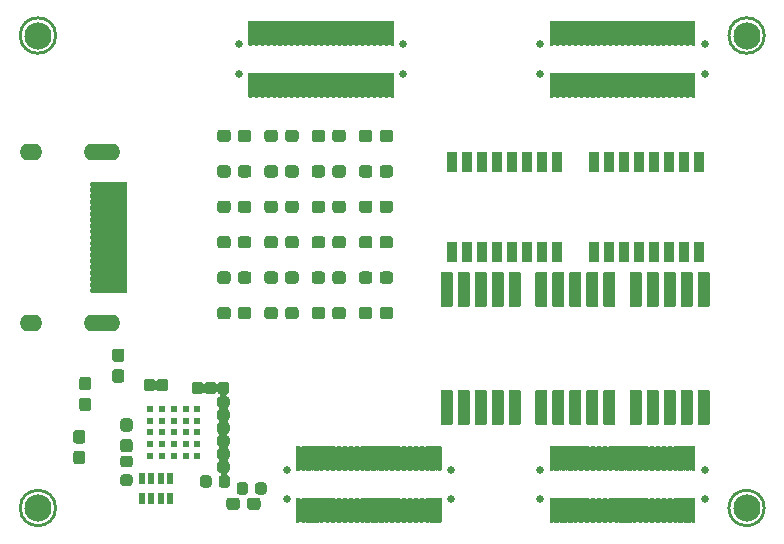
<source format=gbr>
G04 #@! TF.GenerationSoftware,KiCad,Pcbnew,(5.99.0-1662-g9db296991)*
G04 #@! TF.CreationDate,2020-05-15T17:50:03+05:30*
G04 #@! TF.ProjectId,Alchitry_IO_Shield,416c6368-6974-4727-995f-494f5f536869,rev?*
G04 #@! TF.SameCoordinates,Original*
G04 #@! TF.FileFunction,Soldermask,Top*
G04 #@! TF.FilePolarity,Negative*
%FSLAX46Y46*%
G04 Gerber Fmt 4.6, Leading zero omitted, Abs format (unit mm)*
G04 Created by KiCad (PCBNEW (5.99.0-1662-g9db296991)) date 2020-05-15 17:50:03*
%MOMM*%
%LPD*%
G01*
G04 APERTURE LIST*
%ADD10C,0.254000*%
%ADD11O,3.102000X1.402000*%
%ADD12O,1.902000X1.402000*%
%ADD13C,0.652000*%
%ADD14C,2.302000*%
%ADD15C,0.602000*%
G04 APERTURE END LIST*
D10*
X76000000Y-14500000D02*
G75*
G03*
X76000000Y-14500000I-1500000J0D01*
G01*
X16000000Y-14500000D02*
G75*
G03*
X16000000Y-14500000I-1500000J0D01*
G01*
X76000000Y-54500000D02*
G75*
G03*
X76000000Y-54500000I-1500000J0D01*
G01*
X16000000Y-54500000D02*
G75*
G03*
X16000000Y-54500000I-1500000J0D01*
G01*
X76000000Y-14500000D02*
G75*
G03*
X76000000Y-14500000I-1500000J0D01*
G01*
X16000000Y-14500000D02*
G75*
G03*
X16000000Y-14500000I-1500000J0D01*
G01*
X76000000Y-54500000D02*
G75*
G03*
X76000000Y-54500000I-1500000J0D01*
G01*
X16000000Y-54500000D02*
G75*
G03*
X16000000Y-54500000I-1500000J0D01*
G01*
G36*
G01*
X24438500Y-43818250D02*
X24438500Y-44381750D01*
G75*
G02*
X24194250Y-44626000I-244250J0D01*
G01*
X23705750Y-44626000D01*
G75*
G02*
X23461500Y-44381750I0J244250D01*
G01*
X23461500Y-43818250D01*
G75*
G02*
X23705750Y-43574000I244250J0D01*
G01*
X24194250Y-43574000D01*
G75*
G02*
X24438500Y-43818250I0J-244250D01*
G01*
G37*
G36*
G01*
X25526000Y-43818250D02*
X25526000Y-44381750D01*
G75*
G02*
X25281750Y-44626000I-244250J0D01*
G01*
X24793250Y-44626000D01*
G75*
G02*
X24549000Y-44381750I0J244250D01*
G01*
X24549000Y-43818250D01*
G75*
G02*
X24793250Y-43574000I244250J0D01*
G01*
X25281750Y-43574000D01*
G75*
G02*
X25526000Y-43818250I0J-244250D01*
G01*
G37*
G36*
G01*
X30481750Y-50438500D02*
X29918250Y-50438500D01*
G75*
G02*
X29674000Y-50194250I0J244250D01*
G01*
X29674000Y-49705750D01*
G75*
G02*
X29918250Y-49461500I244250J0D01*
G01*
X30481750Y-49461500D01*
G75*
G02*
X30726000Y-49705750I0J-244250D01*
G01*
X30726000Y-50194250D01*
G75*
G02*
X30481750Y-50438500I-244250J0D01*
G01*
G37*
G36*
G01*
X29918250Y-48361500D02*
X30481750Y-48361500D01*
G75*
G02*
X30726000Y-48605750I0J-244250D01*
G01*
X30726000Y-49094250D01*
G75*
G02*
X30481750Y-49338500I-244250J0D01*
G01*
X29918250Y-49338500D01*
G75*
G02*
X29674000Y-49094250I0J244250D01*
G01*
X29674000Y-48605750D01*
G75*
G02*
X29918250Y-48361500I244250J0D01*
G01*
G37*
G36*
G01*
X30481750Y-51526000D02*
X29918250Y-51526000D01*
G75*
G02*
X29674000Y-51281750I0J244250D01*
G01*
X29674000Y-50793250D01*
G75*
G02*
X29918250Y-50549000I244250J0D01*
G01*
X30481750Y-50549000D01*
G75*
G02*
X30726000Y-50793250I0J-244250D01*
G01*
X30726000Y-51281750D01*
G75*
G02*
X30481750Y-51526000I-244250J0D01*
G01*
G37*
G36*
G01*
X30481750Y-47138500D02*
X29918250Y-47138500D01*
G75*
G02*
X29674000Y-46894250I0J244250D01*
G01*
X29674000Y-46405750D01*
G75*
G02*
X29918250Y-46161500I244250J0D01*
G01*
X30481750Y-46161500D01*
G75*
G02*
X30726000Y-46405750I0J-244250D01*
G01*
X30726000Y-46894250D01*
G75*
G02*
X30481750Y-47138500I-244250J0D01*
G01*
G37*
G36*
G01*
X29918250Y-45061500D02*
X30481750Y-45061500D01*
G75*
G02*
X30726000Y-45305750I0J-244250D01*
G01*
X30726000Y-45794250D01*
G75*
G02*
X30481750Y-46038500I-244250J0D01*
G01*
X29918250Y-46038500D01*
G75*
G02*
X29674000Y-45794250I0J244250D01*
G01*
X29674000Y-45305750D01*
G75*
G02*
X29918250Y-45061500I244250J0D01*
G01*
G37*
G36*
G01*
X30481750Y-48226000D02*
X29918250Y-48226000D01*
G75*
G02*
X29674000Y-47981750I0J244250D01*
G01*
X29674000Y-47493250D01*
G75*
G02*
X29918250Y-47249000I244250J0D01*
G01*
X30481750Y-47249000D01*
G75*
G02*
X30726000Y-47493250I0J-244250D01*
G01*
X30726000Y-47981750D01*
G75*
G02*
X30481750Y-48226000I-244250J0D01*
G01*
G37*
G36*
G01*
X28611500Y-44631750D02*
X28611500Y-44068250D01*
G75*
G02*
X28855750Y-43824000I244250J0D01*
G01*
X29344250Y-43824000D01*
G75*
G02*
X29588500Y-44068250I0J-244250D01*
G01*
X29588500Y-44631750D01*
G75*
G02*
X29344250Y-44876000I-244250J0D01*
G01*
X28855750Y-44876000D01*
G75*
G02*
X28611500Y-44631750I0J244250D01*
G01*
G37*
G36*
G01*
X30688500Y-44068250D02*
X30688500Y-44631750D01*
G75*
G02*
X30444250Y-44876000I-244250J0D01*
G01*
X29955750Y-44876000D01*
G75*
G02*
X29711500Y-44631750I0J244250D01*
G01*
X29711500Y-44068250D01*
G75*
G02*
X29955750Y-43824000I244250J0D01*
G01*
X30444250Y-43824000D01*
G75*
G02*
X30688500Y-44068250I0J-244250D01*
G01*
G37*
G36*
G01*
X27524000Y-44631750D02*
X27524000Y-44068250D01*
G75*
G02*
X27768250Y-43824000I244250J0D01*
G01*
X28256750Y-43824000D01*
G75*
G02*
X28501000Y-44068250I0J-244250D01*
G01*
X28501000Y-44631750D01*
G75*
G02*
X28256750Y-44876000I-244250J0D01*
G01*
X27768250Y-44876000D01*
G75*
G02*
X27524000Y-44631750I0J244250D01*
G01*
G37*
G36*
G01*
X19000000Y-34399000D02*
X22000000Y-34399000D01*
G75*
G02*
X22051000Y-34450000I0J-51000D01*
G01*
X22051000Y-34750000D01*
G75*
G02*
X22000000Y-34801000I-51000J0D01*
G01*
X19000000Y-34801000D01*
G75*
G02*
X18949000Y-34750000I0J51000D01*
G01*
X18949000Y-34450000D01*
G75*
G02*
X19000000Y-34399000I51000J0D01*
G01*
G37*
G36*
G01*
X19000000Y-35399000D02*
X22000000Y-35399000D01*
G75*
G02*
X22051000Y-35450000I0J-51000D01*
G01*
X22051000Y-35750000D01*
G75*
G02*
X22000000Y-35801000I-51000J0D01*
G01*
X19000000Y-35801000D01*
G75*
G02*
X18949000Y-35750000I0J51000D01*
G01*
X18949000Y-35450000D01*
G75*
G02*
X19000000Y-35399000I51000J0D01*
G01*
G37*
G36*
G01*
X19000000Y-35899000D02*
X22000000Y-35899000D01*
G75*
G02*
X22051000Y-35950000I0J-51000D01*
G01*
X22051000Y-36250000D01*
G75*
G02*
X22000000Y-36301000I-51000J0D01*
G01*
X19000000Y-36301000D01*
G75*
G02*
X18949000Y-36250000I0J51000D01*
G01*
X18949000Y-35950000D01*
G75*
G02*
X19000000Y-35899000I51000J0D01*
G01*
G37*
G36*
G01*
X19000000Y-34899000D02*
X22000000Y-34899000D01*
G75*
G02*
X22051000Y-34950000I0J-51000D01*
G01*
X22051000Y-35250000D01*
G75*
G02*
X22000000Y-35301000I-51000J0D01*
G01*
X19000000Y-35301000D01*
G75*
G02*
X18949000Y-35250000I0J51000D01*
G01*
X18949000Y-34950000D01*
G75*
G02*
X19000000Y-34899000I51000J0D01*
G01*
G37*
G36*
G01*
X19000000Y-33399000D02*
X22000000Y-33399000D01*
G75*
G02*
X22051000Y-33450000I0J-51000D01*
G01*
X22051000Y-33750000D01*
G75*
G02*
X22000000Y-33801000I-51000J0D01*
G01*
X19000000Y-33801000D01*
G75*
G02*
X18949000Y-33750000I0J51000D01*
G01*
X18949000Y-33450000D01*
G75*
G02*
X19000000Y-33399000I51000J0D01*
G01*
G37*
G36*
G01*
X19000000Y-33899000D02*
X22000000Y-33899000D01*
G75*
G02*
X22051000Y-33950000I0J-51000D01*
G01*
X22051000Y-34250000D01*
G75*
G02*
X22000000Y-34301000I-51000J0D01*
G01*
X19000000Y-34301000D01*
G75*
G02*
X18949000Y-34250000I0J51000D01*
G01*
X18949000Y-33950000D01*
G75*
G02*
X19000000Y-33899000I51000J0D01*
G01*
G37*
G36*
G01*
X19000000Y-26899000D02*
X22000000Y-26899000D01*
G75*
G02*
X22051000Y-26950000I0J-51000D01*
G01*
X22051000Y-27250000D01*
G75*
G02*
X22000000Y-27301000I-51000J0D01*
G01*
X19000000Y-27301000D01*
G75*
G02*
X18949000Y-27250000I0J51000D01*
G01*
X18949000Y-26950000D01*
G75*
G02*
X19000000Y-26899000I51000J0D01*
G01*
G37*
D11*
X19900000Y-38850000D03*
G36*
G01*
X19000000Y-32899000D02*
X22000000Y-32899000D01*
G75*
G02*
X22051000Y-32950000I0J-51000D01*
G01*
X22051000Y-33250000D01*
G75*
G02*
X22000000Y-33301000I-51000J0D01*
G01*
X19000000Y-33301000D01*
G75*
G02*
X18949000Y-33250000I0J51000D01*
G01*
X18949000Y-32950000D01*
G75*
G02*
X19000000Y-32899000I51000J0D01*
G01*
G37*
G36*
G01*
X19000000Y-32399000D02*
X22000000Y-32399000D01*
G75*
G02*
X22051000Y-32450000I0J-51000D01*
G01*
X22051000Y-32750000D01*
G75*
G02*
X22000000Y-32801000I-51000J0D01*
G01*
X19000000Y-32801000D01*
G75*
G02*
X18949000Y-32750000I0J51000D01*
G01*
X18949000Y-32450000D01*
G75*
G02*
X19000000Y-32399000I51000J0D01*
G01*
G37*
G36*
G01*
X19000000Y-29399000D02*
X22000000Y-29399000D01*
G75*
G02*
X22051000Y-29450000I0J-51000D01*
G01*
X22051000Y-29750000D01*
G75*
G02*
X22000000Y-29801000I-51000J0D01*
G01*
X19000000Y-29801000D01*
G75*
G02*
X18949000Y-29750000I0J51000D01*
G01*
X18949000Y-29450000D01*
G75*
G02*
X19000000Y-29399000I51000J0D01*
G01*
G37*
G36*
G01*
X19000000Y-31899000D02*
X22000000Y-31899000D01*
G75*
G02*
X22051000Y-31950000I0J-51000D01*
G01*
X22051000Y-32250000D01*
G75*
G02*
X22000000Y-32301000I-51000J0D01*
G01*
X19000000Y-32301000D01*
G75*
G02*
X18949000Y-32250000I0J51000D01*
G01*
X18949000Y-31950000D01*
G75*
G02*
X19000000Y-31899000I51000J0D01*
G01*
G37*
G36*
G01*
X19000000Y-31399000D02*
X22000000Y-31399000D01*
G75*
G02*
X22051000Y-31450000I0J-51000D01*
G01*
X22051000Y-31750000D01*
G75*
G02*
X22000000Y-31801000I-51000J0D01*
G01*
X19000000Y-31801000D01*
G75*
G02*
X18949000Y-31750000I0J51000D01*
G01*
X18949000Y-31450000D01*
G75*
G02*
X19000000Y-31399000I51000J0D01*
G01*
G37*
G36*
G01*
X19000000Y-30899000D02*
X22000000Y-30899000D01*
G75*
G02*
X22051000Y-30950000I0J-51000D01*
G01*
X22051000Y-31250000D01*
G75*
G02*
X22000000Y-31301000I-51000J0D01*
G01*
X19000000Y-31301000D01*
G75*
G02*
X18949000Y-31250000I0J51000D01*
G01*
X18949000Y-30950000D01*
G75*
G02*
X19000000Y-30899000I51000J0D01*
G01*
G37*
G36*
G01*
X19000000Y-29899000D02*
X22000000Y-29899000D01*
G75*
G02*
X22051000Y-29950000I0J-51000D01*
G01*
X22051000Y-30250000D01*
G75*
G02*
X22000000Y-30301000I-51000J0D01*
G01*
X19000000Y-30301000D01*
G75*
G02*
X18949000Y-30250000I0J51000D01*
G01*
X18949000Y-29950000D01*
G75*
G02*
X19000000Y-29899000I51000J0D01*
G01*
G37*
G36*
G01*
X19000000Y-28899000D02*
X22000000Y-28899000D01*
G75*
G02*
X22051000Y-28950000I0J-51000D01*
G01*
X22051000Y-29250000D01*
G75*
G02*
X22000000Y-29301000I-51000J0D01*
G01*
X19000000Y-29301000D01*
G75*
G02*
X18949000Y-29250000I0J51000D01*
G01*
X18949000Y-28950000D01*
G75*
G02*
X19000000Y-28899000I51000J0D01*
G01*
G37*
G36*
G01*
X19000000Y-27899000D02*
X22000000Y-27899000D01*
G75*
G02*
X22051000Y-27950000I0J-51000D01*
G01*
X22051000Y-28250000D01*
G75*
G02*
X22000000Y-28301000I-51000J0D01*
G01*
X19000000Y-28301000D01*
G75*
G02*
X18949000Y-28250000I0J51000D01*
G01*
X18949000Y-27950000D01*
G75*
G02*
X19000000Y-27899000I51000J0D01*
G01*
G37*
X19900000Y-24350000D03*
D12*
X13900000Y-24350000D03*
G36*
G01*
X19000000Y-27399000D02*
X22000000Y-27399000D01*
G75*
G02*
X22051000Y-27450000I0J-51000D01*
G01*
X22051000Y-27750000D01*
G75*
G02*
X22000000Y-27801000I-51000J0D01*
G01*
X19000000Y-27801000D01*
G75*
G02*
X18949000Y-27750000I0J51000D01*
G01*
X18949000Y-27450000D01*
G75*
G02*
X19000000Y-27399000I51000J0D01*
G01*
G37*
X13900000Y-38850000D03*
G36*
G01*
X19000000Y-28399000D02*
X22000000Y-28399000D01*
G75*
G02*
X22051000Y-28450000I0J-51000D01*
G01*
X22051000Y-28750000D01*
G75*
G02*
X22000000Y-28801000I-51000J0D01*
G01*
X19000000Y-28801000D01*
G75*
G02*
X18949000Y-28750000I0J51000D01*
G01*
X18949000Y-28450000D01*
G75*
G02*
X19000000Y-28399000I51000J0D01*
G01*
G37*
G36*
G01*
X19000000Y-30399000D02*
X22000000Y-30399000D01*
G75*
G02*
X22051000Y-30450000I0J-51000D01*
G01*
X22051000Y-30750000D01*
G75*
G02*
X22000000Y-30801000I-51000J0D01*
G01*
X19000000Y-30801000D01*
G75*
G02*
X18949000Y-30750000I0J51000D01*
G01*
X18949000Y-30450000D01*
G75*
G02*
X19000000Y-30399000I51000J0D01*
G01*
G37*
G36*
G01*
X49935000Y-33661000D02*
X49175000Y-33661000D01*
G75*
G02*
X49124000Y-33610000I0J51000D01*
G01*
X49124000Y-32010000D01*
G75*
G02*
X49175000Y-31959000I51000J0D01*
G01*
X49935000Y-31959000D01*
G75*
G02*
X49986000Y-32010000I0J-51000D01*
G01*
X49986000Y-33610000D01*
G75*
G02*
X49935000Y-33661000I-51000J0D01*
G01*
G37*
G36*
G01*
X58825000Y-26041000D02*
X58065000Y-26041000D01*
G75*
G02*
X58014000Y-25990000I0J51000D01*
G01*
X58014000Y-24390000D01*
G75*
G02*
X58065000Y-24339000I51000J0D01*
G01*
X58825000Y-24339000D01*
G75*
G02*
X58876000Y-24390000I0J-51000D01*
G01*
X58876000Y-25990000D01*
G75*
G02*
X58825000Y-26041000I-51000J0D01*
G01*
G37*
G36*
G01*
X51205000Y-33661000D02*
X50445000Y-33661000D01*
G75*
G02*
X50394000Y-33610000I0J51000D01*
G01*
X50394000Y-32010000D01*
G75*
G02*
X50445000Y-31959000I51000J0D01*
G01*
X51205000Y-31959000D01*
G75*
G02*
X51256000Y-32010000I0J-51000D01*
G01*
X51256000Y-33610000D01*
G75*
G02*
X51205000Y-33661000I-51000J0D01*
G01*
G37*
G36*
G01*
X57555000Y-26041000D02*
X56795000Y-26041000D01*
G75*
G02*
X56744000Y-25990000I0J51000D01*
G01*
X56744000Y-24390000D01*
G75*
G02*
X56795000Y-24339000I51000J0D01*
G01*
X57555000Y-24339000D01*
G75*
G02*
X57606000Y-24390000I0J-51000D01*
G01*
X57606000Y-25990000D01*
G75*
G02*
X57555000Y-26041000I-51000J0D01*
G01*
G37*
G36*
G01*
X52475000Y-33661000D02*
X51715000Y-33661000D01*
G75*
G02*
X51664000Y-33610000I0J51000D01*
G01*
X51664000Y-32010000D01*
G75*
G02*
X51715000Y-31959000I51000J0D01*
G01*
X52475000Y-31959000D01*
G75*
G02*
X52526000Y-32010000I0J-51000D01*
G01*
X52526000Y-33610000D01*
G75*
G02*
X52475000Y-33661000I-51000J0D01*
G01*
G37*
G36*
G01*
X56285000Y-26041000D02*
X55525000Y-26041000D01*
G75*
G02*
X55474000Y-25990000I0J51000D01*
G01*
X55474000Y-24390000D01*
G75*
G02*
X55525000Y-24339000I51000J0D01*
G01*
X56285000Y-24339000D01*
G75*
G02*
X56336000Y-24390000I0J-51000D01*
G01*
X56336000Y-25990000D01*
G75*
G02*
X56285000Y-26041000I-51000J0D01*
G01*
G37*
G36*
G01*
X53745000Y-33661000D02*
X52985000Y-33661000D01*
G75*
G02*
X52934000Y-33610000I0J51000D01*
G01*
X52934000Y-32010000D01*
G75*
G02*
X52985000Y-31959000I51000J0D01*
G01*
X53745000Y-31959000D01*
G75*
G02*
X53796000Y-32010000I0J-51000D01*
G01*
X53796000Y-33610000D01*
G75*
G02*
X53745000Y-33661000I-51000J0D01*
G01*
G37*
G36*
G01*
X55015000Y-26041000D02*
X54255000Y-26041000D01*
G75*
G02*
X54204000Y-25990000I0J51000D01*
G01*
X54204000Y-24390000D01*
G75*
G02*
X54255000Y-24339000I51000J0D01*
G01*
X55015000Y-24339000D01*
G75*
G02*
X55066000Y-24390000I0J-51000D01*
G01*
X55066000Y-25990000D01*
G75*
G02*
X55015000Y-26041000I-51000J0D01*
G01*
G37*
G36*
G01*
X55015000Y-33661000D02*
X54255000Y-33661000D01*
G75*
G02*
X54204000Y-33610000I0J51000D01*
G01*
X54204000Y-32010000D01*
G75*
G02*
X54255000Y-31959000I51000J0D01*
G01*
X55015000Y-31959000D01*
G75*
G02*
X55066000Y-32010000I0J-51000D01*
G01*
X55066000Y-33610000D01*
G75*
G02*
X55015000Y-33661000I-51000J0D01*
G01*
G37*
G36*
G01*
X53745000Y-26041000D02*
X52985000Y-26041000D01*
G75*
G02*
X52934000Y-25990000I0J51000D01*
G01*
X52934000Y-24390000D01*
G75*
G02*
X52985000Y-24339000I51000J0D01*
G01*
X53745000Y-24339000D01*
G75*
G02*
X53796000Y-24390000I0J-51000D01*
G01*
X53796000Y-25990000D01*
G75*
G02*
X53745000Y-26041000I-51000J0D01*
G01*
G37*
G36*
G01*
X56285000Y-33661000D02*
X55525000Y-33661000D01*
G75*
G02*
X55474000Y-33610000I0J51000D01*
G01*
X55474000Y-32010000D01*
G75*
G02*
X55525000Y-31959000I51000J0D01*
G01*
X56285000Y-31959000D01*
G75*
G02*
X56336000Y-32010000I0J-51000D01*
G01*
X56336000Y-33610000D01*
G75*
G02*
X56285000Y-33661000I-51000J0D01*
G01*
G37*
G36*
G01*
X52475000Y-26041000D02*
X51715000Y-26041000D01*
G75*
G02*
X51664000Y-25990000I0J51000D01*
G01*
X51664000Y-24390000D01*
G75*
G02*
X51715000Y-24339000I51000J0D01*
G01*
X52475000Y-24339000D01*
G75*
G02*
X52526000Y-24390000I0J-51000D01*
G01*
X52526000Y-25990000D01*
G75*
G02*
X52475000Y-26041000I-51000J0D01*
G01*
G37*
G36*
G01*
X57555000Y-33661000D02*
X56795000Y-33661000D01*
G75*
G02*
X56744000Y-33610000I0J51000D01*
G01*
X56744000Y-32010000D01*
G75*
G02*
X56795000Y-31959000I51000J0D01*
G01*
X57555000Y-31959000D01*
G75*
G02*
X57606000Y-32010000I0J-51000D01*
G01*
X57606000Y-33610000D01*
G75*
G02*
X57555000Y-33661000I-51000J0D01*
G01*
G37*
G36*
G01*
X51205000Y-26041000D02*
X50445000Y-26041000D01*
G75*
G02*
X50394000Y-25990000I0J51000D01*
G01*
X50394000Y-24390000D01*
G75*
G02*
X50445000Y-24339000I51000J0D01*
G01*
X51205000Y-24339000D01*
G75*
G02*
X51256000Y-24390000I0J-51000D01*
G01*
X51256000Y-25990000D01*
G75*
G02*
X51205000Y-26041000I-51000J0D01*
G01*
G37*
G36*
G01*
X58825000Y-33661000D02*
X58065000Y-33661000D01*
G75*
G02*
X58014000Y-33610000I0J51000D01*
G01*
X58014000Y-32010000D01*
G75*
G02*
X58065000Y-31959000I51000J0D01*
G01*
X58825000Y-31959000D01*
G75*
G02*
X58876000Y-32010000I0J-51000D01*
G01*
X58876000Y-33610000D01*
G75*
G02*
X58825000Y-33661000I-51000J0D01*
G01*
G37*
G36*
G01*
X49935000Y-26041000D02*
X49175000Y-26041000D01*
G75*
G02*
X49124000Y-25990000I0J51000D01*
G01*
X49124000Y-24390000D01*
G75*
G02*
X49175000Y-24339000I51000J0D01*
G01*
X49935000Y-24339000D01*
G75*
G02*
X49986000Y-24390000I0J-51000D01*
G01*
X49986000Y-25990000D01*
G75*
G02*
X49935000Y-26041000I-51000J0D01*
G01*
G37*
G36*
G01*
X49570000Y-37451000D02*
X48670000Y-37451000D01*
G75*
G02*
X48619000Y-37400000I0J51000D01*
G01*
X48619000Y-34600000D01*
G75*
G02*
X48670000Y-34549000I51000J0D01*
G01*
X49570000Y-34549000D01*
G75*
G02*
X49621000Y-34600000I0J-51000D01*
G01*
X49621000Y-37400000D01*
G75*
G02*
X49570000Y-37451000I-51000J0D01*
G01*
G37*
G36*
G01*
X51010000Y-37451000D02*
X50110000Y-37451000D01*
G75*
G02*
X50059000Y-37400000I0J51000D01*
G01*
X50059000Y-34600000D01*
G75*
G02*
X50110000Y-34549000I51000J0D01*
G01*
X51010000Y-34549000D01*
G75*
G02*
X51061000Y-34600000I0J-51000D01*
G01*
X51061000Y-37400000D01*
G75*
G02*
X51010000Y-37451000I-51000J0D01*
G01*
G37*
G36*
G01*
X52450000Y-37451000D02*
X51550000Y-37451000D01*
G75*
G02*
X51499000Y-37400000I0J51000D01*
G01*
X51499000Y-34600000D01*
G75*
G02*
X51550000Y-34549000I51000J0D01*
G01*
X52450000Y-34549000D01*
G75*
G02*
X52501000Y-34600000I0J-51000D01*
G01*
X52501000Y-37400000D01*
G75*
G02*
X52450000Y-37451000I-51000J0D01*
G01*
G37*
G36*
G01*
X53890000Y-37451000D02*
X52990000Y-37451000D01*
G75*
G02*
X52939000Y-37400000I0J51000D01*
G01*
X52939000Y-34600000D01*
G75*
G02*
X52990000Y-34549000I51000J0D01*
G01*
X53890000Y-34549000D01*
G75*
G02*
X53941000Y-34600000I0J-51000D01*
G01*
X53941000Y-37400000D01*
G75*
G02*
X53890000Y-37451000I-51000J0D01*
G01*
G37*
G36*
G01*
X55330000Y-37451000D02*
X54430000Y-37451000D01*
G75*
G02*
X54379000Y-37400000I0J51000D01*
G01*
X54379000Y-34600000D01*
G75*
G02*
X54430000Y-34549000I51000J0D01*
G01*
X55330000Y-34549000D01*
G75*
G02*
X55381000Y-34600000I0J-51000D01*
G01*
X55381000Y-37400000D01*
G75*
G02*
X55330000Y-37451000I-51000J0D01*
G01*
G37*
G36*
G01*
X55330000Y-47451000D02*
X54430000Y-47451000D01*
G75*
G02*
X54379000Y-47400000I0J51000D01*
G01*
X54379000Y-44600000D01*
G75*
G02*
X54430000Y-44549000I51000J0D01*
G01*
X55330000Y-44549000D01*
G75*
G02*
X55381000Y-44600000I0J-51000D01*
G01*
X55381000Y-47400000D01*
G75*
G02*
X55330000Y-47451000I-51000J0D01*
G01*
G37*
G36*
G01*
X53890000Y-47451000D02*
X52990000Y-47451000D01*
G75*
G02*
X52939000Y-47400000I0J51000D01*
G01*
X52939000Y-44600000D01*
G75*
G02*
X52990000Y-44549000I51000J0D01*
G01*
X53890000Y-44549000D01*
G75*
G02*
X53941000Y-44600000I0J-51000D01*
G01*
X53941000Y-47400000D01*
G75*
G02*
X53890000Y-47451000I-51000J0D01*
G01*
G37*
G36*
G01*
X52450000Y-47451000D02*
X51550000Y-47451000D01*
G75*
G02*
X51499000Y-47400000I0J51000D01*
G01*
X51499000Y-44600000D01*
G75*
G02*
X51550000Y-44549000I51000J0D01*
G01*
X52450000Y-44549000D01*
G75*
G02*
X52501000Y-44600000I0J-51000D01*
G01*
X52501000Y-47400000D01*
G75*
G02*
X52450000Y-47451000I-51000J0D01*
G01*
G37*
G36*
G01*
X51010000Y-47451000D02*
X50110000Y-47451000D01*
G75*
G02*
X50059000Y-47400000I0J51000D01*
G01*
X50059000Y-44600000D01*
G75*
G02*
X50110000Y-44549000I51000J0D01*
G01*
X51010000Y-44549000D01*
G75*
G02*
X51061000Y-44600000I0J-51000D01*
G01*
X51061000Y-47400000D01*
G75*
G02*
X51010000Y-47451000I-51000J0D01*
G01*
G37*
G36*
G01*
X49570000Y-47451000D02*
X48670000Y-47451000D01*
G75*
G02*
X48619000Y-47400000I0J51000D01*
G01*
X48619000Y-44600000D01*
G75*
G02*
X48670000Y-44549000I51000J0D01*
G01*
X49570000Y-44549000D01*
G75*
G02*
X49621000Y-44600000I0J-51000D01*
G01*
X49621000Y-47400000D01*
G75*
G02*
X49570000Y-47451000I-51000J0D01*
G01*
G37*
G36*
G01*
X57570000Y-37451000D02*
X56670000Y-37451000D01*
G75*
G02*
X56619000Y-37400000I0J51000D01*
G01*
X56619000Y-34600000D01*
G75*
G02*
X56670000Y-34549000I51000J0D01*
G01*
X57570000Y-34549000D01*
G75*
G02*
X57621000Y-34600000I0J-51000D01*
G01*
X57621000Y-37400000D01*
G75*
G02*
X57570000Y-37451000I-51000J0D01*
G01*
G37*
G36*
G01*
X59010000Y-37451000D02*
X58110000Y-37451000D01*
G75*
G02*
X58059000Y-37400000I0J51000D01*
G01*
X58059000Y-34600000D01*
G75*
G02*
X58110000Y-34549000I51000J0D01*
G01*
X59010000Y-34549000D01*
G75*
G02*
X59061000Y-34600000I0J-51000D01*
G01*
X59061000Y-37400000D01*
G75*
G02*
X59010000Y-37451000I-51000J0D01*
G01*
G37*
G36*
G01*
X60450000Y-37451000D02*
X59550000Y-37451000D01*
G75*
G02*
X59499000Y-37400000I0J51000D01*
G01*
X59499000Y-34600000D01*
G75*
G02*
X59550000Y-34549000I51000J0D01*
G01*
X60450000Y-34549000D01*
G75*
G02*
X60501000Y-34600000I0J-51000D01*
G01*
X60501000Y-37400000D01*
G75*
G02*
X60450000Y-37451000I-51000J0D01*
G01*
G37*
G36*
G01*
X61890000Y-37451000D02*
X60990000Y-37451000D01*
G75*
G02*
X60939000Y-37400000I0J51000D01*
G01*
X60939000Y-34600000D01*
G75*
G02*
X60990000Y-34549000I51000J0D01*
G01*
X61890000Y-34549000D01*
G75*
G02*
X61941000Y-34600000I0J-51000D01*
G01*
X61941000Y-37400000D01*
G75*
G02*
X61890000Y-37451000I-51000J0D01*
G01*
G37*
G36*
G01*
X63330000Y-37451000D02*
X62430000Y-37451000D01*
G75*
G02*
X62379000Y-37400000I0J51000D01*
G01*
X62379000Y-34600000D01*
G75*
G02*
X62430000Y-34549000I51000J0D01*
G01*
X63330000Y-34549000D01*
G75*
G02*
X63381000Y-34600000I0J-51000D01*
G01*
X63381000Y-37400000D01*
G75*
G02*
X63330000Y-37451000I-51000J0D01*
G01*
G37*
G36*
G01*
X63330000Y-47451000D02*
X62430000Y-47451000D01*
G75*
G02*
X62379000Y-47400000I0J51000D01*
G01*
X62379000Y-44600000D01*
G75*
G02*
X62430000Y-44549000I51000J0D01*
G01*
X63330000Y-44549000D01*
G75*
G02*
X63381000Y-44600000I0J-51000D01*
G01*
X63381000Y-47400000D01*
G75*
G02*
X63330000Y-47451000I-51000J0D01*
G01*
G37*
G36*
G01*
X61890000Y-47451000D02*
X60990000Y-47451000D01*
G75*
G02*
X60939000Y-47400000I0J51000D01*
G01*
X60939000Y-44600000D01*
G75*
G02*
X60990000Y-44549000I51000J0D01*
G01*
X61890000Y-44549000D01*
G75*
G02*
X61941000Y-44600000I0J-51000D01*
G01*
X61941000Y-47400000D01*
G75*
G02*
X61890000Y-47451000I-51000J0D01*
G01*
G37*
G36*
G01*
X60450000Y-47451000D02*
X59550000Y-47451000D01*
G75*
G02*
X59499000Y-47400000I0J51000D01*
G01*
X59499000Y-44600000D01*
G75*
G02*
X59550000Y-44549000I51000J0D01*
G01*
X60450000Y-44549000D01*
G75*
G02*
X60501000Y-44600000I0J-51000D01*
G01*
X60501000Y-47400000D01*
G75*
G02*
X60450000Y-47451000I-51000J0D01*
G01*
G37*
G36*
G01*
X59010000Y-47451000D02*
X58110000Y-47451000D01*
G75*
G02*
X58059000Y-47400000I0J51000D01*
G01*
X58059000Y-44600000D01*
G75*
G02*
X58110000Y-44549000I51000J0D01*
G01*
X59010000Y-44549000D01*
G75*
G02*
X59061000Y-44600000I0J-51000D01*
G01*
X59061000Y-47400000D01*
G75*
G02*
X59010000Y-47451000I-51000J0D01*
G01*
G37*
G36*
G01*
X57570000Y-47451000D02*
X56670000Y-47451000D01*
G75*
G02*
X56619000Y-47400000I0J51000D01*
G01*
X56619000Y-44600000D01*
G75*
G02*
X56670000Y-44549000I51000J0D01*
G01*
X57570000Y-44549000D01*
G75*
G02*
X57621000Y-44600000I0J-51000D01*
G01*
X57621000Y-47400000D01*
G75*
G02*
X57570000Y-47451000I-51000J0D01*
G01*
G37*
G36*
G01*
X65570000Y-37451000D02*
X64670000Y-37451000D01*
G75*
G02*
X64619000Y-37400000I0J51000D01*
G01*
X64619000Y-34600000D01*
G75*
G02*
X64670000Y-34549000I51000J0D01*
G01*
X65570000Y-34549000D01*
G75*
G02*
X65621000Y-34600000I0J-51000D01*
G01*
X65621000Y-37400000D01*
G75*
G02*
X65570000Y-37451000I-51000J0D01*
G01*
G37*
G36*
G01*
X67010000Y-37451000D02*
X66110000Y-37451000D01*
G75*
G02*
X66059000Y-37400000I0J51000D01*
G01*
X66059000Y-34600000D01*
G75*
G02*
X66110000Y-34549000I51000J0D01*
G01*
X67010000Y-34549000D01*
G75*
G02*
X67061000Y-34600000I0J-51000D01*
G01*
X67061000Y-37400000D01*
G75*
G02*
X67010000Y-37451000I-51000J0D01*
G01*
G37*
G36*
G01*
X68450000Y-37451000D02*
X67550000Y-37451000D01*
G75*
G02*
X67499000Y-37400000I0J51000D01*
G01*
X67499000Y-34600000D01*
G75*
G02*
X67550000Y-34549000I51000J0D01*
G01*
X68450000Y-34549000D01*
G75*
G02*
X68501000Y-34600000I0J-51000D01*
G01*
X68501000Y-37400000D01*
G75*
G02*
X68450000Y-37451000I-51000J0D01*
G01*
G37*
G36*
G01*
X69890000Y-37451000D02*
X68990000Y-37451000D01*
G75*
G02*
X68939000Y-37400000I0J51000D01*
G01*
X68939000Y-34600000D01*
G75*
G02*
X68990000Y-34549000I51000J0D01*
G01*
X69890000Y-34549000D01*
G75*
G02*
X69941000Y-34600000I0J-51000D01*
G01*
X69941000Y-37400000D01*
G75*
G02*
X69890000Y-37451000I-51000J0D01*
G01*
G37*
G36*
G01*
X71330000Y-37451000D02*
X70430000Y-37451000D01*
G75*
G02*
X70379000Y-37400000I0J51000D01*
G01*
X70379000Y-34600000D01*
G75*
G02*
X70430000Y-34549000I51000J0D01*
G01*
X71330000Y-34549000D01*
G75*
G02*
X71381000Y-34600000I0J-51000D01*
G01*
X71381000Y-37400000D01*
G75*
G02*
X71330000Y-37451000I-51000J0D01*
G01*
G37*
G36*
G01*
X71330000Y-47451000D02*
X70430000Y-47451000D01*
G75*
G02*
X70379000Y-47400000I0J51000D01*
G01*
X70379000Y-44600000D01*
G75*
G02*
X70430000Y-44549000I51000J0D01*
G01*
X71330000Y-44549000D01*
G75*
G02*
X71381000Y-44600000I0J-51000D01*
G01*
X71381000Y-47400000D01*
G75*
G02*
X71330000Y-47451000I-51000J0D01*
G01*
G37*
G36*
G01*
X69890000Y-47451000D02*
X68990000Y-47451000D01*
G75*
G02*
X68939000Y-47400000I0J51000D01*
G01*
X68939000Y-44600000D01*
G75*
G02*
X68990000Y-44549000I51000J0D01*
G01*
X69890000Y-44549000D01*
G75*
G02*
X69941000Y-44600000I0J-51000D01*
G01*
X69941000Y-47400000D01*
G75*
G02*
X69890000Y-47451000I-51000J0D01*
G01*
G37*
G36*
G01*
X68450000Y-47451000D02*
X67550000Y-47451000D01*
G75*
G02*
X67499000Y-47400000I0J51000D01*
G01*
X67499000Y-44600000D01*
G75*
G02*
X67550000Y-44549000I51000J0D01*
G01*
X68450000Y-44549000D01*
G75*
G02*
X68501000Y-44600000I0J-51000D01*
G01*
X68501000Y-47400000D01*
G75*
G02*
X68450000Y-47451000I-51000J0D01*
G01*
G37*
G36*
G01*
X67010000Y-47451000D02*
X66110000Y-47451000D01*
G75*
G02*
X66059000Y-47400000I0J51000D01*
G01*
X66059000Y-44600000D01*
G75*
G02*
X66110000Y-44549000I51000J0D01*
G01*
X67010000Y-44549000D01*
G75*
G02*
X67061000Y-44600000I0J-51000D01*
G01*
X67061000Y-47400000D01*
G75*
G02*
X67010000Y-47451000I-51000J0D01*
G01*
G37*
G36*
G01*
X65570000Y-47451000D02*
X64670000Y-47451000D01*
G75*
G02*
X64619000Y-47400000I0J51000D01*
G01*
X64619000Y-44600000D01*
G75*
G02*
X64670000Y-44549000I51000J0D01*
G01*
X65570000Y-44549000D01*
G75*
G02*
X65621000Y-44600000I0J-51000D01*
G01*
X65621000Y-47400000D01*
G75*
G02*
X65570000Y-47451000I-51000J0D01*
G01*
G37*
G36*
G01*
X29674000Y-23263000D02*
X29674000Y-22737000D01*
G75*
G02*
X29937000Y-22474000I263000J0D01*
G01*
X30563000Y-22474000D01*
G75*
G02*
X30826000Y-22737000I0J-263000D01*
G01*
X30826000Y-23263000D01*
G75*
G02*
X30563000Y-23526000I-263000J0D01*
G01*
X29937000Y-23526000D01*
G75*
G02*
X29674000Y-23263000I0J263000D01*
G01*
G37*
G36*
G01*
X31424000Y-23263000D02*
X31424000Y-22737000D01*
G75*
G02*
X31687000Y-22474000I263000J0D01*
G01*
X32313000Y-22474000D01*
G75*
G02*
X32576000Y-22737000I0J-263000D01*
G01*
X32576000Y-23263000D01*
G75*
G02*
X32313000Y-23526000I-263000J0D01*
G01*
X31687000Y-23526000D01*
G75*
G02*
X31424000Y-23263000I0J263000D01*
G01*
G37*
G36*
G01*
X33674000Y-23263000D02*
X33674000Y-22737000D01*
G75*
G02*
X33937000Y-22474000I263000J0D01*
G01*
X34563000Y-22474000D01*
G75*
G02*
X34826000Y-22737000I0J-263000D01*
G01*
X34826000Y-23263000D01*
G75*
G02*
X34563000Y-23526000I-263000J0D01*
G01*
X33937000Y-23526000D01*
G75*
G02*
X33674000Y-23263000I0J263000D01*
G01*
G37*
G36*
G01*
X35424000Y-23263000D02*
X35424000Y-22737000D01*
G75*
G02*
X35687000Y-22474000I263000J0D01*
G01*
X36313000Y-22474000D01*
G75*
G02*
X36576000Y-22737000I0J-263000D01*
G01*
X36576000Y-23263000D01*
G75*
G02*
X36313000Y-23526000I-263000J0D01*
G01*
X35687000Y-23526000D01*
G75*
G02*
X35424000Y-23263000I0J263000D01*
G01*
G37*
G36*
G01*
X37674000Y-23263000D02*
X37674000Y-22737000D01*
G75*
G02*
X37937000Y-22474000I263000J0D01*
G01*
X38563000Y-22474000D01*
G75*
G02*
X38826000Y-22737000I0J-263000D01*
G01*
X38826000Y-23263000D01*
G75*
G02*
X38563000Y-23526000I-263000J0D01*
G01*
X37937000Y-23526000D01*
G75*
G02*
X37674000Y-23263000I0J263000D01*
G01*
G37*
G36*
G01*
X39424000Y-23263000D02*
X39424000Y-22737000D01*
G75*
G02*
X39687000Y-22474000I263000J0D01*
G01*
X40313000Y-22474000D01*
G75*
G02*
X40576000Y-22737000I0J-263000D01*
G01*
X40576000Y-23263000D01*
G75*
G02*
X40313000Y-23526000I-263000J0D01*
G01*
X39687000Y-23526000D01*
G75*
G02*
X39424000Y-23263000I0J263000D01*
G01*
G37*
G36*
G01*
X41674000Y-23263000D02*
X41674000Y-22737000D01*
G75*
G02*
X41937000Y-22474000I263000J0D01*
G01*
X42563000Y-22474000D01*
G75*
G02*
X42826000Y-22737000I0J-263000D01*
G01*
X42826000Y-23263000D01*
G75*
G02*
X42563000Y-23526000I-263000J0D01*
G01*
X41937000Y-23526000D01*
G75*
G02*
X41674000Y-23263000I0J263000D01*
G01*
G37*
G36*
G01*
X43424000Y-23263000D02*
X43424000Y-22737000D01*
G75*
G02*
X43687000Y-22474000I263000J0D01*
G01*
X44313000Y-22474000D01*
G75*
G02*
X44576000Y-22737000I0J-263000D01*
G01*
X44576000Y-23263000D01*
G75*
G02*
X44313000Y-23526000I-263000J0D01*
G01*
X43687000Y-23526000D01*
G75*
G02*
X43424000Y-23263000I0J263000D01*
G01*
G37*
G36*
G01*
X29674000Y-26263000D02*
X29674000Y-25737000D01*
G75*
G02*
X29937000Y-25474000I263000J0D01*
G01*
X30563000Y-25474000D01*
G75*
G02*
X30826000Y-25737000I0J-263000D01*
G01*
X30826000Y-26263000D01*
G75*
G02*
X30563000Y-26526000I-263000J0D01*
G01*
X29937000Y-26526000D01*
G75*
G02*
X29674000Y-26263000I0J263000D01*
G01*
G37*
G36*
G01*
X31424000Y-26263000D02*
X31424000Y-25737000D01*
G75*
G02*
X31687000Y-25474000I263000J0D01*
G01*
X32313000Y-25474000D01*
G75*
G02*
X32576000Y-25737000I0J-263000D01*
G01*
X32576000Y-26263000D01*
G75*
G02*
X32313000Y-26526000I-263000J0D01*
G01*
X31687000Y-26526000D01*
G75*
G02*
X31424000Y-26263000I0J263000D01*
G01*
G37*
G36*
G01*
X33674000Y-26263000D02*
X33674000Y-25737000D01*
G75*
G02*
X33937000Y-25474000I263000J0D01*
G01*
X34563000Y-25474000D01*
G75*
G02*
X34826000Y-25737000I0J-263000D01*
G01*
X34826000Y-26263000D01*
G75*
G02*
X34563000Y-26526000I-263000J0D01*
G01*
X33937000Y-26526000D01*
G75*
G02*
X33674000Y-26263000I0J263000D01*
G01*
G37*
G36*
G01*
X35424000Y-26263000D02*
X35424000Y-25737000D01*
G75*
G02*
X35687000Y-25474000I263000J0D01*
G01*
X36313000Y-25474000D01*
G75*
G02*
X36576000Y-25737000I0J-263000D01*
G01*
X36576000Y-26263000D01*
G75*
G02*
X36313000Y-26526000I-263000J0D01*
G01*
X35687000Y-26526000D01*
G75*
G02*
X35424000Y-26263000I0J263000D01*
G01*
G37*
G36*
G01*
X37674000Y-26263000D02*
X37674000Y-25737000D01*
G75*
G02*
X37937000Y-25474000I263000J0D01*
G01*
X38563000Y-25474000D01*
G75*
G02*
X38826000Y-25737000I0J-263000D01*
G01*
X38826000Y-26263000D01*
G75*
G02*
X38563000Y-26526000I-263000J0D01*
G01*
X37937000Y-26526000D01*
G75*
G02*
X37674000Y-26263000I0J263000D01*
G01*
G37*
G36*
G01*
X39424000Y-26263000D02*
X39424000Y-25737000D01*
G75*
G02*
X39687000Y-25474000I263000J0D01*
G01*
X40313000Y-25474000D01*
G75*
G02*
X40576000Y-25737000I0J-263000D01*
G01*
X40576000Y-26263000D01*
G75*
G02*
X40313000Y-26526000I-263000J0D01*
G01*
X39687000Y-26526000D01*
G75*
G02*
X39424000Y-26263000I0J263000D01*
G01*
G37*
G36*
G01*
X41674000Y-26263000D02*
X41674000Y-25737000D01*
G75*
G02*
X41937000Y-25474000I263000J0D01*
G01*
X42563000Y-25474000D01*
G75*
G02*
X42826000Y-25737000I0J-263000D01*
G01*
X42826000Y-26263000D01*
G75*
G02*
X42563000Y-26526000I-263000J0D01*
G01*
X41937000Y-26526000D01*
G75*
G02*
X41674000Y-26263000I0J263000D01*
G01*
G37*
G36*
G01*
X43424000Y-26263000D02*
X43424000Y-25737000D01*
G75*
G02*
X43687000Y-25474000I263000J0D01*
G01*
X44313000Y-25474000D01*
G75*
G02*
X44576000Y-25737000I0J-263000D01*
G01*
X44576000Y-26263000D01*
G75*
G02*
X44313000Y-26526000I-263000J0D01*
G01*
X43687000Y-26526000D01*
G75*
G02*
X43424000Y-26263000I0J263000D01*
G01*
G37*
G36*
G01*
X29674000Y-29263000D02*
X29674000Y-28737000D01*
G75*
G02*
X29937000Y-28474000I263000J0D01*
G01*
X30563000Y-28474000D01*
G75*
G02*
X30826000Y-28737000I0J-263000D01*
G01*
X30826000Y-29263000D01*
G75*
G02*
X30563000Y-29526000I-263000J0D01*
G01*
X29937000Y-29526000D01*
G75*
G02*
X29674000Y-29263000I0J263000D01*
G01*
G37*
G36*
G01*
X31424000Y-29263000D02*
X31424000Y-28737000D01*
G75*
G02*
X31687000Y-28474000I263000J0D01*
G01*
X32313000Y-28474000D01*
G75*
G02*
X32576000Y-28737000I0J-263000D01*
G01*
X32576000Y-29263000D01*
G75*
G02*
X32313000Y-29526000I-263000J0D01*
G01*
X31687000Y-29526000D01*
G75*
G02*
X31424000Y-29263000I0J263000D01*
G01*
G37*
G36*
G01*
X33674000Y-29263000D02*
X33674000Y-28737000D01*
G75*
G02*
X33937000Y-28474000I263000J0D01*
G01*
X34563000Y-28474000D01*
G75*
G02*
X34826000Y-28737000I0J-263000D01*
G01*
X34826000Y-29263000D01*
G75*
G02*
X34563000Y-29526000I-263000J0D01*
G01*
X33937000Y-29526000D01*
G75*
G02*
X33674000Y-29263000I0J263000D01*
G01*
G37*
G36*
G01*
X35424000Y-29263000D02*
X35424000Y-28737000D01*
G75*
G02*
X35687000Y-28474000I263000J0D01*
G01*
X36313000Y-28474000D01*
G75*
G02*
X36576000Y-28737000I0J-263000D01*
G01*
X36576000Y-29263000D01*
G75*
G02*
X36313000Y-29526000I-263000J0D01*
G01*
X35687000Y-29526000D01*
G75*
G02*
X35424000Y-29263000I0J263000D01*
G01*
G37*
G36*
G01*
X37674000Y-29263000D02*
X37674000Y-28737000D01*
G75*
G02*
X37937000Y-28474000I263000J0D01*
G01*
X38563000Y-28474000D01*
G75*
G02*
X38826000Y-28737000I0J-263000D01*
G01*
X38826000Y-29263000D01*
G75*
G02*
X38563000Y-29526000I-263000J0D01*
G01*
X37937000Y-29526000D01*
G75*
G02*
X37674000Y-29263000I0J263000D01*
G01*
G37*
G36*
G01*
X39424000Y-29263000D02*
X39424000Y-28737000D01*
G75*
G02*
X39687000Y-28474000I263000J0D01*
G01*
X40313000Y-28474000D01*
G75*
G02*
X40576000Y-28737000I0J-263000D01*
G01*
X40576000Y-29263000D01*
G75*
G02*
X40313000Y-29526000I-263000J0D01*
G01*
X39687000Y-29526000D01*
G75*
G02*
X39424000Y-29263000I0J263000D01*
G01*
G37*
G36*
G01*
X41674000Y-29263000D02*
X41674000Y-28737000D01*
G75*
G02*
X41937000Y-28474000I263000J0D01*
G01*
X42563000Y-28474000D01*
G75*
G02*
X42826000Y-28737000I0J-263000D01*
G01*
X42826000Y-29263000D01*
G75*
G02*
X42563000Y-29526000I-263000J0D01*
G01*
X41937000Y-29526000D01*
G75*
G02*
X41674000Y-29263000I0J263000D01*
G01*
G37*
G36*
G01*
X43424000Y-29263000D02*
X43424000Y-28737000D01*
G75*
G02*
X43687000Y-28474000I263000J0D01*
G01*
X44313000Y-28474000D01*
G75*
G02*
X44576000Y-28737000I0J-263000D01*
G01*
X44576000Y-29263000D01*
G75*
G02*
X44313000Y-29526000I-263000J0D01*
G01*
X43687000Y-29526000D01*
G75*
G02*
X43424000Y-29263000I0J263000D01*
G01*
G37*
G36*
G01*
X29674000Y-32263000D02*
X29674000Y-31737000D01*
G75*
G02*
X29937000Y-31474000I263000J0D01*
G01*
X30563000Y-31474000D01*
G75*
G02*
X30826000Y-31737000I0J-263000D01*
G01*
X30826000Y-32263000D01*
G75*
G02*
X30563000Y-32526000I-263000J0D01*
G01*
X29937000Y-32526000D01*
G75*
G02*
X29674000Y-32263000I0J263000D01*
G01*
G37*
G36*
G01*
X31424000Y-32263000D02*
X31424000Y-31737000D01*
G75*
G02*
X31687000Y-31474000I263000J0D01*
G01*
X32313000Y-31474000D01*
G75*
G02*
X32576000Y-31737000I0J-263000D01*
G01*
X32576000Y-32263000D01*
G75*
G02*
X32313000Y-32526000I-263000J0D01*
G01*
X31687000Y-32526000D01*
G75*
G02*
X31424000Y-32263000I0J263000D01*
G01*
G37*
G36*
G01*
X33674000Y-32263000D02*
X33674000Y-31737000D01*
G75*
G02*
X33937000Y-31474000I263000J0D01*
G01*
X34563000Y-31474000D01*
G75*
G02*
X34826000Y-31737000I0J-263000D01*
G01*
X34826000Y-32263000D01*
G75*
G02*
X34563000Y-32526000I-263000J0D01*
G01*
X33937000Y-32526000D01*
G75*
G02*
X33674000Y-32263000I0J263000D01*
G01*
G37*
G36*
G01*
X35424000Y-32263000D02*
X35424000Y-31737000D01*
G75*
G02*
X35687000Y-31474000I263000J0D01*
G01*
X36313000Y-31474000D01*
G75*
G02*
X36576000Y-31737000I0J-263000D01*
G01*
X36576000Y-32263000D01*
G75*
G02*
X36313000Y-32526000I-263000J0D01*
G01*
X35687000Y-32526000D01*
G75*
G02*
X35424000Y-32263000I0J263000D01*
G01*
G37*
G36*
G01*
X37674000Y-32263000D02*
X37674000Y-31737000D01*
G75*
G02*
X37937000Y-31474000I263000J0D01*
G01*
X38563000Y-31474000D01*
G75*
G02*
X38826000Y-31737000I0J-263000D01*
G01*
X38826000Y-32263000D01*
G75*
G02*
X38563000Y-32526000I-263000J0D01*
G01*
X37937000Y-32526000D01*
G75*
G02*
X37674000Y-32263000I0J263000D01*
G01*
G37*
G36*
G01*
X39424000Y-32263000D02*
X39424000Y-31737000D01*
G75*
G02*
X39687000Y-31474000I263000J0D01*
G01*
X40313000Y-31474000D01*
G75*
G02*
X40576000Y-31737000I0J-263000D01*
G01*
X40576000Y-32263000D01*
G75*
G02*
X40313000Y-32526000I-263000J0D01*
G01*
X39687000Y-32526000D01*
G75*
G02*
X39424000Y-32263000I0J263000D01*
G01*
G37*
G36*
G01*
X41674000Y-32263000D02*
X41674000Y-31737000D01*
G75*
G02*
X41937000Y-31474000I263000J0D01*
G01*
X42563000Y-31474000D01*
G75*
G02*
X42826000Y-31737000I0J-263000D01*
G01*
X42826000Y-32263000D01*
G75*
G02*
X42563000Y-32526000I-263000J0D01*
G01*
X41937000Y-32526000D01*
G75*
G02*
X41674000Y-32263000I0J263000D01*
G01*
G37*
G36*
G01*
X43424000Y-32263000D02*
X43424000Y-31737000D01*
G75*
G02*
X43687000Y-31474000I263000J0D01*
G01*
X44313000Y-31474000D01*
G75*
G02*
X44576000Y-31737000I0J-263000D01*
G01*
X44576000Y-32263000D01*
G75*
G02*
X44313000Y-32526000I-263000J0D01*
G01*
X43687000Y-32526000D01*
G75*
G02*
X43424000Y-32263000I0J263000D01*
G01*
G37*
G36*
G01*
X29674000Y-35263000D02*
X29674000Y-34737000D01*
G75*
G02*
X29937000Y-34474000I263000J0D01*
G01*
X30563000Y-34474000D01*
G75*
G02*
X30826000Y-34737000I0J-263000D01*
G01*
X30826000Y-35263000D01*
G75*
G02*
X30563000Y-35526000I-263000J0D01*
G01*
X29937000Y-35526000D01*
G75*
G02*
X29674000Y-35263000I0J263000D01*
G01*
G37*
G36*
G01*
X31424000Y-35263000D02*
X31424000Y-34737000D01*
G75*
G02*
X31687000Y-34474000I263000J0D01*
G01*
X32313000Y-34474000D01*
G75*
G02*
X32576000Y-34737000I0J-263000D01*
G01*
X32576000Y-35263000D01*
G75*
G02*
X32313000Y-35526000I-263000J0D01*
G01*
X31687000Y-35526000D01*
G75*
G02*
X31424000Y-35263000I0J263000D01*
G01*
G37*
G36*
G01*
X33674000Y-35263000D02*
X33674000Y-34737000D01*
G75*
G02*
X33937000Y-34474000I263000J0D01*
G01*
X34563000Y-34474000D01*
G75*
G02*
X34826000Y-34737000I0J-263000D01*
G01*
X34826000Y-35263000D01*
G75*
G02*
X34563000Y-35526000I-263000J0D01*
G01*
X33937000Y-35526000D01*
G75*
G02*
X33674000Y-35263000I0J263000D01*
G01*
G37*
G36*
G01*
X35424000Y-35263000D02*
X35424000Y-34737000D01*
G75*
G02*
X35687000Y-34474000I263000J0D01*
G01*
X36313000Y-34474000D01*
G75*
G02*
X36576000Y-34737000I0J-263000D01*
G01*
X36576000Y-35263000D01*
G75*
G02*
X36313000Y-35526000I-263000J0D01*
G01*
X35687000Y-35526000D01*
G75*
G02*
X35424000Y-35263000I0J263000D01*
G01*
G37*
G36*
G01*
X37674000Y-35263000D02*
X37674000Y-34737000D01*
G75*
G02*
X37937000Y-34474000I263000J0D01*
G01*
X38563000Y-34474000D01*
G75*
G02*
X38826000Y-34737000I0J-263000D01*
G01*
X38826000Y-35263000D01*
G75*
G02*
X38563000Y-35526000I-263000J0D01*
G01*
X37937000Y-35526000D01*
G75*
G02*
X37674000Y-35263000I0J263000D01*
G01*
G37*
G36*
G01*
X39424000Y-35263000D02*
X39424000Y-34737000D01*
G75*
G02*
X39687000Y-34474000I263000J0D01*
G01*
X40313000Y-34474000D01*
G75*
G02*
X40576000Y-34737000I0J-263000D01*
G01*
X40576000Y-35263000D01*
G75*
G02*
X40313000Y-35526000I-263000J0D01*
G01*
X39687000Y-35526000D01*
G75*
G02*
X39424000Y-35263000I0J263000D01*
G01*
G37*
G36*
G01*
X41674000Y-35263000D02*
X41674000Y-34737000D01*
G75*
G02*
X41937000Y-34474000I263000J0D01*
G01*
X42563000Y-34474000D01*
G75*
G02*
X42826000Y-34737000I0J-263000D01*
G01*
X42826000Y-35263000D01*
G75*
G02*
X42563000Y-35526000I-263000J0D01*
G01*
X41937000Y-35526000D01*
G75*
G02*
X41674000Y-35263000I0J263000D01*
G01*
G37*
G36*
G01*
X43424000Y-35263000D02*
X43424000Y-34737000D01*
G75*
G02*
X43687000Y-34474000I263000J0D01*
G01*
X44313000Y-34474000D01*
G75*
G02*
X44576000Y-34737000I0J-263000D01*
G01*
X44576000Y-35263000D01*
G75*
G02*
X44313000Y-35526000I-263000J0D01*
G01*
X43687000Y-35526000D01*
G75*
G02*
X43424000Y-35263000I0J263000D01*
G01*
G37*
G36*
G01*
X29674000Y-38263000D02*
X29674000Y-37737000D01*
G75*
G02*
X29937000Y-37474000I263000J0D01*
G01*
X30563000Y-37474000D01*
G75*
G02*
X30826000Y-37737000I0J-263000D01*
G01*
X30826000Y-38263000D01*
G75*
G02*
X30563000Y-38526000I-263000J0D01*
G01*
X29937000Y-38526000D01*
G75*
G02*
X29674000Y-38263000I0J263000D01*
G01*
G37*
G36*
G01*
X31424000Y-38263000D02*
X31424000Y-37737000D01*
G75*
G02*
X31687000Y-37474000I263000J0D01*
G01*
X32313000Y-37474000D01*
G75*
G02*
X32576000Y-37737000I0J-263000D01*
G01*
X32576000Y-38263000D01*
G75*
G02*
X32313000Y-38526000I-263000J0D01*
G01*
X31687000Y-38526000D01*
G75*
G02*
X31424000Y-38263000I0J263000D01*
G01*
G37*
G36*
G01*
X33674000Y-38263000D02*
X33674000Y-37737000D01*
G75*
G02*
X33937000Y-37474000I263000J0D01*
G01*
X34563000Y-37474000D01*
G75*
G02*
X34826000Y-37737000I0J-263000D01*
G01*
X34826000Y-38263000D01*
G75*
G02*
X34563000Y-38526000I-263000J0D01*
G01*
X33937000Y-38526000D01*
G75*
G02*
X33674000Y-38263000I0J263000D01*
G01*
G37*
G36*
G01*
X35424000Y-38263000D02*
X35424000Y-37737000D01*
G75*
G02*
X35687000Y-37474000I263000J0D01*
G01*
X36313000Y-37474000D01*
G75*
G02*
X36576000Y-37737000I0J-263000D01*
G01*
X36576000Y-38263000D01*
G75*
G02*
X36313000Y-38526000I-263000J0D01*
G01*
X35687000Y-38526000D01*
G75*
G02*
X35424000Y-38263000I0J263000D01*
G01*
G37*
G36*
G01*
X37674000Y-38263000D02*
X37674000Y-37737000D01*
G75*
G02*
X37937000Y-37474000I263000J0D01*
G01*
X38563000Y-37474000D01*
G75*
G02*
X38826000Y-37737000I0J-263000D01*
G01*
X38826000Y-38263000D01*
G75*
G02*
X38563000Y-38526000I-263000J0D01*
G01*
X37937000Y-38526000D01*
G75*
G02*
X37674000Y-38263000I0J263000D01*
G01*
G37*
G36*
G01*
X39424000Y-38263000D02*
X39424000Y-37737000D01*
G75*
G02*
X39687000Y-37474000I263000J0D01*
G01*
X40313000Y-37474000D01*
G75*
G02*
X40576000Y-37737000I0J-263000D01*
G01*
X40576000Y-38263000D01*
G75*
G02*
X40313000Y-38526000I-263000J0D01*
G01*
X39687000Y-38526000D01*
G75*
G02*
X39424000Y-38263000I0J263000D01*
G01*
G37*
G36*
G01*
X41674000Y-38263000D02*
X41674000Y-37737000D01*
G75*
G02*
X41937000Y-37474000I263000J0D01*
G01*
X42563000Y-37474000D01*
G75*
G02*
X42826000Y-37737000I0J-263000D01*
G01*
X42826000Y-38263000D01*
G75*
G02*
X42563000Y-38526000I-263000J0D01*
G01*
X41937000Y-38526000D01*
G75*
G02*
X41674000Y-38263000I0J263000D01*
G01*
G37*
G36*
G01*
X43424000Y-38263000D02*
X43424000Y-37737000D01*
G75*
G02*
X43687000Y-37474000I263000J0D01*
G01*
X44313000Y-37474000D01*
G75*
G02*
X44576000Y-37737000I0J-263000D01*
G01*
X44576000Y-38263000D01*
G75*
G02*
X44313000Y-38526000I-263000J0D01*
G01*
X43687000Y-38526000D01*
G75*
G02*
X43424000Y-38263000I0J263000D01*
G01*
G37*
G36*
G01*
X41324000Y-51300000D02*
X41324000Y-49300000D01*
G75*
G02*
X41375000Y-49249000I51000J0D01*
G01*
X41625000Y-49249000D01*
G75*
G02*
X41676000Y-49300000I0J-51000D01*
G01*
X41676000Y-51300000D01*
G75*
G02*
X41625000Y-51351000I-51000J0D01*
G01*
X41375000Y-51351000D01*
G75*
G02*
X41324000Y-51300000I0J51000D01*
G01*
G37*
G36*
G01*
X42324000Y-51300000D02*
X42324000Y-49300000D01*
G75*
G02*
X42375000Y-49249000I51000J0D01*
G01*
X42625000Y-49249000D01*
G75*
G02*
X42676000Y-49300000I0J-51000D01*
G01*
X42676000Y-51300000D01*
G75*
G02*
X42625000Y-51351000I-51000J0D01*
G01*
X42375000Y-51351000D01*
G75*
G02*
X42324000Y-51300000I0J51000D01*
G01*
G37*
G36*
G01*
X45324000Y-55700000D02*
X45324000Y-53700000D01*
G75*
G02*
X45375000Y-53649000I51000J0D01*
G01*
X45625000Y-53649000D01*
G75*
G02*
X45676000Y-53700000I0J-51000D01*
G01*
X45676000Y-55700000D01*
G75*
G02*
X45625000Y-55751000I-51000J0D01*
G01*
X45375000Y-55751000D01*
G75*
G02*
X45324000Y-55700000I0J51000D01*
G01*
G37*
G36*
G01*
X39324000Y-55700000D02*
X39324000Y-53700000D01*
G75*
G02*
X39375000Y-53649000I51000J0D01*
G01*
X39625000Y-53649000D01*
G75*
G02*
X39676000Y-53700000I0J-51000D01*
G01*
X39676000Y-55700000D01*
G75*
G02*
X39625000Y-55751000I-51000J0D01*
G01*
X39375000Y-55751000D01*
G75*
G02*
X39324000Y-55700000I0J51000D01*
G01*
G37*
G36*
G01*
X45824000Y-55700000D02*
X45824000Y-53700000D01*
G75*
G02*
X45875000Y-53649000I51000J0D01*
G01*
X46125000Y-53649000D01*
G75*
G02*
X46176000Y-53700000I0J-51000D01*
G01*
X46176000Y-55700000D01*
G75*
G02*
X46125000Y-55751000I-51000J0D01*
G01*
X45875000Y-55751000D01*
G75*
G02*
X45824000Y-55700000I0J51000D01*
G01*
G37*
G36*
G01*
X47324000Y-55700000D02*
X47324000Y-53700000D01*
G75*
G02*
X47375000Y-53649000I51000J0D01*
G01*
X47625000Y-53649000D01*
G75*
G02*
X47676000Y-53700000I0J-51000D01*
G01*
X47676000Y-55700000D01*
G75*
G02*
X47625000Y-55751000I-51000J0D01*
G01*
X47375000Y-55751000D01*
G75*
G02*
X47324000Y-55700000I0J51000D01*
G01*
G37*
G36*
G01*
X41824000Y-55700000D02*
X41824000Y-53700000D01*
G75*
G02*
X41875000Y-53649000I51000J0D01*
G01*
X42125000Y-53649000D01*
G75*
G02*
X42176000Y-53700000I0J-51000D01*
G01*
X42176000Y-55700000D01*
G75*
G02*
X42125000Y-55751000I-51000J0D01*
G01*
X41875000Y-55751000D01*
G75*
G02*
X41824000Y-55700000I0J51000D01*
G01*
G37*
G36*
G01*
X41824000Y-51300000D02*
X41824000Y-49300000D01*
G75*
G02*
X41875000Y-49249000I51000J0D01*
G01*
X42125000Y-49249000D01*
G75*
G02*
X42176000Y-49300000I0J-51000D01*
G01*
X42176000Y-51300000D01*
G75*
G02*
X42125000Y-51351000I-51000J0D01*
G01*
X41875000Y-51351000D01*
G75*
G02*
X41824000Y-51300000I0J51000D01*
G01*
G37*
G36*
G01*
X46324000Y-55700000D02*
X46324000Y-53700000D01*
G75*
G02*
X46375000Y-53649000I51000J0D01*
G01*
X46625000Y-53649000D01*
G75*
G02*
X46676000Y-53700000I0J-51000D01*
G01*
X46676000Y-55700000D01*
G75*
G02*
X46625000Y-55751000I-51000J0D01*
G01*
X46375000Y-55751000D01*
G75*
G02*
X46324000Y-55700000I0J51000D01*
G01*
G37*
G36*
G01*
X38324000Y-55700000D02*
X38324000Y-53700000D01*
G75*
G02*
X38375000Y-53649000I51000J0D01*
G01*
X38625000Y-53649000D01*
G75*
G02*
X38676000Y-53700000I0J-51000D01*
G01*
X38676000Y-55700000D01*
G75*
G02*
X38625000Y-55751000I-51000J0D01*
G01*
X38375000Y-55751000D01*
G75*
G02*
X38324000Y-55700000I0J51000D01*
G01*
G37*
G36*
G01*
X44824000Y-55700000D02*
X44824000Y-53700000D01*
G75*
G02*
X44875000Y-53649000I51000J0D01*
G01*
X45125000Y-53649000D01*
G75*
G02*
X45176000Y-53700000I0J-51000D01*
G01*
X45176000Y-55700000D01*
G75*
G02*
X45125000Y-55751000I-51000J0D01*
G01*
X44875000Y-55751000D01*
G75*
G02*
X44824000Y-55700000I0J51000D01*
G01*
G37*
G36*
G01*
X46824000Y-55700000D02*
X46824000Y-53700000D01*
G75*
G02*
X46875000Y-53649000I51000J0D01*
G01*
X47125000Y-53649000D01*
G75*
G02*
X47176000Y-53700000I0J-51000D01*
G01*
X47176000Y-55700000D01*
G75*
G02*
X47125000Y-55751000I-51000J0D01*
G01*
X46875000Y-55751000D01*
G75*
G02*
X46824000Y-55700000I0J51000D01*
G01*
G37*
G36*
G01*
X37324000Y-55700000D02*
X37324000Y-53700000D01*
G75*
G02*
X37375000Y-53649000I51000J0D01*
G01*
X37625000Y-53649000D01*
G75*
G02*
X37676000Y-53700000I0J-51000D01*
G01*
X37676000Y-55700000D01*
G75*
G02*
X37625000Y-55751000I-51000J0D01*
G01*
X37375000Y-55751000D01*
G75*
G02*
X37324000Y-55700000I0J51000D01*
G01*
G37*
G36*
G01*
X47824000Y-55700000D02*
X47824000Y-53700000D01*
G75*
G02*
X47875000Y-53649000I51000J0D01*
G01*
X48125000Y-53649000D01*
G75*
G02*
X48176000Y-53700000I0J-51000D01*
G01*
X48176000Y-55700000D01*
G75*
G02*
X48125000Y-55751000I-51000J0D01*
G01*
X47875000Y-55751000D01*
G75*
G02*
X47824000Y-55700000I0J51000D01*
G01*
G37*
G36*
G01*
X48324000Y-55700000D02*
X48324000Y-53700000D01*
G75*
G02*
X48375000Y-53649000I51000J0D01*
G01*
X48625000Y-53649000D01*
G75*
G02*
X48676000Y-53700000I0J-51000D01*
G01*
X48676000Y-55700000D01*
G75*
G02*
X48625000Y-55751000I-51000J0D01*
G01*
X48375000Y-55751000D01*
G75*
G02*
X48324000Y-55700000I0J51000D01*
G01*
G37*
G36*
G01*
X40824000Y-55700000D02*
X40824000Y-53700000D01*
G75*
G02*
X40875000Y-53649000I51000J0D01*
G01*
X41125000Y-53649000D01*
G75*
G02*
X41176000Y-53700000I0J-51000D01*
G01*
X41176000Y-55700000D01*
G75*
G02*
X41125000Y-55751000I-51000J0D01*
G01*
X40875000Y-55751000D01*
G75*
G02*
X40824000Y-55700000I0J51000D01*
G01*
G37*
G36*
G01*
X40324000Y-55700000D02*
X40324000Y-53700000D01*
G75*
G02*
X40375000Y-53649000I51000J0D01*
G01*
X40625000Y-53649000D01*
G75*
G02*
X40676000Y-53700000I0J-51000D01*
G01*
X40676000Y-55700000D01*
G75*
G02*
X40625000Y-55751000I-51000J0D01*
G01*
X40375000Y-55751000D01*
G75*
G02*
X40324000Y-55700000I0J51000D01*
G01*
G37*
G36*
G01*
X40824000Y-51300000D02*
X40824000Y-49300000D01*
G75*
G02*
X40875000Y-49249000I51000J0D01*
G01*
X41125000Y-49249000D01*
G75*
G02*
X41176000Y-49300000I0J-51000D01*
G01*
X41176000Y-51300000D01*
G75*
G02*
X41125000Y-51351000I-51000J0D01*
G01*
X40875000Y-51351000D01*
G75*
G02*
X40824000Y-51300000I0J51000D01*
G01*
G37*
G36*
G01*
X39824000Y-55700000D02*
X39824000Y-53700000D01*
G75*
G02*
X39875000Y-53649000I51000J0D01*
G01*
X40125000Y-53649000D01*
G75*
G02*
X40176000Y-53700000I0J-51000D01*
G01*
X40176000Y-55700000D01*
G75*
G02*
X40125000Y-55751000I-51000J0D01*
G01*
X39875000Y-55751000D01*
G75*
G02*
X39824000Y-55700000I0J51000D01*
G01*
G37*
G36*
G01*
X36824000Y-55700000D02*
X36824000Y-53700000D01*
G75*
G02*
X36875000Y-53649000I51000J0D01*
G01*
X37125000Y-53649000D01*
G75*
G02*
X37176000Y-53700000I0J-51000D01*
G01*
X37176000Y-55700000D01*
G75*
G02*
X37125000Y-55751000I-51000J0D01*
G01*
X36875000Y-55751000D01*
G75*
G02*
X36824000Y-55700000I0J51000D01*
G01*
G37*
G36*
G01*
X37824000Y-55700000D02*
X37824000Y-53700000D01*
G75*
G02*
X37875000Y-53649000I51000J0D01*
G01*
X38125000Y-53649000D01*
G75*
G02*
X38176000Y-53700000I0J-51000D01*
G01*
X38176000Y-55700000D01*
G75*
G02*
X38125000Y-55751000I-51000J0D01*
G01*
X37875000Y-55751000D01*
G75*
G02*
X37824000Y-55700000I0J51000D01*
G01*
G37*
G36*
G01*
X41324000Y-55700000D02*
X41324000Y-53700000D01*
G75*
G02*
X41375000Y-53649000I51000J0D01*
G01*
X41625000Y-53649000D01*
G75*
G02*
X41676000Y-53700000I0J-51000D01*
G01*
X41676000Y-55700000D01*
G75*
G02*
X41625000Y-55751000I-51000J0D01*
G01*
X41375000Y-55751000D01*
G75*
G02*
X41324000Y-55700000I0J51000D01*
G01*
G37*
G36*
G01*
X38824000Y-55700000D02*
X38824000Y-53700000D01*
G75*
G02*
X38875000Y-53649000I51000J0D01*
G01*
X39125000Y-53649000D01*
G75*
G02*
X39176000Y-53700000I0J-51000D01*
G01*
X39176000Y-55700000D01*
G75*
G02*
X39125000Y-55751000I-51000J0D01*
G01*
X38875000Y-55751000D01*
G75*
G02*
X38824000Y-55700000I0J51000D01*
G01*
G37*
G36*
G01*
X36324000Y-55700000D02*
X36324000Y-53700000D01*
G75*
G02*
X36375000Y-53649000I51000J0D01*
G01*
X36625000Y-53649000D01*
G75*
G02*
X36676000Y-53700000I0J-51000D01*
G01*
X36676000Y-55700000D01*
G75*
G02*
X36625000Y-55751000I-51000J0D01*
G01*
X36375000Y-55751000D01*
G75*
G02*
X36324000Y-55700000I0J51000D01*
G01*
G37*
G36*
G01*
X58324000Y-19700000D02*
X58324000Y-17700000D01*
G75*
G02*
X58375000Y-17649000I51000J0D01*
G01*
X58625000Y-17649000D01*
G75*
G02*
X58676000Y-17700000I0J-51000D01*
G01*
X58676000Y-19700000D01*
G75*
G02*
X58625000Y-19751000I-51000J0D01*
G01*
X58375000Y-19751000D01*
G75*
G02*
X58324000Y-19700000I0J51000D01*
G01*
G37*
G36*
G01*
X64824000Y-15300000D02*
X64824000Y-13300000D01*
G75*
G02*
X64875000Y-13249000I51000J0D01*
G01*
X65125000Y-13249000D01*
G75*
G02*
X65176000Y-13300000I0J-51000D01*
G01*
X65176000Y-15300000D01*
G75*
G02*
X65125000Y-15351000I-51000J0D01*
G01*
X64875000Y-15351000D01*
G75*
G02*
X64824000Y-15300000I0J51000D01*
G01*
G37*
G36*
G01*
X57824000Y-15300000D02*
X57824000Y-13300000D01*
G75*
G02*
X57875000Y-13249000I51000J0D01*
G01*
X58125000Y-13249000D01*
G75*
G02*
X58176000Y-13300000I0J-51000D01*
G01*
X58176000Y-15300000D01*
G75*
G02*
X58125000Y-15351000I-51000J0D01*
G01*
X57875000Y-15351000D01*
G75*
G02*
X57824000Y-15300000I0J51000D01*
G01*
G37*
G36*
G01*
X68824000Y-19700000D02*
X68824000Y-17700000D01*
G75*
G02*
X68875000Y-17649000I51000J0D01*
G01*
X69125000Y-17649000D01*
G75*
G02*
X69176000Y-17700000I0J-51000D01*
G01*
X69176000Y-19700000D01*
G75*
G02*
X69125000Y-19751000I-51000J0D01*
G01*
X68875000Y-19751000D01*
G75*
G02*
X68824000Y-19700000I0J51000D01*
G01*
G37*
G36*
G01*
X38824000Y-51300000D02*
X38824000Y-49300000D01*
G75*
G02*
X38875000Y-49249000I51000J0D01*
G01*
X39125000Y-49249000D01*
G75*
G02*
X39176000Y-49300000I0J-51000D01*
G01*
X39176000Y-51300000D01*
G75*
G02*
X39125000Y-51351000I-51000J0D01*
G01*
X38875000Y-51351000D01*
G75*
G02*
X38824000Y-51300000I0J51000D01*
G01*
G37*
G36*
G01*
X36324000Y-51300000D02*
X36324000Y-49300000D01*
G75*
G02*
X36375000Y-49249000I51000J0D01*
G01*
X36625000Y-49249000D01*
G75*
G02*
X36676000Y-49300000I0J-51000D01*
G01*
X36676000Y-51300000D01*
G75*
G02*
X36625000Y-51351000I-51000J0D01*
G01*
X36375000Y-51351000D01*
G75*
G02*
X36324000Y-51300000I0J51000D01*
G01*
G37*
D13*
X49450000Y-51250000D03*
G36*
G01*
X62824000Y-15300000D02*
X62824000Y-13300000D01*
G75*
G02*
X62875000Y-13249000I51000J0D01*
G01*
X63125000Y-13249000D01*
G75*
G02*
X63176000Y-13300000I0J-51000D01*
G01*
X63176000Y-15300000D01*
G75*
G02*
X63125000Y-15351000I-51000J0D01*
G01*
X62875000Y-15351000D01*
G75*
G02*
X62824000Y-15300000I0J51000D01*
G01*
G37*
G36*
G01*
X64324000Y-15300000D02*
X64324000Y-13300000D01*
G75*
G02*
X64375000Y-13249000I51000J0D01*
G01*
X64625000Y-13249000D01*
G75*
G02*
X64676000Y-13300000I0J-51000D01*
G01*
X64676000Y-15300000D01*
G75*
G02*
X64625000Y-15351000I-51000J0D01*
G01*
X64375000Y-15351000D01*
G75*
G02*
X64324000Y-15300000I0J51000D01*
G01*
G37*
G36*
G01*
X39824000Y-51300000D02*
X39824000Y-49300000D01*
G75*
G02*
X39875000Y-49249000I51000J0D01*
G01*
X40125000Y-49249000D01*
G75*
G02*
X40176000Y-49300000I0J-51000D01*
G01*
X40176000Y-51300000D01*
G75*
G02*
X40125000Y-51351000I-51000J0D01*
G01*
X39875000Y-51351000D01*
G75*
G02*
X39824000Y-51300000I0J51000D01*
G01*
G37*
G36*
G01*
X63324000Y-19700000D02*
X63324000Y-17700000D01*
G75*
G02*
X63375000Y-17649000I51000J0D01*
G01*
X63625000Y-17649000D01*
G75*
G02*
X63676000Y-17700000I0J-51000D01*
G01*
X63676000Y-19700000D01*
G75*
G02*
X63625000Y-19751000I-51000J0D01*
G01*
X63375000Y-19751000D01*
G75*
G02*
X63324000Y-19700000I0J51000D01*
G01*
G37*
G36*
G01*
X44324000Y-51300000D02*
X44324000Y-49300000D01*
G75*
G02*
X44375000Y-49249000I51000J0D01*
G01*
X44625000Y-49249000D01*
G75*
G02*
X44676000Y-49300000I0J-51000D01*
G01*
X44676000Y-51300000D01*
G75*
G02*
X44625000Y-51351000I-51000J0D01*
G01*
X44375000Y-51351000D01*
G75*
G02*
X44324000Y-51300000I0J51000D01*
G01*
G37*
G36*
G01*
X46324000Y-51300000D02*
X46324000Y-49300000D01*
G75*
G02*
X46375000Y-49249000I51000J0D01*
G01*
X46625000Y-49249000D01*
G75*
G02*
X46676000Y-49300000I0J-51000D01*
G01*
X46676000Y-51300000D01*
G75*
G02*
X46625000Y-51351000I-51000J0D01*
G01*
X46375000Y-51351000D01*
G75*
G02*
X46324000Y-51300000I0J51000D01*
G01*
G37*
G36*
G01*
X67324000Y-19700000D02*
X67324000Y-17700000D01*
G75*
G02*
X67375000Y-17649000I51000J0D01*
G01*
X67625000Y-17649000D01*
G75*
G02*
X67676000Y-17700000I0J-51000D01*
G01*
X67676000Y-19700000D01*
G75*
G02*
X67625000Y-19751000I-51000J0D01*
G01*
X67375000Y-19751000D01*
G75*
G02*
X67324000Y-19700000I0J51000D01*
G01*
G37*
G36*
G01*
X60324000Y-19700000D02*
X60324000Y-17700000D01*
G75*
G02*
X60375000Y-17649000I51000J0D01*
G01*
X60625000Y-17649000D01*
G75*
G02*
X60676000Y-17700000I0J-51000D01*
G01*
X60676000Y-19700000D01*
G75*
G02*
X60625000Y-19751000I-51000J0D01*
G01*
X60375000Y-19751000D01*
G75*
G02*
X60324000Y-19700000I0J51000D01*
G01*
G37*
G36*
G01*
X39324000Y-51300000D02*
X39324000Y-49300000D01*
G75*
G02*
X39375000Y-49249000I51000J0D01*
G01*
X39625000Y-49249000D01*
G75*
G02*
X39676000Y-49300000I0J-51000D01*
G01*
X39676000Y-51300000D01*
G75*
G02*
X39625000Y-51351000I-51000J0D01*
G01*
X39375000Y-51351000D01*
G75*
G02*
X39324000Y-51300000I0J51000D01*
G01*
G37*
G36*
G01*
X64324000Y-19700000D02*
X64324000Y-17700000D01*
G75*
G02*
X64375000Y-17649000I51000J0D01*
G01*
X64625000Y-17649000D01*
G75*
G02*
X64676000Y-17700000I0J-51000D01*
G01*
X64676000Y-19700000D01*
G75*
G02*
X64625000Y-19751000I-51000J0D01*
G01*
X64375000Y-19751000D01*
G75*
G02*
X64324000Y-19700000I0J51000D01*
G01*
G37*
G36*
G01*
X45324000Y-51300000D02*
X45324000Y-49300000D01*
G75*
G02*
X45375000Y-49249000I51000J0D01*
G01*
X45625000Y-49249000D01*
G75*
G02*
X45676000Y-49300000I0J-51000D01*
G01*
X45676000Y-51300000D01*
G75*
G02*
X45625000Y-51351000I-51000J0D01*
G01*
X45375000Y-51351000D01*
G75*
G02*
X45324000Y-51300000I0J51000D01*
G01*
G37*
X35550000Y-51250000D03*
G36*
G01*
X60824000Y-19700000D02*
X60824000Y-17700000D01*
G75*
G02*
X60875000Y-17649000I51000J0D01*
G01*
X61125000Y-17649000D01*
G75*
G02*
X61176000Y-17700000I0J-51000D01*
G01*
X61176000Y-19700000D01*
G75*
G02*
X61125000Y-19751000I-51000J0D01*
G01*
X60875000Y-19751000D01*
G75*
G02*
X60824000Y-19700000I0J51000D01*
G01*
G37*
G36*
G01*
X64824000Y-19700000D02*
X64824000Y-17700000D01*
G75*
G02*
X64875000Y-17649000I51000J0D01*
G01*
X65125000Y-17649000D01*
G75*
G02*
X65176000Y-17700000I0J-51000D01*
G01*
X65176000Y-19700000D01*
G75*
G02*
X65125000Y-19751000I-51000J0D01*
G01*
X64875000Y-19751000D01*
G75*
G02*
X64824000Y-19700000I0J51000D01*
G01*
G37*
G36*
G01*
X65324000Y-19700000D02*
X65324000Y-17700000D01*
G75*
G02*
X65375000Y-17649000I51000J0D01*
G01*
X65625000Y-17649000D01*
G75*
G02*
X65676000Y-17700000I0J-51000D01*
G01*
X65676000Y-19700000D01*
G75*
G02*
X65625000Y-19751000I-51000J0D01*
G01*
X65375000Y-19751000D01*
G75*
G02*
X65324000Y-19700000I0J51000D01*
G01*
G37*
G36*
G01*
X62824000Y-19700000D02*
X62824000Y-17700000D01*
G75*
G02*
X62875000Y-17649000I51000J0D01*
G01*
X63125000Y-17649000D01*
G75*
G02*
X63176000Y-17700000I0J-51000D01*
G01*
X63176000Y-19700000D01*
G75*
G02*
X63125000Y-19751000I-51000J0D01*
G01*
X62875000Y-19751000D01*
G75*
G02*
X62824000Y-19700000I0J51000D01*
G01*
G37*
G36*
G01*
X61824000Y-15300000D02*
X61824000Y-13300000D01*
G75*
G02*
X61875000Y-13249000I51000J0D01*
G01*
X62125000Y-13249000D01*
G75*
G02*
X62176000Y-13300000I0J-51000D01*
G01*
X62176000Y-15300000D01*
G75*
G02*
X62125000Y-15351000I-51000J0D01*
G01*
X61875000Y-15351000D01*
G75*
G02*
X61824000Y-15300000I0J51000D01*
G01*
G37*
G36*
G01*
X59324000Y-15300000D02*
X59324000Y-13300000D01*
G75*
G02*
X59375000Y-13249000I51000J0D01*
G01*
X59625000Y-13249000D01*
G75*
G02*
X59676000Y-13300000I0J-51000D01*
G01*
X59676000Y-15300000D01*
G75*
G02*
X59625000Y-15351000I-51000J0D01*
G01*
X59375000Y-15351000D01*
G75*
G02*
X59324000Y-15300000I0J51000D01*
G01*
G37*
G36*
G01*
X47324000Y-51300000D02*
X47324000Y-49300000D01*
G75*
G02*
X47375000Y-49249000I51000J0D01*
G01*
X47625000Y-49249000D01*
G75*
G02*
X47676000Y-49300000I0J-51000D01*
G01*
X47676000Y-51300000D01*
G75*
G02*
X47625000Y-51351000I-51000J0D01*
G01*
X47375000Y-51351000D01*
G75*
G02*
X47324000Y-51300000I0J51000D01*
G01*
G37*
G36*
G01*
X47824000Y-51300000D02*
X47824000Y-49300000D01*
G75*
G02*
X47875000Y-49249000I51000J0D01*
G01*
X48125000Y-49249000D01*
G75*
G02*
X48176000Y-49300000I0J-51000D01*
G01*
X48176000Y-51300000D01*
G75*
G02*
X48125000Y-51351000I-51000J0D01*
G01*
X47875000Y-51351000D01*
G75*
G02*
X47824000Y-51300000I0J51000D01*
G01*
G37*
G36*
G01*
X63824000Y-19700000D02*
X63824000Y-17700000D01*
G75*
G02*
X63875000Y-17649000I51000J0D01*
G01*
X64125000Y-17649000D01*
G75*
G02*
X64176000Y-17700000I0J-51000D01*
G01*
X64176000Y-19700000D01*
G75*
G02*
X64125000Y-19751000I-51000J0D01*
G01*
X63875000Y-19751000D01*
G75*
G02*
X63824000Y-19700000I0J51000D01*
G01*
G37*
G36*
G01*
X65824000Y-19700000D02*
X65824000Y-17700000D01*
G75*
G02*
X65875000Y-17649000I51000J0D01*
G01*
X66125000Y-17649000D01*
G75*
G02*
X66176000Y-17700000I0J-51000D01*
G01*
X66176000Y-19700000D01*
G75*
G02*
X66125000Y-19751000I-51000J0D01*
G01*
X65875000Y-19751000D01*
G75*
G02*
X65824000Y-19700000I0J51000D01*
G01*
G37*
G36*
G01*
X66324000Y-19700000D02*
X66324000Y-17700000D01*
G75*
G02*
X66375000Y-17649000I51000J0D01*
G01*
X66625000Y-17649000D01*
G75*
G02*
X66676000Y-17700000I0J-51000D01*
G01*
X66676000Y-19700000D01*
G75*
G02*
X66625000Y-19751000I-51000J0D01*
G01*
X66375000Y-19751000D01*
G75*
G02*
X66324000Y-19700000I0J51000D01*
G01*
G37*
G36*
G01*
X60824000Y-15300000D02*
X60824000Y-13300000D01*
G75*
G02*
X60875000Y-13249000I51000J0D01*
G01*
X61125000Y-13249000D01*
G75*
G02*
X61176000Y-13300000I0J-51000D01*
G01*
X61176000Y-15300000D01*
G75*
G02*
X61125000Y-15351000I-51000J0D01*
G01*
X60875000Y-15351000D01*
G75*
G02*
X60824000Y-15300000I0J51000D01*
G01*
G37*
G36*
G01*
X65324000Y-15300000D02*
X65324000Y-13300000D01*
G75*
G02*
X65375000Y-13249000I51000J0D01*
G01*
X65625000Y-13249000D01*
G75*
G02*
X65676000Y-13300000I0J-51000D01*
G01*
X65676000Y-15300000D01*
G75*
G02*
X65625000Y-15351000I-51000J0D01*
G01*
X65375000Y-15351000D01*
G75*
G02*
X65324000Y-15300000I0J51000D01*
G01*
G37*
G36*
G01*
X58324000Y-15300000D02*
X58324000Y-13300000D01*
G75*
G02*
X58375000Y-13249000I51000J0D01*
G01*
X58625000Y-13249000D01*
G75*
G02*
X58676000Y-13300000I0J-51000D01*
G01*
X58676000Y-15300000D01*
G75*
G02*
X58625000Y-15351000I-51000J0D01*
G01*
X58375000Y-15351000D01*
G75*
G02*
X58324000Y-15300000I0J51000D01*
G01*
G37*
G36*
G01*
X66824000Y-19700000D02*
X66824000Y-17700000D01*
G75*
G02*
X66875000Y-17649000I51000J0D01*
G01*
X67125000Y-17649000D01*
G75*
G02*
X67176000Y-17700000I0J-51000D01*
G01*
X67176000Y-19700000D01*
G75*
G02*
X67125000Y-19751000I-51000J0D01*
G01*
X66875000Y-19751000D01*
G75*
G02*
X66824000Y-19700000I0J51000D01*
G01*
G37*
G36*
G01*
X67824000Y-19700000D02*
X67824000Y-17700000D01*
G75*
G02*
X67875000Y-17649000I51000J0D01*
G01*
X68125000Y-17649000D01*
G75*
G02*
X68176000Y-17700000I0J-51000D01*
G01*
X68176000Y-19700000D01*
G75*
G02*
X68125000Y-19751000I-51000J0D01*
G01*
X67875000Y-19751000D01*
G75*
G02*
X67824000Y-19700000I0J51000D01*
G01*
G37*
G36*
G01*
X38324000Y-51300000D02*
X38324000Y-49300000D01*
G75*
G02*
X38375000Y-49249000I51000J0D01*
G01*
X38625000Y-49249000D01*
G75*
G02*
X38676000Y-49300000I0J-51000D01*
G01*
X38676000Y-51300000D01*
G75*
G02*
X38625000Y-51351000I-51000J0D01*
G01*
X38375000Y-51351000D01*
G75*
G02*
X38324000Y-51300000I0J51000D01*
G01*
G37*
G36*
G01*
X45824000Y-51300000D02*
X45824000Y-49300000D01*
G75*
G02*
X45875000Y-49249000I51000J0D01*
G01*
X46125000Y-49249000D01*
G75*
G02*
X46176000Y-49300000I0J-51000D01*
G01*
X46176000Y-51300000D01*
G75*
G02*
X46125000Y-51351000I-51000J0D01*
G01*
X45875000Y-51351000D01*
G75*
G02*
X45824000Y-51300000I0J51000D01*
G01*
G37*
G36*
G01*
X46824000Y-51300000D02*
X46824000Y-49300000D01*
G75*
G02*
X46875000Y-49249000I51000J0D01*
G01*
X47125000Y-49249000D01*
G75*
G02*
X47176000Y-49300000I0J-51000D01*
G01*
X47176000Y-51300000D01*
G75*
G02*
X47125000Y-51351000I-51000J0D01*
G01*
X46875000Y-51351000D01*
G75*
G02*
X46824000Y-51300000I0J51000D01*
G01*
G37*
G36*
G01*
X44824000Y-51300000D02*
X44824000Y-49300000D01*
G75*
G02*
X44875000Y-49249000I51000J0D01*
G01*
X45125000Y-49249000D01*
G75*
G02*
X45176000Y-49300000I0J-51000D01*
G01*
X45176000Y-51300000D01*
G75*
G02*
X45125000Y-51351000I-51000J0D01*
G01*
X44875000Y-51351000D01*
G75*
G02*
X44824000Y-51300000I0J51000D01*
G01*
G37*
G36*
G01*
X58824000Y-15300000D02*
X58824000Y-13300000D01*
G75*
G02*
X58875000Y-13249000I51000J0D01*
G01*
X59125000Y-13249000D01*
G75*
G02*
X59176000Y-13300000I0J-51000D01*
G01*
X59176000Y-15300000D01*
G75*
G02*
X59125000Y-15351000I-51000J0D01*
G01*
X58875000Y-15351000D01*
G75*
G02*
X58824000Y-15300000I0J51000D01*
G01*
G37*
G36*
G01*
X59824000Y-19700000D02*
X59824000Y-17700000D01*
G75*
G02*
X59875000Y-17649000I51000J0D01*
G01*
X60125000Y-17649000D01*
G75*
G02*
X60176000Y-17700000I0J-51000D01*
G01*
X60176000Y-19700000D01*
G75*
G02*
X60125000Y-19751000I-51000J0D01*
G01*
X59875000Y-19751000D01*
G75*
G02*
X59824000Y-19700000I0J51000D01*
G01*
G37*
G36*
G01*
X37324000Y-51300000D02*
X37324000Y-49300000D01*
G75*
G02*
X37375000Y-49249000I51000J0D01*
G01*
X37625000Y-49249000D01*
G75*
G02*
X37676000Y-49300000I0J-51000D01*
G01*
X37676000Y-51300000D01*
G75*
G02*
X37625000Y-51351000I-51000J0D01*
G01*
X37375000Y-51351000D01*
G75*
G02*
X37324000Y-51300000I0J51000D01*
G01*
G37*
G36*
G01*
X57824000Y-19700000D02*
X57824000Y-17700000D01*
G75*
G02*
X57875000Y-17649000I51000J0D01*
G01*
X58125000Y-17649000D01*
G75*
G02*
X58176000Y-17700000I0J-51000D01*
G01*
X58176000Y-19700000D01*
G75*
G02*
X58125000Y-19751000I-51000J0D01*
G01*
X57875000Y-19751000D01*
G75*
G02*
X57824000Y-19700000I0J51000D01*
G01*
G37*
G36*
G01*
X40324000Y-51300000D02*
X40324000Y-49300000D01*
G75*
G02*
X40375000Y-49249000I51000J0D01*
G01*
X40625000Y-49249000D01*
G75*
G02*
X40676000Y-49300000I0J-51000D01*
G01*
X40676000Y-51300000D01*
G75*
G02*
X40625000Y-51351000I-51000J0D01*
G01*
X40375000Y-51351000D01*
G75*
G02*
X40324000Y-51300000I0J51000D01*
G01*
G37*
G36*
G01*
X69824000Y-19700000D02*
X69824000Y-17700000D01*
G75*
G02*
X69875000Y-17649000I51000J0D01*
G01*
X70125000Y-17649000D01*
G75*
G02*
X70176000Y-17700000I0J-51000D01*
G01*
X70176000Y-19700000D01*
G75*
G02*
X70125000Y-19751000I-51000J0D01*
G01*
X69875000Y-19751000D01*
G75*
G02*
X69824000Y-19700000I0J51000D01*
G01*
G37*
G36*
G01*
X37824000Y-51300000D02*
X37824000Y-49300000D01*
G75*
G02*
X37875000Y-49249000I51000J0D01*
G01*
X38125000Y-49249000D01*
G75*
G02*
X38176000Y-49300000I0J-51000D01*
G01*
X38176000Y-51300000D01*
G75*
G02*
X38125000Y-51351000I-51000J0D01*
G01*
X37875000Y-51351000D01*
G75*
G02*
X37824000Y-51300000I0J51000D01*
G01*
G37*
G36*
G01*
X59324000Y-19700000D02*
X59324000Y-17700000D01*
G75*
G02*
X59375000Y-17649000I51000J0D01*
G01*
X59625000Y-17649000D01*
G75*
G02*
X59676000Y-17700000I0J-51000D01*
G01*
X59676000Y-19700000D01*
G75*
G02*
X59625000Y-19751000I-51000J0D01*
G01*
X59375000Y-19751000D01*
G75*
G02*
X59324000Y-19700000I0J51000D01*
G01*
G37*
G36*
G01*
X36824000Y-51300000D02*
X36824000Y-49300000D01*
G75*
G02*
X36875000Y-49249000I51000J0D01*
G01*
X37125000Y-49249000D01*
G75*
G02*
X37176000Y-49300000I0J-51000D01*
G01*
X37176000Y-51300000D01*
G75*
G02*
X37125000Y-51351000I-51000J0D01*
G01*
X36875000Y-51351000D01*
G75*
G02*
X36824000Y-51300000I0J51000D01*
G01*
G37*
G36*
G01*
X59824000Y-15300000D02*
X59824000Y-13300000D01*
G75*
G02*
X59875000Y-13249000I51000J0D01*
G01*
X60125000Y-13249000D01*
G75*
G02*
X60176000Y-13300000I0J-51000D01*
G01*
X60176000Y-15300000D01*
G75*
G02*
X60125000Y-15351000I-51000J0D01*
G01*
X59875000Y-15351000D01*
G75*
G02*
X59824000Y-15300000I0J51000D01*
G01*
G37*
G36*
G01*
X62324000Y-15300000D02*
X62324000Y-13300000D01*
G75*
G02*
X62375000Y-13249000I51000J0D01*
G01*
X62625000Y-13249000D01*
G75*
G02*
X62676000Y-13300000I0J-51000D01*
G01*
X62676000Y-15300000D01*
G75*
G02*
X62625000Y-15351000I-51000J0D01*
G01*
X62375000Y-15351000D01*
G75*
G02*
X62324000Y-15300000I0J51000D01*
G01*
G37*
G36*
G01*
X42824000Y-51300000D02*
X42824000Y-49300000D01*
G75*
G02*
X42875000Y-49249000I51000J0D01*
G01*
X43125000Y-49249000D01*
G75*
G02*
X43176000Y-49300000I0J-51000D01*
G01*
X43176000Y-51300000D01*
G75*
G02*
X43125000Y-51351000I-51000J0D01*
G01*
X42875000Y-51351000D01*
G75*
G02*
X42824000Y-51300000I0J51000D01*
G01*
G37*
G36*
G01*
X48324000Y-51300000D02*
X48324000Y-49300000D01*
G75*
G02*
X48375000Y-49249000I51000J0D01*
G01*
X48625000Y-49249000D01*
G75*
G02*
X48676000Y-49300000I0J-51000D01*
G01*
X48676000Y-51300000D01*
G75*
G02*
X48625000Y-51351000I-51000J0D01*
G01*
X48375000Y-51351000D01*
G75*
G02*
X48324000Y-51300000I0J51000D01*
G01*
G37*
G36*
G01*
X68324000Y-19700000D02*
X68324000Y-17700000D01*
G75*
G02*
X68375000Y-17649000I51000J0D01*
G01*
X68625000Y-17649000D01*
G75*
G02*
X68676000Y-17700000I0J-51000D01*
G01*
X68676000Y-19700000D01*
G75*
G02*
X68625000Y-19751000I-51000J0D01*
G01*
X68375000Y-19751000D01*
G75*
G02*
X68324000Y-19700000I0J51000D01*
G01*
G37*
G36*
G01*
X61324000Y-19700000D02*
X61324000Y-17700000D01*
G75*
G02*
X61375000Y-17649000I51000J0D01*
G01*
X61625000Y-17649000D01*
G75*
G02*
X61676000Y-17700000I0J-51000D01*
G01*
X61676000Y-19700000D01*
G75*
G02*
X61625000Y-19751000I-51000J0D01*
G01*
X61375000Y-19751000D01*
G75*
G02*
X61324000Y-19700000I0J51000D01*
G01*
G37*
G36*
G01*
X43324000Y-51300000D02*
X43324000Y-49300000D01*
G75*
G02*
X43375000Y-49249000I51000J0D01*
G01*
X43625000Y-49249000D01*
G75*
G02*
X43676000Y-49300000I0J-51000D01*
G01*
X43676000Y-51300000D01*
G75*
G02*
X43625000Y-51351000I-51000J0D01*
G01*
X43375000Y-51351000D01*
G75*
G02*
X43324000Y-51300000I0J51000D01*
G01*
G37*
G36*
G01*
X43824000Y-51300000D02*
X43824000Y-49300000D01*
G75*
G02*
X43875000Y-49249000I51000J0D01*
G01*
X44125000Y-49249000D01*
G75*
G02*
X44176000Y-49300000I0J-51000D01*
G01*
X44176000Y-51300000D01*
G75*
G02*
X44125000Y-51351000I-51000J0D01*
G01*
X43875000Y-51351000D01*
G75*
G02*
X43824000Y-51300000I0J51000D01*
G01*
G37*
G36*
G01*
X63324000Y-15300000D02*
X63324000Y-13300000D01*
G75*
G02*
X63375000Y-13249000I51000J0D01*
G01*
X63625000Y-13249000D01*
G75*
G02*
X63676000Y-13300000I0J-51000D01*
G01*
X63676000Y-15300000D01*
G75*
G02*
X63625000Y-15351000I-51000J0D01*
G01*
X63375000Y-15351000D01*
G75*
G02*
X63324000Y-15300000I0J51000D01*
G01*
G37*
G36*
G01*
X63824000Y-15300000D02*
X63824000Y-13300000D01*
G75*
G02*
X63875000Y-13249000I51000J0D01*
G01*
X64125000Y-13249000D01*
G75*
G02*
X64176000Y-13300000I0J-51000D01*
G01*
X64176000Y-15300000D01*
G75*
G02*
X64125000Y-15351000I-51000J0D01*
G01*
X63875000Y-15351000D01*
G75*
G02*
X63824000Y-15300000I0J51000D01*
G01*
G37*
G36*
G01*
X69324000Y-19700000D02*
X69324000Y-17700000D01*
G75*
G02*
X69375000Y-17649000I51000J0D01*
G01*
X69625000Y-17649000D01*
G75*
G02*
X69676000Y-17700000I0J-51000D01*
G01*
X69676000Y-19700000D01*
G75*
G02*
X69625000Y-19751000I-51000J0D01*
G01*
X69375000Y-19751000D01*
G75*
G02*
X69324000Y-19700000I0J51000D01*
G01*
G37*
G36*
G01*
X60324000Y-15300000D02*
X60324000Y-13300000D01*
G75*
G02*
X60375000Y-13249000I51000J0D01*
G01*
X60625000Y-13249000D01*
G75*
G02*
X60676000Y-13300000I0J-51000D01*
G01*
X60676000Y-15300000D01*
G75*
G02*
X60625000Y-15351000I-51000J0D01*
G01*
X60375000Y-15351000D01*
G75*
G02*
X60324000Y-15300000I0J51000D01*
G01*
G37*
G36*
G01*
X61824000Y-19700000D02*
X61824000Y-17700000D01*
G75*
G02*
X61875000Y-17649000I51000J0D01*
G01*
X62125000Y-17649000D01*
G75*
G02*
X62176000Y-17700000I0J-51000D01*
G01*
X62176000Y-19700000D01*
G75*
G02*
X62125000Y-19751000I-51000J0D01*
G01*
X61875000Y-19751000D01*
G75*
G02*
X61824000Y-19700000I0J51000D01*
G01*
G37*
G36*
G01*
X61324000Y-15300000D02*
X61324000Y-13300000D01*
G75*
G02*
X61375000Y-13249000I51000J0D01*
G01*
X61625000Y-13249000D01*
G75*
G02*
X61676000Y-13300000I0J-51000D01*
G01*
X61676000Y-15300000D01*
G75*
G02*
X61625000Y-15351000I-51000J0D01*
G01*
X61375000Y-15351000D01*
G75*
G02*
X61324000Y-15300000I0J51000D01*
G01*
G37*
G36*
G01*
X58824000Y-19700000D02*
X58824000Y-17700000D01*
G75*
G02*
X58875000Y-17649000I51000J0D01*
G01*
X59125000Y-17649000D01*
G75*
G02*
X59176000Y-17700000I0J-51000D01*
G01*
X59176000Y-19700000D01*
G75*
G02*
X59125000Y-19751000I-51000J0D01*
G01*
X58875000Y-19751000D01*
G75*
G02*
X58824000Y-19700000I0J51000D01*
G01*
G37*
G36*
G01*
X62324000Y-19700000D02*
X62324000Y-17700000D01*
G75*
G02*
X62375000Y-17649000I51000J0D01*
G01*
X62625000Y-17649000D01*
G75*
G02*
X62676000Y-17700000I0J-51000D01*
G01*
X62676000Y-19700000D01*
G75*
G02*
X62625000Y-19751000I-51000J0D01*
G01*
X62375000Y-19751000D01*
G75*
G02*
X62324000Y-19700000I0J51000D01*
G01*
G37*
G36*
G01*
X40824000Y-15300000D02*
X40824000Y-13300000D01*
G75*
G02*
X40875000Y-13249000I51000J0D01*
G01*
X41125000Y-13249000D01*
G75*
G02*
X41176000Y-13300000I0J-51000D01*
G01*
X41176000Y-15300000D01*
G75*
G02*
X41125000Y-15351000I-51000J0D01*
G01*
X40875000Y-15351000D01*
G75*
G02*
X40824000Y-15300000I0J51000D01*
G01*
G37*
G36*
G01*
X34324000Y-19700000D02*
X34324000Y-17700000D01*
G75*
G02*
X34375000Y-17649000I51000J0D01*
G01*
X34625000Y-17649000D01*
G75*
G02*
X34676000Y-17700000I0J-51000D01*
G01*
X34676000Y-19700000D01*
G75*
G02*
X34625000Y-19751000I-51000J0D01*
G01*
X34375000Y-19751000D01*
G75*
G02*
X34324000Y-19700000I0J51000D01*
G01*
G37*
G36*
G01*
X40324000Y-15300000D02*
X40324000Y-13300000D01*
G75*
G02*
X40375000Y-13249000I51000J0D01*
G01*
X40625000Y-13249000D01*
G75*
G02*
X40676000Y-13300000I0J-51000D01*
G01*
X40676000Y-15300000D01*
G75*
G02*
X40625000Y-15351000I-51000J0D01*
G01*
X40375000Y-15351000D01*
G75*
G02*
X40324000Y-15300000I0J51000D01*
G01*
G37*
G36*
G01*
X41324000Y-19700000D02*
X41324000Y-17700000D01*
G75*
G02*
X41375000Y-17649000I51000J0D01*
G01*
X41625000Y-17649000D01*
G75*
G02*
X41676000Y-17700000I0J-51000D01*
G01*
X41676000Y-19700000D01*
G75*
G02*
X41625000Y-19751000I-51000J0D01*
G01*
X41375000Y-19751000D01*
G75*
G02*
X41324000Y-19700000I0J51000D01*
G01*
G37*
G36*
G01*
X35824000Y-19700000D02*
X35824000Y-17700000D01*
G75*
G02*
X35875000Y-17649000I51000J0D01*
G01*
X36125000Y-17649000D01*
G75*
G02*
X36176000Y-17700000I0J-51000D01*
G01*
X36176000Y-19700000D01*
G75*
G02*
X36125000Y-19751000I-51000J0D01*
G01*
X35875000Y-19751000D01*
G75*
G02*
X35824000Y-19700000I0J51000D01*
G01*
G37*
G36*
G01*
X35324000Y-19700000D02*
X35324000Y-17700000D01*
G75*
G02*
X35375000Y-17649000I51000J0D01*
G01*
X35625000Y-17649000D01*
G75*
G02*
X35676000Y-17700000I0J-51000D01*
G01*
X35676000Y-19700000D01*
G75*
G02*
X35625000Y-19751000I-51000J0D01*
G01*
X35375000Y-19751000D01*
G75*
G02*
X35324000Y-19700000I0J51000D01*
G01*
G37*
G36*
G01*
X42824000Y-19700000D02*
X42824000Y-17700000D01*
G75*
G02*
X42875000Y-17649000I51000J0D01*
G01*
X43125000Y-17649000D01*
G75*
G02*
X43176000Y-17700000I0J-51000D01*
G01*
X43176000Y-19700000D01*
G75*
G02*
X43125000Y-19751000I-51000J0D01*
G01*
X42875000Y-19751000D01*
G75*
G02*
X42824000Y-19700000I0J51000D01*
G01*
G37*
G36*
G01*
X37824000Y-19700000D02*
X37824000Y-17700000D01*
G75*
G02*
X37875000Y-17649000I51000J0D01*
G01*
X38125000Y-17649000D01*
G75*
G02*
X38176000Y-17700000I0J-51000D01*
G01*
X38176000Y-19700000D01*
G75*
G02*
X38125000Y-19751000I-51000J0D01*
G01*
X37875000Y-19751000D01*
G75*
G02*
X37824000Y-19700000I0J51000D01*
G01*
G37*
G36*
G01*
X65824000Y-15300000D02*
X65824000Y-13300000D01*
G75*
G02*
X65875000Y-13249000I51000J0D01*
G01*
X66125000Y-13249000D01*
G75*
G02*
X66176000Y-13300000I0J-51000D01*
G01*
X66176000Y-15300000D01*
G75*
G02*
X66125000Y-15351000I-51000J0D01*
G01*
X65875000Y-15351000D01*
G75*
G02*
X65824000Y-15300000I0J51000D01*
G01*
G37*
G36*
G01*
X34824000Y-19700000D02*
X34824000Y-17700000D01*
G75*
G02*
X34875000Y-17649000I51000J0D01*
G01*
X35125000Y-17649000D01*
G75*
G02*
X35176000Y-17700000I0J-51000D01*
G01*
X35176000Y-19700000D01*
G75*
G02*
X35125000Y-19751000I-51000J0D01*
G01*
X34875000Y-19751000D01*
G75*
G02*
X34824000Y-19700000I0J51000D01*
G01*
G37*
G36*
G01*
X39824000Y-15300000D02*
X39824000Y-13300000D01*
G75*
G02*
X39875000Y-13249000I51000J0D01*
G01*
X40125000Y-13249000D01*
G75*
G02*
X40176000Y-13300000I0J-51000D01*
G01*
X40176000Y-15300000D01*
G75*
G02*
X40125000Y-15351000I-51000J0D01*
G01*
X39875000Y-15351000D01*
G75*
G02*
X39824000Y-15300000I0J51000D01*
G01*
G37*
G36*
G01*
X33824000Y-19700000D02*
X33824000Y-17700000D01*
G75*
G02*
X33875000Y-17649000I51000J0D01*
G01*
X34125000Y-17649000D01*
G75*
G02*
X34176000Y-17700000I0J-51000D01*
G01*
X34176000Y-19700000D01*
G75*
G02*
X34125000Y-19751000I-51000J0D01*
G01*
X33875000Y-19751000D01*
G75*
G02*
X33824000Y-19700000I0J51000D01*
G01*
G37*
G36*
G01*
X42324000Y-19700000D02*
X42324000Y-17700000D01*
G75*
G02*
X42375000Y-17649000I51000J0D01*
G01*
X42625000Y-17649000D01*
G75*
G02*
X42676000Y-17700000I0J-51000D01*
G01*
X42676000Y-19700000D01*
G75*
G02*
X42625000Y-19751000I-51000J0D01*
G01*
X42375000Y-19751000D01*
G75*
G02*
X42324000Y-19700000I0J51000D01*
G01*
G37*
G36*
G01*
X36324000Y-19700000D02*
X36324000Y-17700000D01*
G75*
G02*
X36375000Y-17649000I51000J0D01*
G01*
X36625000Y-17649000D01*
G75*
G02*
X36676000Y-17700000I0J-51000D01*
G01*
X36676000Y-19700000D01*
G75*
G02*
X36625000Y-19751000I-51000J0D01*
G01*
X36375000Y-19751000D01*
G75*
G02*
X36324000Y-19700000I0J51000D01*
G01*
G37*
G36*
G01*
X38824000Y-15300000D02*
X38824000Y-13300000D01*
G75*
G02*
X38875000Y-13249000I51000J0D01*
G01*
X39125000Y-13249000D01*
G75*
G02*
X39176000Y-13300000I0J-51000D01*
G01*
X39176000Y-15300000D01*
G75*
G02*
X39125000Y-15351000I-51000J0D01*
G01*
X38875000Y-15351000D01*
G75*
G02*
X38824000Y-15300000I0J51000D01*
G01*
G37*
G36*
G01*
X66324000Y-15300000D02*
X66324000Y-13300000D01*
G75*
G02*
X66375000Y-13249000I51000J0D01*
G01*
X66625000Y-13249000D01*
G75*
G02*
X66676000Y-13300000I0J-51000D01*
G01*
X66676000Y-15300000D01*
G75*
G02*
X66625000Y-15351000I-51000J0D01*
G01*
X66375000Y-15351000D01*
G75*
G02*
X66324000Y-15300000I0J51000D01*
G01*
G37*
G36*
G01*
X32824000Y-15300000D02*
X32824000Y-13300000D01*
G75*
G02*
X32875000Y-13249000I51000J0D01*
G01*
X33125000Y-13249000D01*
G75*
G02*
X33176000Y-13300000I0J-51000D01*
G01*
X33176000Y-15300000D01*
G75*
G02*
X33125000Y-15351000I-51000J0D01*
G01*
X32875000Y-15351000D01*
G75*
G02*
X32824000Y-15300000I0J51000D01*
G01*
G37*
G36*
G01*
X66824000Y-15300000D02*
X66824000Y-13300000D01*
G75*
G02*
X66875000Y-13249000I51000J0D01*
G01*
X67125000Y-13249000D01*
G75*
G02*
X67176000Y-13300000I0J-51000D01*
G01*
X67176000Y-15300000D01*
G75*
G02*
X67125000Y-15351000I-51000J0D01*
G01*
X66875000Y-15351000D01*
G75*
G02*
X66824000Y-15300000I0J51000D01*
G01*
G37*
G36*
G01*
X39824000Y-19700000D02*
X39824000Y-17700000D01*
G75*
G02*
X39875000Y-17649000I51000J0D01*
G01*
X40125000Y-17649000D01*
G75*
G02*
X40176000Y-17700000I0J-51000D01*
G01*
X40176000Y-19700000D01*
G75*
G02*
X40125000Y-19751000I-51000J0D01*
G01*
X39875000Y-19751000D01*
G75*
G02*
X39824000Y-19700000I0J51000D01*
G01*
G37*
G36*
G01*
X33324000Y-19700000D02*
X33324000Y-17700000D01*
G75*
G02*
X33375000Y-17649000I51000J0D01*
G01*
X33625000Y-17649000D01*
G75*
G02*
X33676000Y-17700000I0J-51000D01*
G01*
X33676000Y-19700000D01*
G75*
G02*
X33625000Y-19751000I-51000J0D01*
G01*
X33375000Y-19751000D01*
G75*
G02*
X33324000Y-19700000I0J51000D01*
G01*
G37*
G36*
G01*
X33324000Y-15300000D02*
X33324000Y-13300000D01*
G75*
G02*
X33375000Y-13249000I51000J0D01*
G01*
X33625000Y-13249000D01*
G75*
G02*
X33676000Y-13300000I0J-51000D01*
G01*
X33676000Y-15300000D01*
G75*
G02*
X33625000Y-15351000I-51000J0D01*
G01*
X33375000Y-15351000D01*
G75*
G02*
X33324000Y-15300000I0J51000D01*
G01*
G37*
G36*
G01*
X41324000Y-15300000D02*
X41324000Y-13300000D01*
G75*
G02*
X41375000Y-13249000I51000J0D01*
G01*
X41625000Y-13249000D01*
G75*
G02*
X41676000Y-13300000I0J-51000D01*
G01*
X41676000Y-15300000D01*
G75*
G02*
X41625000Y-15351000I-51000J0D01*
G01*
X41375000Y-15351000D01*
G75*
G02*
X41324000Y-15300000I0J51000D01*
G01*
G37*
G36*
G01*
X42324000Y-15300000D02*
X42324000Y-13300000D01*
G75*
G02*
X42375000Y-13249000I51000J0D01*
G01*
X42625000Y-13249000D01*
G75*
G02*
X42676000Y-13300000I0J-51000D01*
G01*
X42676000Y-15300000D01*
G75*
G02*
X42625000Y-15351000I-51000J0D01*
G01*
X42375000Y-15351000D01*
G75*
G02*
X42324000Y-15300000I0J51000D01*
G01*
G37*
G36*
G01*
X44324000Y-15300000D02*
X44324000Y-13300000D01*
G75*
G02*
X44375000Y-13249000I51000J0D01*
G01*
X44625000Y-13249000D01*
G75*
G02*
X44676000Y-13300000I0J-51000D01*
G01*
X44676000Y-15300000D01*
G75*
G02*
X44625000Y-15351000I-51000J0D01*
G01*
X44375000Y-15351000D01*
G75*
G02*
X44324000Y-15300000I0J51000D01*
G01*
G37*
G36*
G01*
X67324000Y-15300000D02*
X67324000Y-13300000D01*
G75*
G02*
X67375000Y-13249000I51000J0D01*
G01*
X67625000Y-13249000D01*
G75*
G02*
X67676000Y-13300000I0J-51000D01*
G01*
X67676000Y-15300000D01*
G75*
G02*
X67625000Y-15351000I-51000J0D01*
G01*
X67375000Y-15351000D01*
G75*
G02*
X67324000Y-15300000I0J51000D01*
G01*
G37*
G36*
G01*
X67824000Y-15300000D02*
X67824000Y-13300000D01*
G75*
G02*
X67875000Y-13249000I51000J0D01*
G01*
X68125000Y-13249000D01*
G75*
G02*
X68176000Y-13300000I0J-51000D01*
G01*
X68176000Y-15300000D01*
G75*
G02*
X68125000Y-15351000I-51000J0D01*
G01*
X67875000Y-15351000D01*
G75*
G02*
X67824000Y-15300000I0J51000D01*
G01*
G37*
G36*
G01*
X43824000Y-19700000D02*
X43824000Y-17700000D01*
G75*
G02*
X43875000Y-17649000I51000J0D01*
G01*
X44125000Y-17649000D01*
G75*
G02*
X44176000Y-17700000I0J-51000D01*
G01*
X44176000Y-19700000D01*
G75*
G02*
X44125000Y-19751000I-51000J0D01*
G01*
X43875000Y-19751000D01*
G75*
G02*
X43824000Y-19700000I0J51000D01*
G01*
G37*
G36*
G01*
X68324000Y-15300000D02*
X68324000Y-13300000D01*
G75*
G02*
X68375000Y-13249000I51000J0D01*
G01*
X68625000Y-13249000D01*
G75*
G02*
X68676000Y-13300000I0J-51000D01*
G01*
X68676000Y-15300000D01*
G75*
G02*
X68625000Y-15351000I-51000J0D01*
G01*
X68375000Y-15351000D01*
G75*
G02*
X68324000Y-15300000I0J51000D01*
G01*
G37*
G36*
G01*
X38324000Y-19700000D02*
X38324000Y-17700000D01*
G75*
G02*
X38375000Y-17649000I51000J0D01*
G01*
X38625000Y-17649000D01*
G75*
G02*
X38676000Y-17700000I0J-51000D01*
G01*
X38676000Y-19700000D01*
G75*
G02*
X38625000Y-19751000I-51000J0D01*
G01*
X38375000Y-19751000D01*
G75*
G02*
X38324000Y-19700000I0J51000D01*
G01*
G37*
G36*
G01*
X35324000Y-15300000D02*
X35324000Y-13300000D01*
G75*
G02*
X35375000Y-13249000I51000J0D01*
G01*
X35625000Y-13249000D01*
G75*
G02*
X35676000Y-13300000I0J-51000D01*
G01*
X35676000Y-15300000D01*
G75*
G02*
X35625000Y-15351000I-51000J0D01*
G01*
X35375000Y-15351000D01*
G75*
G02*
X35324000Y-15300000I0J51000D01*
G01*
G37*
G36*
G01*
X39324000Y-15300000D02*
X39324000Y-13300000D01*
G75*
G02*
X39375000Y-13249000I51000J0D01*
G01*
X39625000Y-13249000D01*
G75*
G02*
X39676000Y-13300000I0J-51000D01*
G01*
X39676000Y-15300000D01*
G75*
G02*
X39625000Y-15351000I-51000J0D01*
G01*
X39375000Y-15351000D01*
G75*
G02*
X39324000Y-15300000I0J51000D01*
G01*
G37*
G36*
G01*
X37324000Y-15300000D02*
X37324000Y-13300000D01*
G75*
G02*
X37375000Y-13249000I51000J0D01*
G01*
X37625000Y-13249000D01*
G75*
G02*
X37676000Y-13300000I0J-51000D01*
G01*
X37676000Y-15300000D01*
G75*
G02*
X37625000Y-15351000I-51000J0D01*
G01*
X37375000Y-15351000D01*
G75*
G02*
X37324000Y-15300000I0J51000D01*
G01*
G37*
G36*
G01*
X69324000Y-15300000D02*
X69324000Y-13300000D01*
G75*
G02*
X69375000Y-13249000I51000J0D01*
G01*
X69625000Y-13249000D01*
G75*
G02*
X69676000Y-13300000I0J-51000D01*
G01*
X69676000Y-15300000D01*
G75*
G02*
X69625000Y-15351000I-51000J0D01*
G01*
X69375000Y-15351000D01*
G75*
G02*
X69324000Y-15300000I0J51000D01*
G01*
G37*
X70950000Y-15250000D03*
X31550000Y-15250000D03*
G36*
G01*
X33824000Y-15300000D02*
X33824000Y-13300000D01*
G75*
G02*
X33875000Y-13249000I51000J0D01*
G01*
X34125000Y-13249000D01*
G75*
G02*
X34176000Y-13300000I0J-51000D01*
G01*
X34176000Y-15300000D01*
G75*
G02*
X34125000Y-15351000I-51000J0D01*
G01*
X33875000Y-15351000D01*
G75*
G02*
X33824000Y-15300000I0J51000D01*
G01*
G37*
G36*
G01*
X68824000Y-15300000D02*
X68824000Y-13300000D01*
G75*
G02*
X68875000Y-13249000I51000J0D01*
G01*
X69125000Y-13249000D01*
G75*
G02*
X69176000Y-13300000I0J-51000D01*
G01*
X69176000Y-15300000D01*
G75*
G02*
X69125000Y-15351000I-51000J0D01*
G01*
X68875000Y-15351000D01*
G75*
G02*
X68824000Y-15300000I0J51000D01*
G01*
G37*
G36*
G01*
X69824000Y-15300000D02*
X69824000Y-13300000D01*
G75*
G02*
X69875000Y-13249000I51000J0D01*
G01*
X70125000Y-13249000D01*
G75*
G02*
X70176000Y-13300000I0J-51000D01*
G01*
X70176000Y-15300000D01*
G75*
G02*
X70125000Y-15351000I-51000J0D01*
G01*
X69875000Y-15351000D01*
G75*
G02*
X69824000Y-15300000I0J51000D01*
G01*
G37*
X57050000Y-15250000D03*
G36*
G01*
X40324000Y-19700000D02*
X40324000Y-17700000D01*
G75*
G02*
X40375000Y-17649000I51000J0D01*
G01*
X40625000Y-17649000D01*
G75*
G02*
X40676000Y-17700000I0J-51000D01*
G01*
X40676000Y-19700000D01*
G75*
G02*
X40625000Y-19751000I-51000J0D01*
G01*
X40375000Y-19751000D01*
G75*
G02*
X40324000Y-19700000I0J51000D01*
G01*
G37*
G36*
G01*
X41824000Y-15300000D02*
X41824000Y-13300000D01*
G75*
G02*
X41875000Y-13249000I51000J0D01*
G01*
X42125000Y-13249000D01*
G75*
G02*
X42176000Y-13300000I0J-51000D01*
G01*
X42176000Y-15300000D01*
G75*
G02*
X42125000Y-15351000I-51000J0D01*
G01*
X41875000Y-15351000D01*
G75*
G02*
X41824000Y-15300000I0J51000D01*
G01*
G37*
G36*
G01*
X37324000Y-19700000D02*
X37324000Y-17700000D01*
G75*
G02*
X37375000Y-17649000I51000J0D01*
G01*
X37625000Y-17649000D01*
G75*
G02*
X37676000Y-17700000I0J-51000D01*
G01*
X37676000Y-19700000D01*
G75*
G02*
X37625000Y-19751000I-51000J0D01*
G01*
X37375000Y-19751000D01*
G75*
G02*
X37324000Y-19700000I0J51000D01*
G01*
G37*
G36*
G01*
X43324000Y-19700000D02*
X43324000Y-17700000D01*
G75*
G02*
X43375000Y-17649000I51000J0D01*
G01*
X43625000Y-17649000D01*
G75*
G02*
X43676000Y-17700000I0J-51000D01*
G01*
X43676000Y-19700000D01*
G75*
G02*
X43625000Y-19751000I-51000J0D01*
G01*
X43375000Y-19751000D01*
G75*
G02*
X43324000Y-19700000I0J51000D01*
G01*
G37*
G36*
G01*
X32824000Y-19700000D02*
X32824000Y-17700000D01*
G75*
G02*
X32875000Y-17649000I51000J0D01*
G01*
X33125000Y-17649000D01*
G75*
G02*
X33176000Y-17700000I0J-51000D01*
G01*
X33176000Y-19700000D01*
G75*
G02*
X33125000Y-19751000I-51000J0D01*
G01*
X32875000Y-19751000D01*
G75*
G02*
X32824000Y-19700000I0J51000D01*
G01*
G37*
G36*
G01*
X36824000Y-15300000D02*
X36824000Y-13300000D01*
G75*
G02*
X36875000Y-13249000I51000J0D01*
G01*
X37125000Y-13249000D01*
G75*
G02*
X37176000Y-13300000I0J-51000D01*
G01*
X37176000Y-15300000D01*
G75*
G02*
X37125000Y-15351000I-51000J0D01*
G01*
X36875000Y-15351000D01*
G75*
G02*
X36824000Y-15300000I0J51000D01*
G01*
G37*
G36*
G01*
X40824000Y-19700000D02*
X40824000Y-17700000D01*
G75*
G02*
X40875000Y-17649000I51000J0D01*
G01*
X41125000Y-17649000D01*
G75*
G02*
X41176000Y-17700000I0J-51000D01*
G01*
X41176000Y-19700000D01*
G75*
G02*
X41125000Y-19751000I-51000J0D01*
G01*
X40875000Y-19751000D01*
G75*
G02*
X40824000Y-19700000I0J51000D01*
G01*
G37*
G36*
G01*
X38824000Y-19700000D02*
X38824000Y-17700000D01*
G75*
G02*
X38875000Y-17649000I51000J0D01*
G01*
X39125000Y-17649000D01*
G75*
G02*
X39176000Y-17700000I0J-51000D01*
G01*
X39176000Y-19700000D01*
G75*
G02*
X39125000Y-19751000I-51000J0D01*
G01*
X38875000Y-19751000D01*
G75*
G02*
X38824000Y-19700000I0J51000D01*
G01*
G37*
G36*
G01*
X39324000Y-19700000D02*
X39324000Y-17700000D01*
G75*
G02*
X39375000Y-17649000I51000J0D01*
G01*
X39625000Y-17649000D01*
G75*
G02*
X39676000Y-17700000I0J-51000D01*
G01*
X39676000Y-19700000D01*
G75*
G02*
X39625000Y-19751000I-51000J0D01*
G01*
X39375000Y-19751000D01*
G75*
G02*
X39324000Y-19700000I0J51000D01*
G01*
G37*
G36*
G01*
X41824000Y-19700000D02*
X41824000Y-17700000D01*
G75*
G02*
X41875000Y-17649000I51000J0D01*
G01*
X42125000Y-17649000D01*
G75*
G02*
X42176000Y-17700000I0J-51000D01*
G01*
X42176000Y-19700000D01*
G75*
G02*
X42125000Y-19751000I-51000J0D01*
G01*
X41875000Y-19751000D01*
G75*
G02*
X41824000Y-19700000I0J51000D01*
G01*
G37*
X45450000Y-15250000D03*
G36*
G01*
X37824000Y-15300000D02*
X37824000Y-13300000D01*
G75*
G02*
X37875000Y-13249000I51000J0D01*
G01*
X38125000Y-13249000D01*
G75*
G02*
X38176000Y-13300000I0J-51000D01*
G01*
X38176000Y-15300000D01*
G75*
G02*
X38125000Y-15351000I-51000J0D01*
G01*
X37875000Y-15351000D01*
G75*
G02*
X37824000Y-15300000I0J51000D01*
G01*
G37*
G36*
G01*
X32324000Y-19700000D02*
X32324000Y-17700000D01*
G75*
G02*
X32375000Y-17649000I51000J0D01*
G01*
X32625000Y-17649000D01*
G75*
G02*
X32676000Y-17700000I0J-51000D01*
G01*
X32676000Y-19700000D01*
G75*
G02*
X32625000Y-19751000I-51000J0D01*
G01*
X32375000Y-19751000D01*
G75*
G02*
X32324000Y-19700000I0J51000D01*
G01*
G37*
G36*
G01*
X34824000Y-15300000D02*
X34824000Y-13300000D01*
G75*
G02*
X34875000Y-13249000I51000J0D01*
G01*
X35125000Y-13249000D01*
G75*
G02*
X35176000Y-13300000I0J-51000D01*
G01*
X35176000Y-15300000D01*
G75*
G02*
X35125000Y-15351000I-51000J0D01*
G01*
X34875000Y-15351000D01*
G75*
G02*
X34824000Y-15300000I0J51000D01*
G01*
G37*
G36*
G01*
X44324000Y-19700000D02*
X44324000Y-17700000D01*
G75*
G02*
X44375000Y-17649000I51000J0D01*
G01*
X44625000Y-17649000D01*
G75*
G02*
X44676000Y-17700000I0J-51000D01*
G01*
X44676000Y-19700000D01*
G75*
G02*
X44625000Y-19751000I-51000J0D01*
G01*
X44375000Y-19751000D01*
G75*
G02*
X44324000Y-19700000I0J51000D01*
G01*
G37*
G36*
G01*
X38324000Y-15300000D02*
X38324000Y-13300000D01*
G75*
G02*
X38375000Y-13249000I51000J0D01*
G01*
X38625000Y-13249000D01*
G75*
G02*
X38676000Y-13300000I0J-51000D01*
G01*
X38676000Y-15300000D01*
G75*
G02*
X38625000Y-15351000I-51000J0D01*
G01*
X38375000Y-15351000D01*
G75*
G02*
X38324000Y-15300000I0J51000D01*
G01*
G37*
G36*
G01*
X36324000Y-15300000D02*
X36324000Y-13300000D01*
G75*
G02*
X36375000Y-13249000I51000J0D01*
G01*
X36625000Y-13249000D01*
G75*
G02*
X36676000Y-13300000I0J-51000D01*
G01*
X36676000Y-15300000D01*
G75*
G02*
X36625000Y-15351000I-51000J0D01*
G01*
X36375000Y-15351000D01*
G75*
G02*
X36324000Y-15300000I0J51000D01*
G01*
G37*
G36*
G01*
X34324000Y-15300000D02*
X34324000Y-13300000D01*
G75*
G02*
X34375000Y-13249000I51000J0D01*
G01*
X34625000Y-13249000D01*
G75*
G02*
X34676000Y-13300000I0J-51000D01*
G01*
X34676000Y-15300000D01*
G75*
G02*
X34625000Y-15351000I-51000J0D01*
G01*
X34375000Y-15351000D01*
G75*
G02*
X34324000Y-15300000I0J51000D01*
G01*
G37*
G36*
G01*
X32324000Y-15300000D02*
X32324000Y-13300000D01*
G75*
G02*
X32375000Y-13249000I51000J0D01*
G01*
X32625000Y-13249000D01*
G75*
G02*
X32676000Y-13300000I0J-51000D01*
G01*
X32676000Y-15300000D01*
G75*
G02*
X32625000Y-15351000I-51000J0D01*
G01*
X32375000Y-15351000D01*
G75*
G02*
X32324000Y-15300000I0J51000D01*
G01*
G37*
G36*
G01*
X42824000Y-15300000D02*
X42824000Y-13300000D01*
G75*
G02*
X42875000Y-13249000I51000J0D01*
G01*
X43125000Y-13249000D01*
G75*
G02*
X43176000Y-13300000I0J-51000D01*
G01*
X43176000Y-15300000D01*
G75*
G02*
X43125000Y-15351000I-51000J0D01*
G01*
X42875000Y-15351000D01*
G75*
G02*
X42824000Y-15300000I0J51000D01*
G01*
G37*
G36*
G01*
X43824000Y-15300000D02*
X43824000Y-13300000D01*
G75*
G02*
X43875000Y-13249000I51000J0D01*
G01*
X44125000Y-13249000D01*
G75*
G02*
X44176000Y-13300000I0J-51000D01*
G01*
X44176000Y-15300000D01*
G75*
G02*
X44125000Y-15351000I-51000J0D01*
G01*
X43875000Y-15351000D01*
G75*
G02*
X43824000Y-15300000I0J51000D01*
G01*
G37*
G36*
G01*
X35824000Y-15300000D02*
X35824000Y-13300000D01*
G75*
G02*
X35875000Y-13249000I51000J0D01*
G01*
X36125000Y-13249000D01*
G75*
G02*
X36176000Y-13300000I0J-51000D01*
G01*
X36176000Y-15300000D01*
G75*
G02*
X36125000Y-15351000I-51000J0D01*
G01*
X35875000Y-15351000D01*
G75*
G02*
X35824000Y-15300000I0J51000D01*
G01*
G37*
G36*
G01*
X43324000Y-15300000D02*
X43324000Y-13300000D01*
G75*
G02*
X43375000Y-13249000I51000J0D01*
G01*
X43625000Y-13249000D01*
G75*
G02*
X43676000Y-13300000I0J-51000D01*
G01*
X43676000Y-15300000D01*
G75*
G02*
X43625000Y-15351000I-51000J0D01*
G01*
X43375000Y-15351000D01*
G75*
G02*
X43324000Y-15300000I0J51000D01*
G01*
G37*
G36*
G01*
X36824000Y-19700000D02*
X36824000Y-17700000D01*
G75*
G02*
X36875000Y-17649000I51000J0D01*
G01*
X37125000Y-17649000D01*
G75*
G02*
X37176000Y-17700000I0J-51000D01*
G01*
X37176000Y-19700000D01*
G75*
G02*
X37125000Y-19751000I-51000J0D01*
G01*
X36875000Y-19751000D01*
G75*
G02*
X36824000Y-19700000I0J51000D01*
G01*
G37*
X57050000Y-53750000D03*
X70950000Y-53750000D03*
G36*
G01*
X69324000Y-55700000D02*
X69324000Y-53700000D01*
G75*
G02*
X69375000Y-53649000I51000J0D01*
G01*
X69625000Y-53649000D01*
G75*
G02*
X69676000Y-53700000I0J-51000D01*
G01*
X69676000Y-55700000D01*
G75*
G02*
X69625000Y-55751000I-51000J0D01*
G01*
X69375000Y-55751000D01*
G75*
G02*
X69324000Y-55700000I0J51000D01*
G01*
G37*
G36*
G01*
X60324000Y-55700000D02*
X60324000Y-53700000D01*
G75*
G02*
X60375000Y-53649000I51000J0D01*
G01*
X60625000Y-53649000D01*
G75*
G02*
X60676000Y-53700000I0J-51000D01*
G01*
X60676000Y-55700000D01*
G75*
G02*
X60625000Y-55751000I-51000J0D01*
G01*
X60375000Y-55751000D01*
G75*
G02*
X60324000Y-55700000I0J51000D01*
G01*
G37*
G36*
G01*
X67324000Y-55700000D02*
X67324000Y-53700000D01*
G75*
G02*
X67375000Y-53649000I51000J0D01*
G01*
X67625000Y-53649000D01*
G75*
G02*
X67676000Y-53700000I0J-51000D01*
G01*
X67676000Y-55700000D01*
G75*
G02*
X67625000Y-55751000I-51000J0D01*
G01*
X67375000Y-55751000D01*
G75*
G02*
X67324000Y-55700000I0J51000D01*
G01*
G37*
G36*
G01*
X67324000Y-51300000D02*
X67324000Y-49300000D01*
G75*
G02*
X67375000Y-49249000I51000J0D01*
G01*
X67625000Y-49249000D01*
G75*
G02*
X67676000Y-49300000I0J-51000D01*
G01*
X67676000Y-51300000D01*
G75*
G02*
X67625000Y-51351000I-51000J0D01*
G01*
X67375000Y-51351000D01*
G75*
G02*
X67324000Y-51300000I0J51000D01*
G01*
G37*
G36*
G01*
X67824000Y-55700000D02*
X67824000Y-53700000D01*
G75*
G02*
X67875000Y-53649000I51000J0D01*
G01*
X68125000Y-53649000D01*
G75*
G02*
X68176000Y-53700000I0J-51000D01*
G01*
X68176000Y-55700000D01*
G75*
G02*
X68125000Y-55751000I-51000J0D01*
G01*
X67875000Y-55751000D01*
G75*
G02*
X67824000Y-55700000I0J51000D01*
G01*
G37*
G36*
G01*
X62824000Y-55700000D02*
X62824000Y-53700000D01*
G75*
G02*
X62875000Y-53649000I51000J0D01*
G01*
X63125000Y-53649000D01*
G75*
G02*
X63176000Y-53700000I0J-51000D01*
G01*
X63176000Y-55700000D01*
G75*
G02*
X63125000Y-55751000I-51000J0D01*
G01*
X62875000Y-55751000D01*
G75*
G02*
X62824000Y-55700000I0J51000D01*
G01*
G37*
G36*
G01*
X64324000Y-55700000D02*
X64324000Y-53700000D01*
G75*
G02*
X64375000Y-53649000I51000J0D01*
G01*
X64625000Y-53649000D01*
G75*
G02*
X64676000Y-53700000I0J-51000D01*
G01*
X64676000Y-55700000D01*
G75*
G02*
X64625000Y-55751000I-51000J0D01*
G01*
X64375000Y-55751000D01*
G75*
G02*
X64324000Y-55700000I0J51000D01*
G01*
G37*
G36*
G01*
X58324000Y-55700000D02*
X58324000Y-53700000D01*
G75*
G02*
X58375000Y-53649000I51000J0D01*
G01*
X58625000Y-53649000D01*
G75*
G02*
X58676000Y-53700000I0J-51000D01*
G01*
X58676000Y-55700000D01*
G75*
G02*
X58625000Y-55751000I-51000J0D01*
G01*
X58375000Y-55751000D01*
G75*
G02*
X58324000Y-55700000I0J51000D01*
G01*
G37*
G36*
G01*
X63324000Y-51300000D02*
X63324000Y-49300000D01*
G75*
G02*
X63375000Y-49249000I51000J0D01*
G01*
X63625000Y-49249000D01*
G75*
G02*
X63676000Y-49300000I0J-51000D01*
G01*
X63676000Y-51300000D01*
G75*
G02*
X63625000Y-51351000I-51000J0D01*
G01*
X63375000Y-51351000D01*
G75*
G02*
X63324000Y-51300000I0J51000D01*
G01*
G37*
G36*
G01*
X64824000Y-51300000D02*
X64824000Y-49300000D01*
G75*
G02*
X64875000Y-49249000I51000J0D01*
G01*
X65125000Y-49249000D01*
G75*
G02*
X65176000Y-49300000I0J-51000D01*
G01*
X65176000Y-51300000D01*
G75*
G02*
X65125000Y-51351000I-51000J0D01*
G01*
X64875000Y-51351000D01*
G75*
G02*
X64824000Y-51300000I0J51000D01*
G01*
G37*
G36*
G01*
X60824000Y-51300000D02*
X60824000Y-49300000D01*
G75*
G02*
X60875000Y-49249000I51000J0D01*
G01*
X61125000Y-49249000D01*
G75*
G02*
X61176000Y-49300000I0J-51000D01*
G01*
X61176000Y-51300000D01*
G75*
G02*
X61125000Y-51351000I-51000J0D01*
G01*
X60875000Y-51351000D01*
G75*
G02*
X60824000Y-51300000I0J51000D01*
G01*
G37*
G36*
G01*
X44324000Y-55700000D02*
X44324000Y-53700000D01*
G75*
G02*
X44375000Y-53649000I51000J0D01*
G01*
X44625000Y-53649000D01*
G75*
G02*
X44676000Y-53700000I0J-51000D01*
G01*
X44676000Y-55700000D01*
G75*
G02*
X44625000Y-55751000I-51000J0D01*
G01*
X44375000Y-55751000D01*
G75*
G02*
X44324000Y-55700000I0J51000D01*
G01*
G37*
X70950000Y-51250000D03*
G36*
G01*
X64824000Y-55700000D02*
X64824000Y-53700000D01*
G75*
G02*
X64875000Y-53649000I51000J0D01*
G01*
X65125000Y-53649000D01*
G75*
G02*
X65176000Y-53700000I0J-51000D01*
G01*
X65176000Y-55700000D01*
G75*
G02*
X65125000Y-55751000I-51000J0D01*
G01*
X64875000Y-55751000D01*
G75*
G02*
X64824000Y-55700000I0J51000D01*
G01*
G37*
G36*
G01*
X57824000Y-51300000D02*
X57824000Y-49300000D01*
G75*
G02*
X57875000Y-49249000I51000J0D01*
G01*
X58125000Y-49249000D01*
G75*
G02*
X58176000Y-49300000I0J-51000D01*
G01*
X58176000Y-51300000D01*
G75*
G02*
X58125000Y-51351000I-51000J0D01*
G01*
X57875000Y-51351000D01*
G75*
G02*
X57824000Y-51300000I0J51000D01*
G01*
G37*
G36*
G01*
X66324000Y-55700000D02*
X66324000Y-53700000D01*
G75*
G02*
X66375000Y-53649000I51000J0D01*
G01*
X66625000Y-53649000D01*
G75*
G02*
X66676000Y-53700000I0J-51000D01*
G01*
X66676000Y-55700000D01*
G75*
G02*
X66625000Y-55751000I-51000J0D01*
G01*
X66375000Y-55751000D01*
G75*
G02*
X66324000Y-55700000I0J51000D01*
G01*
G37*
G36*
G01*
X65324000Y-55700000D02*
X65324000Y-53700000D01*
G75*
G02*
X65375000Y-53649000I51000J0D01*
G01*
X65625000Y-53649000D01*
G75*
G02*
X65676000Y-53700000I0J-51000D01*
G01*
X65676000Y-55700000D01*
G75*
G02*
X65625000Y-55751000I-51000J0D01*
G01*
X65375000Y-55751000D01*
G75*
G02*
X65324000Y-55700000I0J51000D01*
G01*
G37*
G36*
G01*
X58824000Y-51300000D02*
X58824000Y-49300000D01*
G75*
G02*
X58875000Y-49249000I51000J0D01*
G01*
X59125000Y-49249000D01*
G75*
G02*
X59176000Y-49300000I0J-51000D01*
G01*
X59176000Y-51300000D01*
G75*
G02*
X59125000Y-51351000I-51000J0D01*
G01*
X58875000Y-51351000D01*
G75*
G02*
X58824000Y-51300000I0J51000D01*
G01*
G37*
G36*
G01*
X65824000Y-55700000D02*
X65824000Y-53700000D01*
G75*
G02*
X65875000Y-53649000I51000J0D01*
G01*
X66125000Y-53649000D01*
G75*
G02*
X66176000Y-53700000I0J-51000D01*
G01*
X66176000Y-55700000D01*
G75*
G02*
X66125000Y-55751000I-51000J0D01*
G01*
X65875000Y-55751000D01*
G75*
G02*
X65824000Y-55700000I0J51000D01*
G01*
G37*
G36*
G01*
X68324000Y-55700000D02*
X68324000Y-53700000D01*
G75*
G02*
X68375000Y-53649000I51000J0D01*
G01*
X68625000Y-53649000D01*
G75*
G02*
X68676000Y-53700000I0J-51000D01*
G01*
X68676000Y-55700000D01*
G75*
G02*
X68625000Y-55751000I-51000J0D01*
G01*
X68375000Y-55751000D01*
G75*
G02*
X68324000Y-55700000I0J51000D01*
G01*
G37*
G36*
G01*
X68824000Y-55700000D02*
X68824000Y-53700000D01*
G75*
G02*
X68875000Y-53649000I51000J0D01*
G01*
X69125000Y-53649000D01*
G75*
G02*
X69176000Y-53700000I0J-51000D01*
G01*
X69176000Y-55700000D01*
G75*
G02*
X69125000Y-55751000I-51000J0D01*
G01*
X68875000Y-55751000D01*
G75*
G02*
X68824000Y-55700000I0J51000D01*
G01*
G37*
G36*
G01*
X67824000Y-51300000D02*
X67824000Y-49300000D01*
G75*
G02*
X67875000Y-49249000I51000J0D01*
G01*
X68125000Y-49249000D01*
G75*
G02*
X68176000Y-49300000I0J-51000D01*
G01*
X68176000Y-51300000D01*
G75*
G02*
X68125000Y-51351000I-51000J0D01*
G01*
X67875000Y-51351000D01*
G75*
G02*
X67824000Y-51300000I0J51000D01*
G01*
G37*
G36*
G01*
X62324000Y-55700000D02*
X62324000Y-53700000D01*
G75*
G02*
X62375000Y-53649000I51000J0D01*
G01*
X62625000Y-53649000D01*
G75*
G02*
X62676000Y-53700000I0J-51000D01*
G01*
X62676000Y-55700000D01*
G75*
G02*
X62625000Y-55751000I-51000J0D01*
G01*
X62375000Y-55751000D01*
G75*
G02*
X62324000Y-55700000I0J51000D01*
G01*
G37*
G36*
G01*
X69824000Y-55700000D02*
X69824000Y-53700000D01*
G75*
G02*
X69875000Y-53649000I51000J0D01*
G01*
X70125000Y-53649000D01*
G75*
G02*
X70176000Y-53700000I0J-51000D01*
G01*
X70176000Y-55700000D01*
G75*
G02*
X70125000Y-55751000I-51000J0D01*
G01*
X69875000Y-55751000D01*
G75*
G02*
X69824000Y-55700000I0J51000D01*
G01*
G37*
G36*
G01*
X63324000Y-55700000D02*
X63324000Y-53700000D01*
G75*
G02*
X63375000Y-53649000I51000J0D01*
G01*
X63625000Y-53649000D01*
G75*
G02*
X63676000Y-53700000I0J-51000D01*
G01*
X63676000Y-55700000D01*
G75*
G02*
X63625000Y-55751000I-51000J0D01*
G01*
X63375000Y-55751000D01*
G75*
G02*
X63324000Y-55700000I0J51000D01*
G01*
G37*
G36*
G01*
X61824000Y-51300000D02*
X61824000Y-49300000D01*
G75*
G02*
X61875000Y-49249000I51000J0D01*
G01*
X62125000Y-49249000D01*
G75*
G02*
X62176000Y-49300000I0J-51000D01*
G01*
X62176000Y-51300000D01*
G75*
G02*
X62125000Y-51351000I-51000J0D01*
G01*
X61875000Y-51351000D01*
G75*
G02*
X61824000Y-51300000I0J51000D01*
G01*
G37*
G36*
G01*
X60824000Y-55700000D02*
X60824000Y-53700000D01*
G75*
G02*
X60875000Y-53649000I51000J0D01*
G01*
X61125000Y-53649000D01*
G75*
G02*
X61176000Y-53700000I0J-51000D01*
G01*
X61176000Y-55700000D01*
G75*
G02*
X61125000Y-55751000I-51000J0D01*
G01*
X60875000Y-55751000D01*
G75*
G02*
X60824000Y-55700000I0J51000D01*
G01*
G37*
G36*
G01*
X68824000Y-51300000D02*
X68824000Y-49300000D01*
G75*
G02*
X68875000Y-49249000I51000J0D01*
G01*
X69125000Y-49249000D01*
G75*
G02*
X69176000Y-49300000I0J-51000D01*
G01*
X69176000Y-51300000D01*
G75*
G02*
X69125000Y-51351000I-51000J0D01*
G01*
X68875000Y-51351000D01*
G75*
G02*
X68824000Y-51300000I0J51000D01*
G01*
G37*
G36*
G01*
X69324000Y-51300000D02*
X69324000Y-49300000D01*
G75*
G02*
X69375000Y-49249000I51000J0D01*
G01*
X69625000Y-49249000D01*
G75*
G02*
X69676000Y-49300000I0J-51000D01*
G01*
X69676000Y-51300000D01*
G75*
G02*
X69625000Y-51351000I-51000J0D01*
G01*
X69375000Y-51351000D01*
G75*
G02*
X69324000Y-51300000I0J51000D01*
G01*
G37*
G36*
G01*
X69824000Y-51300000D02*
X69824000Y-49300000D01*
G75*
G02*
X69875000Y-49249000I51000J0D01*
G01*
X70125000Y-49249000D01*
G75*
G02*
X70176000Y-49300000I0J-51000D01*
G01*
X70176000Y-51300000D01*
G75*
G02*
X70125000Y-51351000I-51000J0D01*
G01*
X69875000Y-51351000D01*
G75*
G02*
X69824000Y-51300000I0J51000D01*
G01*
G37*
G36*
G01*
X64324000Y-51300000D02*
X64324000Y-49300000D01*
G75*
G02*
X64375000Y-49249000I51000J0D01*
G01*
X64625000Y-49249000D01*
G75*
G02*
X64676000Y-49300000I0J-51000D01*
G01*
X64676000Y-51300000D01*
G75*
G02*
X64625000Y-51351000I-51000J0D01*
G01*
X64375000Y-51351000D01*
G75*
G02*
X64324000Y-51300000I0J51000D01*
G01*
G37*
G36*
G01*
X42824000Y-55700000D02*
X42824000Y-53700000D01*
G75*
G02*
X42875000Y-53649000I51000J0D01*
G01*
X43125000Y-53649000D01*
G75*
G02*
X43176000Y-53700000I0J-51000D01*
G01*
X43176000Y-55700000D01*
G75*
G02*
X43125000Y-55751000I-51000J0D01*
G01*
X42875000Y-55751000D01*
G75*
G02*
X42824000Y-55700000I0J51000D01*
G01*
G37*
G36*
G01*
X65824000Y-51300000D02*
X65824000Y-49300000D01*
G75*
G02*
X65875000Y-49249000I51000J0D01*
G01*
X66125000Y-49249000D01*
G75*
G02*
X66176000Y-49300000I0J-51000D01*
G01*
X66176000Y-51300000D01*
G75*
G02*
X66125000Y-51351000I-51000J0D01*
G01*
X65875000Y-51351000D01*
G75*
G02*
X65824000Y-51300000I0J51000D01*
G01*
G37*
G36*
G01*
X57824000Y-55700000D02*
X57824000Y-53700000D01*
G75*
G02*
X57875000Y-53649000I51000J0D01*
G01*
X58125000Y-53649000D01*
G75*
G02*
X58176000Y-53700000I0J-51000D01*
G01*
X58176000Y-55700000D01*
G75*
G02*
X58125000Y-55751000I-51000J0D01*
G01*
X57875000Y-55751000D01*
G75*
G02*
X57824000Y-55700000I0J51000D01*
G01*
G37*
G36*
G01*
X68324000Y-51300000D02*
X68324000Y-49300000D01*
G75*
G02*
X68375000Y-49249000I51000J0D01*
G01*
X68625000Y-49249000D01*
G75*
G02*
X68676000Y-49300000I0J-51000D01*
G01*
X68676000Y-51300000D01*
G75*
G02*
X68625000Y-51351000I-51000J0D01*
G01*
X68375000Y-51351000D01*
G75*
G02*
X68324000Y-51300000I0J51000D01*
G01*
G37*
G36*
G01*
X61324000Y-55700000D02*
X61324000Y-53700000D01*
G75*
G02*
X61375000Y-53649000I51000J0D01*
G01*
X61625000Y-53649000D01*
G75*
G02*
X61676000Y-53700000I0J-51000D01*
G01*
X61676000Y-55700000D01*
G75*
G02*
X61625000Y-55751000I-51000J0D01*
G01*
X61375000Y-55751000D01*
G75*
G02*
X61324000Y-55700000I0J51000D01*
G01*
G37*
G36*
G01*
X65324000Y-51300000D02*
X65324000Y-49300000D01*
G75*
G02*
X65375000Y-49249000I51000J0D01*
G01*
X65625000Y-49249000D01*
G75*
G02*
X65676000Y-49300000I0J-51000D01*
G01*
X65676000Y-51300000D01*
G75*
G02*
X65625000Y-51351000I-51000J0D01*
G01*
X65375000Y-51351000D01*
G75*
G02*
X65324000Y-51300000I0J51000D01*
G01*
G37*
G36*
G01*
X63824000Y-51300000D02*
X63824000Y-49300000D01*
G75*
G02*
X63875000Y-49249000I51000J0D01*
G01*
X64125000Y-49249000D01*
G75*
G02*
X64176000Y-49300000I0J-51000D01*
G01*
X64176000Y-51300000D01*
G75*
G02*
X64125000Y-51351000I-51000J0D01*
G01*
X63875000Y-51351000D01*
G75*
G02*
X63824000Y-51300000I0J51000D01*
G01*
G37*
G36*
G01*
X59324000Y-51300000D02*
X59324000Y-49300000D01*
G75*
G02*
X59375000Y-49249000I51000J0D01*
G01*
X59625000Y-49249000D01*
G75*
G02*
X59676000Y-49300000I0J-51000D01*
G01*
X59676000Y-51300000D01*
G75*
G02*
X59625000Y-51351000I-51000J0D01*
G01*
X59375000Y-51351000D01*
G75*
G02*
X59324000Y-51300000I0J51000D01*
G01*
G37*
G36*
G01*
X66324000Y-51300000D02*
X66324000Y-49300000D01*
G75*
G02*
X66375000Y-49249000I51000J0D01*
G01*
X66625000Y-49249000D01*
G75*
G02*
X66676000Y-49300000I0J-51000D01*
G01*
X66676000Y-51300000D01*
G75*
G02*
X66625000Y-51351000I-51000J0D01*
G01*
X66375000Y-51351000D01*
G75*
G02*
X66324000Y-51300000I0J51000D01*
G01*
G37*
G36*
G01*
X62324000Y-51300000D02*
X62324000Y-49300000D01*
G75*
G02*
X62375000Y-49249000I51000J0D01*
G01*
X62625000Y-49249000D01*
G75*
G02*
X62676000Y-49300000I0J-51000D01*
G01*
X62676000Y-51300000D01*
G75*
G02*
X62625000Y-51351000I-51000J0D01*
G01*
X62375000Y-51351000D01*
G75*
G02*
X62324000Y-51300000I0J51000D01*
G01*
G37*
G36*
G01*
X66824000Y-51300000D02*
X66824000Y-49300000D01*
G75*
G02*
X66875000Y-49249000I51000J0D01*
G01*
X67125000Y-49249000D01*
G75*
G02*
X67176000Y-49300000I0J-51000D01*
G01*
X67176000Y-51300000D01*
G75*
G02*
X67125000Y-51351000I-51000J0D01*
G01*
X66875000Y-51351000D01*
G75*
G02*
X66824000Y-51300000I0J51000D01*
G01*
G37*
G36*
G01*
X43324000Y-55700000D02*
X43324000Y-53700000D01*
G75*
G02*
X43375000Y-53649000I51000J0D01*
G01*
X43625000Y-53649000D01*
G75*
G02*
X43676000Y-53700000I0J-51000D01*
G01*
X43676000Y-55700000D01*
G75*
G02*
X43625000Y-55751000I-51000J0D01*
G01*
X43375000Y-55751000D01*
G75*
G02*
X43324000Y-55700000I0J51000D01*
G01*
G37*
G36*
G01*
X62824000Y-51300000D02*
X62824000Y-49300000D01*
G75*
G02*
X62875000Y-49249000I51000J0D01*
G01*
X63125000Y-49249000D01*
G75*
G02*
X63176000Y-49300000I0J-51000D01*
G01*
X63176000Y-51300000D01*
G75*
G02*
X63125000Y-51351000I-51000J0D01*
G01*
X62875000Y-51351000D01*
G75*
G02*
X62824000Y-51300000I0J51000D01*
G01*
G37*
G36*
G01*
X60324000Y-51300000D02*
X60324000Y-49300000D01*
G75*
G02*
X60375000Y-49249000I51000J0D01*
G01*
X60625000Y-49249000D01*
G75*
G02*
X60676000Y-49300000I0J-51000D01*
G01*
X60676000Y-51300000D01*
G75*
G02*
X60625000Y-51351000I-51000J0D01*
G01*
X60375000Y-51351000D01*
G75*
G02*
X60324000Y-51300000I0J51000D01*
G01*
G37*
G36*
G01*
X61824000Y-55700000D02*
X61824000Y-53700000D01*
G75*
G02*
X61875000Y-53649000I51000J0D01*
G01*
X62125000Y-53649000D01*
G75*
G02*
X62176000Y-53700000I0J-51000D01*
G01*
X62176000Y-55700000D01*
G75*
G02*
X62125000Y-55751000I-51000J0D01*
G01*
X61875000Y-55751000D01*
G75*
G02*
X61824000Y-55700000I0J51000D01*
G01*
G37*
X57050000Y-51250000D03*
G36*
G01*
X59824000Y-55700000D02*
X59824000Y-53700000D01*
G75*
G02*
X59875000Y-53649000I51000J0D01*
G01*
X60125000Y-53649000D01*
G75*
G02*
X60176000Y-53700000I0J-51000D01*
G01*
X60176000Y-55700000D01*
G75*
G02*
X60125000Y-55751000I-51000J0D01*
G01*
X59875000Y-55751000D01*
G75*
G02*
X59824000Y-55700000I0J51000D01*
G01*
G37*
G36*
G01*
X58824000Y-55700000D02*
X58824000Y-53700000D01*
G75*
G02*
X58875000Y-53649000I51000J0D01*
G01*
X59125000Y-53649000D01*
G75*
G02*
X59176000Y-53700000I0J-51000D01*
G01*
X59176000Y-55700000D01*
G75*
G02*
X59125000Y-55751000I-51000J0D01*
G01*
X58875000Y-55751000D01*
G75*
G02*
X58824000Y-55700000I0J51000D01*
G01*
G37*
G36*
G01*
X59824000Y-51300000D02*
X59824000Y-49300000D01*
G75*
G02*
X59875000Y-49249000I51000J0D01*
G01*
X60125000Y-49249000D01*
G75*
G02*
X60176000Y-49300000I0J-51000D01*
G01*
X60176000Y-51300000D01*
G75*
G02*
X60125000Y-51351000I-51000J0D01*
G01*
X59875000Y-51351000D01*
G75*
G02*
X59824000Y-51300000I0J51000D01*
G01*
G37*
G36*
G01*
X58324000Y-51300000D02*
X58324000Y-49300000D01*
G75*
G02*
X58375000Y-49249000I51000J0D01*
G01*
X58625000Y-49249000D01*
G75*
G02*
X58676000Y-49300000I0J-51000D01*
G01*
X58676000Y-51300000D01*
G75*
G02*
X58625000Y-51351000I-51000J0D01*
G01*
X58375000Y-51351000D01*
G75*
G02*
X58324000Y-51300000I0J51000D01*
G01*
G37*
G36*
G01*
X42324000Y-55700000D02*
X42324000Y-53700000D01*
G75*
G02*
X42375000Y-53649000I51000J0D01*
G01*
X42625000Y-53649000D01*
G75*
G02*
X42676000Y-53700000I0J-51000D01*
G01*
X42676000Y-55700000D01*
G75*
G02*
X42625000Y-55751000I-51000J0D01*
G01*
X42375000Y-55751000D01*
G75*
G02*
X42324000Y-55700000I0J51000D01*
G01*
G37*
G36*
G01*
X43824000Y-55700000D02*
X43824000Y-53700000D01*
G75*
G02*
X43875000Y-53649000I51000J0D01*
G01*
X44125000Y-53649000D01*
G75*
G02*
X44176000Y-53700000I0J-51000D01*
G01*
X44176000Y-55700000D01*
G75*
G02*
X44125000Y-55751000I-51000J0D01*
G01*
X43875000Y-55751000D01*
G75*
G02*
X43824000Y-55700000I0J51000D01*
G01*
G37*
G36*
G01*
X61324000Y-51300000D02*
X61324000Y-49300000D01*
G75*
G02*
X61375000Y-49249000I51000J0D01*
G01*
X61625000Y-49249000D01*
G75*
G02*
X61676000Y-49300000I0J-51000D01*
G01*
X61676000Y-51300000D01*
G75*
G02*
X61625000Y-51351000I-51000J0D01*
G01*
X61375000Y-51351000D01*
G75*
G02*
X61324000Y-51300000I0J51000D01*
G01*
G37*
X49450000Y-53750000D03*
X35550000Y-53750000D03*
G36*
G01*
X59324000Y-55700000D02*
X59324000Y-53700000D01*
G75*
G02*
X59375000Y-53649000I51000J0D01*
G01*
X59625000Y-53649000D01*
G75*
G02*
X59676000Y-53700000I0J-51000D01*
G01*
X59676000Y-55700000D01*
G75*
G02*
X59625000Y-55751000I-51000J0D01*
G01*
X59375000Y-55751000D01*
G75*
G02*
X59324000Y-55700000I0J51000D01*
G01*
G37*
G36*
G01*
X63824000Y-55700000D02*
X63824000Y-53700000D01*
G75*
G02*
X63875000Y-53649000I51000J0D01*
G01*
X64125000Y-53649000D01*
G75*
G02*
X64176000Y-53700000I0J-51000D01*
G01*
X64176000Y-55700000D01*
G75*
G02*
X64125000Y-55751000I-51000J0D01*
G01*
X63875000Y-55751000D01*
G75*
G02*
X63824000Y-55700000I0J51000D01*
G01*
G37*
G36*
G01*
X66824000Y-55700000D02*
X66824000Y-53700000D01*
G75*
G02*
X66875000Y-53649000I51000J0D01*
G01*
X67125000Y-53649000D01*
G75*
G02*
X67176000Y-53700000I0J-51000D01*
G01*
X67176000Y-55700000D01*
G75*
G02*
X67125000Y-55751000I-51000J0D01*
G01*
X66875000Y-55751000D01*
G75*
G02*
X66824000Y-55700000I0J51000D01*
G01*
G37*
D14*
X14500000Y-54500000D03*
X74500000Y-54500000D03*
X74500000Y-14500000D03*
X14500000Y-14500000D03*
D13*
X31550000Y-17750000D03*
X57050000Y-17750000D03*
X45450000Y-17750000D03*
X70950000Y-17750000D03*
G36*
G01*
X61935000Y-33661000D02*
X61175000Y-33661000D01*
G75*
G02*
X61124000Y-33610000I0J51000D01*
G01*
X61124000Y-32010000D01*
G75*
G02*
X61175000Y-31959000I51000J0D01*
G01*
X61935000Y-31959000D01*
G75*
G02*
X61986000Y-32010000I0J-51000D01*
G01*
X61986000Y-33610000D01*
G75*
G02*
X61935000Y-33661000I-51000J0D01*
G01*
G37*
G36*
G01*
X70825000Y-26041000D02*
X70065000Y-26041000D01*
G75*
G02*
X70014000Y-25990000I0J51000D01*
G01*
X70014000Y-24390000D01*
G75*
G02*
X70065000Y-24339000I51000J0D01*
G01*
X70825000Y-24339000D01*
G75*
G02*
X70876000Y-24390000I0J-51000D01*
G01*
X70876000Y-25990000D01*
G75*
G02*
X70825000Y-26041000I-51000J0D01*
G01*
G37*
G36*
G01*
X63205000Y-33661000D02*
X62445000Y-33661000D01*
G75*
G02*
X62394000Y-33610000I0J51000D01*
G01*
X62394000Y-32010000D01*
G75*
G02*
X62445000Y-31959000I51000J0D01*
G01*
X63205000Y-31959000D01*
G75*
G02*
X63256000Y-32010000I0J-51000D01*
G01*
X63256000Y-33610000D01*
G75*
G02*
X63205000Y-33661000I-51000J0D01*
G01*
G37*
G36*
G01*
X69555000Y-26041000D02*
X68795000Y-26041000D01*
G75*
G02*
X68744000Y-25990000I0J51000D01*
G01*
X68744000Y-24390000D01*
G75*
G02*
X68795000Y-24339000I51000J0D01*
G01*
X69555000Y-24339000D01*
G75*
G02*
X69606000Y-24390000I0J-51000D01*
G01*
X69606000Y-25990000D01*
G75*
G02*
X69555000Y-26041000I-51000J0D01*
G01*
G37*
G36*
G01*
X64475000Y-33661000D02*
X63715000Y-33661000D01*
G75*
G02*
X63664000Y-33610000I0J51000D01*
G01*
X63664000Y-32010000D01*
G75*
G02*
X63715000Y-31959000I51000J0D01*
G01*
X64475000Y-31959000D01*
G75*
G02*
X64526000Y-32010000I0J-51000D01*
G01*
X64526000Y-33610000D01*
G75*
G02*
X64475000Y-33661000I-51000J0D01*
G01*
G37*
G36*
G01*
X68285000Y-26041000D02*
X67525000Y-26041000D01*
G75*
G02*
X67474000Y-25990000I0J51000D01*
G01*
X67474000Y-24390000D01*
G75*
G02*
X67525000Y-24339000I51000J0D01*
G01*
X68285000Y-24339000D01*
G75*
G02*
X68336000Y-24390000I0J-51000D01*
G01*
X68336000Y-25990000D01*
G75*
G02*
X68285000Y-26041000I-51000J0D01*
G01*
G37*
G36*
G01*
X65745000Y-33661000D02*
X64985000Y-33661000D01*
G75*
G02*
X64934000Y-33610000I0J51000D01*
G01*
X64934000Y-32010000D01*
G75*
G02*
X64985000Y-31959000I51000J0D01*
G01*
X65745000Y-31959000D01*
G75*
G02*
X65796000Y-32010000I0J-51000D01*
G01*
X65796000Y-33610000D01*
G75*
G02*
X65745000Y-33661000I-51000J0D01*
G01*
G37*
G36*
G01*
X67015000Y-26041000D02*
X66255000Y-26041000D01*
G75*
G02*
X66204000Y-25990000I0J51000D01*
G01*
X66204000Y-24390000D01*
G75*
G02*
X66255000Y-24339000I51000J0D01*
G01*
X67015000Y-24339000D01*
G75*
G02*
X67066000Y-24390000I0J-51000D01*
G01*
X67066000Y-25990000D01*
G75*
G02*
X67015000Y-26041000I-51000J0D01*
G01*
G37*
G36*
G01*
X67015000Y-33661000D02*
X66255000Y-33661000D01*
G75*
G02*
X66204000Y-33610000I0J51000D01*
G01*
X66204000Y-32010000D01*
G75*
G02*
X66255000Y-31959000I51000J0D01*
G01*
X67015000Y-31959000D01*
G75*
G02*
X67066000Y-32010000I0J-51000D01*
G01*
X67066000Y-33610000D01*
G75*
G02*
X67015000Y-33661000I-51000J0D01*
G01*
G37*
G36*
G01*
X65745000Y-26041000D02*
X64985000Y-26041000D01*
G75*
G02*
X64934000Y-25990000I0J51000D01*
G01*
X64934000Y-24390000D01*
G75*
G02*
X64985000Y-24339000I51000J0D01*
G01*
X65745000Y-24339000D01*
G75*
G02*
X65796000Y-24390000I0J-51000D01*
G01*
X65796000Y-25990000D01*
G75*
G02*
X65745000Y-26041000I-51000J0D01*
G01*
G37*
G36*
G01*
X68285000Y-33661000D02*
X67525000Y-33661000D01*
G75*
G02*
X67474000Y-33610000I0J51000D01*
G01*
X67474000Y-32010000D01*
G75*
G02*
X67525000Y-31959000I51000J0D01*
G01*
X68285000Y-31959000D01*
G75*
G02*
X68336000Y-32010000I0J-51000D01*
G01*
X68336000Y-33610000D01*
G75*
G02*
X68285000Y-33661000I-51000J0D01*
G01*
G37*
G36*
G01*
X64475000Y-26041000D02*
X63715000Y-26041000D01*
G75*
G02*
X63664000Y-25990000I0J51000D01*
G01*
X63664000Y-24390000D01*
G75*
G02*
X63715000Y-24339000I51000J0D01*
G01*
X64475000Y-24339000D01*
G75*
G02*
X64526000Y-24390000I0J-51000D01*
G01*
X64526000Y-25990000D01*
G75*
G02*
X64475000Y-26041000I-51000J0D01*
G01*
G37*
G36*
G01*
X69555000Y-33661000D02*
X68795000Y-33661000D01*
G75*
G02*
X68744000Y-33610000I0J51000D01*
G01*
X68744000Y-32010000D01*
G75*
G02*
X68795000Y-31959000I51000J0D01*
G01*
X69555000Y-31959000D01*
G75*
G02*
X69606000Y-32010000I0J-51000D01*
G01*
X69606000Y-33610000D01*
G75*
G02*
X69555000Y-33661000I-51000J0D01*
G01*
G37*
G36*
G01*
X63205000Y-26041000D02*
X62445000Y-26041000D01*
G75*
G02*
X62394000Y-25990000I0J51000D01*
G01*
X62394000Y-24390000D01*
G75*
G02*
X62445000Y-24339000I51000J0D01*
G01*
X63205000Y-24339000D01*
G75*
G02*
X63256000Y-24390000I0J-51000D01*
G01*
X63256000Y-25990000D01*
G75*
G02*
X63205000Y-26041000I-51000J0D01*
G01*
G37*
G36*
G01*
X70825000Y-33661000D02*
X70065000Y-33661000D01*
G75*
G02*
X70014000Y-33610000I0J51000D01*
G01*
X70014000Y-32010000D01*
G75*
G02*
X70065000Y-31959000I51000J0D01*
G01*
X70825000Y-31959000D01*
G75*
G02*
X70876000Y-32010000I0J-51000D01*
G01*
X70876000Y-33610000D01*
G75*
G02*
X70825000Y-33661000I-51000J0D01*
G01*
G37*
G36*
G01*
X61935000Y-26041000D02*
X61175000Y-26041000D01*
G75*
G02*
X61124000Y-25990000I0J51000D01*
G01*
X61124000Y-24390000D01*
G75*
G02*
X61175000Y-24339000I51000J0D01*
G01*
X61935000Y-24339000D01*
G75*
G02*
X61986000Y-24390000I0J-51000D01*
G01*
X61986000Y-25990000D01*
G75*
G02*
X61935000Y-26041000I-51000J0D01*
G01*
G37*
D15*
X24000000Y-47100000D03*
X24000000Y-48100000D03*
X24000000Y-50100000D03*
X24000000Y-49100000D03*
X24000000Y-46100000D03*
X25000000Y-47100000D03*
X25000000Y-48100000D03*
X25000000Y-50100000D03*
X25000000Y-49100000D03*
X25000000Y-46100000D03*
X26000000Y-47100000D03*
X26000000Y-48100000D03*
X26000000Y-50100000D03*
X26000000Y-49100000D03*
X26000000Y-46100000D03*
X27000000Y-47100000D03*
X27000000Y-48100000D03*
X27000000Y-50100000D03*
X27000000Y-49100000D03*
X27000000Y-46100000D03*
X28000000Y-46100000D03*
X28000000Y-47100000D03*
X28000000Y-48100000D03*
X28000000Y-49100000D03*
X28000000Y-50100000D03*
G36*
G01*
X24700000Y-51499000D02*
X25100000Y-51499000D01*
G75*
G02*
X25151000Y-51550000I0J-51000D01*
G01*
X25151000Y-52450000D01*
G75*
G02*
X25100000Y-52501000I-51000J0D01*
G01*
X24700000Y-52501000D01*
G75*
G02*
X24649000Y-52450000I0J51000D01*
G01*
X24649000Y-51550000D01*
G75*
G02*
X24700000Y-51499000I51000J0D01*
G01*
G37*
G36*
G01*
X23900000Y-51499000D02*
X24300000Y-51499000D01*
G75*
G02*
X24351000Y-51550000I0J-51000D01*
G01*
X24351000Y-52450000D01*
G75*
G02*
X24300000Y-52501000I-51000J0D01*
G01*
X23900000Y-52501000D01*
G75*
G02*
X23849000Y-52450000I0J51000D01*
G01*
X23849000Y-51550000D01*
G75*
G02*
X23900000Y-51499000I51000J0D01*
G01*
G37*
G36*
G01*
X25500000Y-51499000D02*
X25900000Y-51499000D01*
G75*
G02*
X25951000Y-51550000I0J-51000D01*
G01*
X25951000Y-52450000D01*
G75*
G02*
X25900000Y-52501000I-51000J0D01*
G01*
X25500000Y-52501000D01*
G75*
G02*
X25449000Y-52450000I0J51000D01*
G01*
X25449000Y-51550000D01*
G75*
G02*
X25500000Y-51499000I51000J0D01*
G01*
G37*
G36*
G01*
X23100000Y-51499000D02*
X23500000Y-51499000D01*
G75*
G02*
X23551000Y-51550000I0J-51000D01*
G01*
X23551000Y-52450000D01*
G75*
G02*
X23500000Y-52501000I-51000J0D01*
G01*
X23100000Y-52501000D01*
G75*
G02*
X23049000Y-52450000I0J51000D01*
G01*
X23049000Y-51550000D01*
G75*
G02*
X23100000Y-51499000I51000J0D01*
G01*
G37*
G36*
G01*
X25500000Y-53199000D02*
X25900000Y-53199000D01*
G75*
G02*
X25951000Y-53250000I0J-51000D01*
G01*
X25951000Y-54150000D01*
G75*
G02*
X25900000Y-54201000I-51000J0D01*
G01*
X25500000Y-54201000D01*
G75*
G02*
X25449000Y-54150000I0J51000D01*
G01*
X25449000Y-53250000D01*
G75*
G02*
X25500000Y-53199000I51000J0D01*
G01*
G37*
G36*
G01*
X24700000Y-53199000D02*
X25100000Y-53199000D01*
G75*
G02*
X25151000Y-53250000I0J-51000D01*
G01*
X25151000Y-54150000D01*
G75*
G02*
X25100000Y-54201000I-51000J0D01*
G01*
X24700000Y-54201000D01*
G75*
G02*
X24649000Y-54150000I0J51000D01*
G01*
X24649000Y-53250000D01*
G75*
G02*
X24700000Y-53199000I51000J0D01*
G01*
G37*
G36*
G01*
X23900000Y-53199000D02*
X24300000Y-53199000D01*
G75*
G02*
X24351000Y-53250000I0J-51000D01*
G01*
X24351000Y-54150000D01*
G75*
G02*
X24300000Y-54201000I-51000J0D01*
G01*
X23900000Y-54201000D01*
G75*
G02*
X23849000Y-54150000I0J51000D01*
G01*
X23849000Y-53250000D01*
G75*
G02*
X23900000Y-53199000I51000J0D01*
G01*
G37*
G36*
G01*
X23100000Y-53199000D02*
X23500000Y-53199000D01*
G75*
G02*
X23551000Y-53250000I0J-51000D01*
G01*
X23551000Y-54150000D01*
G75*
G02*
X23500000Y-54201000I-51000J0D01*
G01*
X23100000Y-54201000D01*
G75*
G02*
X23049000Y-54150000I0J51000D01*
G01*
X23049000Y-53250000D01*
G75*
G02*
X23100000Y-53199000I51000J0D01*
G01*
G37*
G36*
G01*
X31324000Y-53131750D02*
X31324000Y-52568250D01*
G75*
G02*
X31568250Y-52324000I244250J0D01*
G01*
X32056750Y-52324000D01*
G75*
G02*
X32301000Y-52568250I0J-244250D01*
G01*
X32301000Y-53131750D01*
G75*
G02*
X32056750Y-53376000I-244250J0D01*
G01*
X31568250Y-53376000D01*
G75*
G02*
X31324000Y-53131750I0J244250D01*
G01*
G37*
G36*
G01*
X32899000Y-53131750D02*
X32899000Y-52568250D01*
G75*
G02*
X33143250Y-52324000I244250J0D01*
G01*
X33631750Y-52324000D01*
G75*
G02*
X33876000Y-52568250I0J-244250D01*
G01*
X33876000Y-53131750D01*
G75*
G02*
X33631750Y-53376000I-244250J0D01*
G01*
X33143250Y-53376000D01*
G75*
G02*
X32899000Y-53131750I0J244250D01*
G01*
G37*
G36*
G01*
X28224000Y-52531750D02*
X28224000Y-51968250D01*
G75*
G02*
X28468250Y-51724000I244250J0D01*
G01*
X28956750Y-51724000D01*
G75*
G02*
X29201000Y-51968250I0J-244250D01*
G01*
X29201000Y-52531750D01*
G75*
G02*
X28956750Y-52776000I-244250J0D01*
G01*
X28468250Y-52776000D01*
G75*
G02*
X28224000Y-52531750I0J244250D01*
G01*
G37*
G36*
G01*
X29799000Y-52531750D02*
X29799000Y-51968250D01*
G75*
G02*
X30043250Y-51724000I244250J0D01*
G01*
X30531750Y-51724000D01*
G75*
G02*
X30776000Y-51968250I0J-244250D01*
G01*
X30776000Y-52531750D01*
G75*
G02*
X30531750Y-52776000I-244250J0D01*
G01*
X30043250Y-52776000D01*
G75*
G02*
X29799000Y-52531750I0J244250D01*
G01*
G37*
G36*
G01*
X22281750Y-52626000D02*
X21718250Y-52626000D01*
G75*
G02*
X21474000Y-52381750I0J244250D01*
G01*
X21474000Y-51893250D01*
G75*
G02*
X21718250Y-51649000I244250J0D01*
G01*
X22281750Y-51649000D01*
G75*
G02*
X22526000Y-51893250I0J-244250D01*
G01*
X22526000Y-52381750D01*
G75*
G02*
X22281750Y-52626000I-244250J0D01*
G01*
G37*
G36*
G01*
X22281750Y-51051000D02*
X21718250Y-51051000D01*
G75*
G02*
X21474000Y-50806750I0J244250D01*
G01*
X21474000Y-50318250D01*
G75*
G02*
X21718250Y-50074000I244250J0D01*
G01*
X22281750Y-50074000D01*
G75*
G02*
X22526000Y-50318250I0J-244250D01*
G01*
X22526000Y-50806750D01*
G75*
G02*
X22281750Y-51051000I-244250J0D01*
G01*
G37*
G36*
G01*
X21737000Y-46899000D02*
X22263000Y-46899000D01*
G75*
G02*
X22526000Y-47162000I0J-263000D01*
G01*
X22526000Y-47788000D01*
G75*
G02*
X22263000Y-48051000I-263000J0D01*
G01*
X21737000Y-48051000D01*
G75*
G02*
X21474000Y-47788000I0J263000D01*
G01*
X21474000Y-47162000D01*
G75*
G02*
X21737000Y-46899000I263000J0D01*
G01*
G37*
G36*
G01*
X21737000Y-48649000D02*
X22263000Y-48649000D01*
G75*
G02*
X22526000Y-48912000I0J-263000D01*
G01*
X22526000Y-49538000D01*
G75*
G02*
X22263000Y-49801000I-263000J0D01*
G01*
X21737000Y-49801000D01*
G75*
G02*
X21474000Y-49538000I0J263000D01*
G01*
X21474000Y-48912000D01*
G75*
G02*
X21737000Y-48649000I263000J0D01*
G01*
G37*
G36*
G01*
X30449000Y-54413000D02*
X30449000Y-53887000D01*
G75*
G02*
X30712000Y-53624000I263000J0D01*
G01*
X31338000Y-53624000D01*
G75*
G02*
X31601000Y-53887000I0J-263000D01*
G01*
X31601000Y-54413000D01*
G75*
G02*
X31338000Y-54676000I-263000J0D01*
G01*
X30712000Y-54676000D01*
G75*
G02*
X30449000Y-54413000I0J263000D01*
G01*
G37*
G36*
G01*
X32199000Y-54413000D02*
X32199000Y-53887000D01*
G75*
G02*
X32462000Y-53624000I263000J0D01*
G01*
X33088000Y-53624000D01*
G75*
G02*
X33351000Y-53887000I0J-263000D01*
G01*
X33351000Y-54413000D01*
G75*
G02*
X33088000Y-54676000I-263000J0D01*
G01*
X32462000Y-54676000D01*
G75*
G02*
X32199000Y-54413000I0J263000D01*
G01*
G37*
G36*
G01*
X21037000Y-40999000D02*
X21563000Y-40999000D01*
G75*
G02*
X21826000Y-41262000I0J-263000D01*
G01*
X21826000Y-41888000D01*
G75*
G02*
X21563000Y-42151000I-263000J0D01*
G01*
X21037000Y-42151000D01*
G75*
G02*
X20774000Y-41888000I0J263000D01*
G01*
X20774000Y-41262000D01*
G75*
G02*
X21037000Y-40999000I263000J0D01*
G01*
G37*
G36*
G01*
X21037000Y-42749000D02*
X21563000Y-42749000D01*
G75*
G02*
X21826000Y-43012000I0J-263000D01*
G01*
X21826000Y-43638000D01*
G75*
G02*
X21563000Y-43901000I-263000J0D01*
G01*
X21037000Y-43901000D01*
G75*
G02*
X20774000Y-43638000I0J263000D01*
G01*
X20774000Y-43012000D01*
G75*
G02*
X21037000Y-42749000I263000J0D01*
G01*
G37*
G36*
G01*
X18763000Y-46301000D02*
X18237000Y-46301000D01*
G75*
G02*
X17974000Y-46038000I0J263000D01*
G01*
X17974000Y-45412000D01*
G75*
G02*
X18237000Y-45149000I263000J0D01*
G01*
X18763000Y-45149000D01*
G75*
G02*
X19026000Y-45412000I0J-263000D01*
G01*
X19026000Y-46038000D01*
G75*
G02*
X18763000Y-46301000I-263000J0D01*
G01*
G37*
G36*
G01*
X18763000Y-44551000D02*
X18237000Y-44551000D01*
G75*
G02*
X17974000Y-44288000I0J263000D01*
G01*
X17974000Y-43662000D01*
G75*
G02*
X18237000Y-43399000I263000J0D01*
G01*
X18763000Y-43399000D01*
G75*
G02*
X19026000Y-43662000I0J-263000D01*
G01*
X19026000Y-44288000D01*
G75*
G02*
X18763000Y-44551000I-263000J0D01*
G01*
G37*
G36*
G01*
X18263000Y-49051000D02*
X17737000Y-49051000D01*
G75*
G02*
X17474000Y-48788000I0J263000D01*
G01*
X17474000Y-48162000D01*
G75*
G02*
X17737000Y-47899000I263000J0D01*
G01*
X18263000Y-47899000D01*
G75*
G02*
X18526000Y-48162000I0J-263000D01*
G01*
X18526000Y-48788000D01*
G75*
G02*
X18263000Y-49051000I-263000J0D01*
G01*
G37*
G36*
G01*
X18263000Y-50801000D02*
X17737000Y-50801000D01*
G75*
G02*
X17474000Y-50538000I0J263000D01*
G01*
X17474000Y-49912000D01*
G75*
G02*
X17737000Y-49649000I263000J0D01*
G01*
X18263000Y-49649000D01*
G75*
G02*
X18526000Y-49912000I0J-263000D01*
G01*
X18526000Y-50538000D01*
G75*
G02*
X18263000Y-50801000I-263000J0D01*
G01*
G37*
G36*
X68665660Y-53667493D02*
G01*
X68679452Y-53676709D01*
X68679986Y-53675910D01*
X68681780Y-53675025D01*
X68682968Y-53675517D01*
X68695639Y-53686628D01*
X68758050Y-53699038D01*
X68818369Y-53678557D01*
X68819411Y-53677515D01*
X68819714Y-53677266D01*
X68834340Y-53667493D01*
X68836336Y-53667362D01*
X68837447Y-53669025D01*
X68837114Y-53670267D01*
X68829767Y-53681262D01*
X68826000Y-53700199D01*
X68826000Y-55699801D01*
X68829767Y-55718738D01*
X68837114Y-55729733D01*
X68837245Y-55731729D01*
X68835582Y-55732840D01*
X68834340Y-55732507D01*
X68820548Y-55723291D01*
X68820014Y-55724090D01*
X68818220Y-55724975D01*
X68817032Y-55724483D01*
X68804361Y-55713372D01*
X68741950Y-55700962D01*
X68681631Y-55721443D01*
X68680589Y-55722485D01*
X68680286Y-55722734D01*
X68665660Y-55732507D01*
X68663664Y-55732638D01*
X68662553Y-55730975D01*
X68662886Y-55729733D01*
X68670233Y-55718738D01*
X68674000Y-55699801D01*
X68674000Y-53700199D01*
X68670233Y-53681262D01*
X68662886Y-53670267D01*
X68662755Y-53668271D01*
X68664418Y-53667160D01*
X68665660Y-53667493D01*
G37*
G36*
X46665660Y-53667493D02*
G01*
X46679452Y-53676709D01*
X46679986Y-53675910D01*
X46681780Y-53675025D01*
X46682968Y-53675517D01*
X46695639Y-53686628D01*
X46758050Y-53699038D01*
X46818369Y-53678557D01*
X46819411Y-53677515D01*
X46819714Y-53677266D01*
X46834340Y-53667493D01*
X46836336Y-53667362D01*
X46837447Y-53669025D01*
X46837114Y-53670267D01*
X46829767Y-53681262D01*
X46826000Y-53700199D01*
X46826000Y-55699801D01*
X46829767Y-55718738D01*
X46837114Y-55729733D01*
X46837245Y-55731729D01*
X46835582Y-55732840D01*
X46834340Y-55732507D01*
X46820548Y-55723291D01*
X46820014Y-55724090D01*
X46818220Y-55724975D01*
X46817032Y-55724483D01*
X46804361Y-55713372D01*
X46741950Y-55700962D01*
X46681631Y-55721443D01*
X46680589Y-55722485D01*
X46680286Y-55722734D01*
X46665660Y-55732507D01*
X46663664Y-55732638D01*
X46662553Y-55730975D01*
X46662886Y-55729733D01*
X46670233Y-55718738D01*
X46674000Y-55699801D01*
X46674000Y-53700199D01*
X46670233Y-53681262D01*
X46662886Y-53670267D01*
X46662755Y-53668271D01*
X46664418Y-53667160D01*
X46665660Y-53667493D01*
G37*
G36*
X61665660Y-53667493D02*
G01*
X61679452Y-53676709D01*
X61679986Y-53675910D01*
X61681780Y-53675025D01*
X61682968Y-53675517D01*
X61695639Y-53686628D01*
X61758050Y-53699038D01*
X61818369Y-53678557D01*
X61819411Y-53677515D01*
X61819714Y-53677266D01*
X61834340Y-53667493D01*
X61836336Y-53667362D01*
X61837447Y-53669025D01*
X61837114Y-53670267D01*
X61829767Y-53681262D01*
X61826000Y-53700199D01*
X61826000Y-55699801D01*
X61829767Y-55718738D01*
X61837114Y-55729733D01*
X61837245Y-55731729D01*
X61835582Y-55732840D01*
X61834340Y-55732507D01*
X61820548Y-55723291D01*
X61820014Y-55724090D01*
X61818220Y-55724975D01*
X61817032Y-55724483D01*
X61804361Y-55713372D01*
X61741950Y-55700962D01*
X61681631Y-55721443D01*
X61680589Y-55722485D01*
X61680286Y-55722734D01*
X61665660Y-55732507D01*
X61663664Y-55732638D01*
X61662553Y-55730975D01*
X61662886Y-55729733D01*
X61670233Y-55718738D01*
X61674000Y-55699801D01*
X61674000Y-53700199D01*
X61670233Y-53681262D01*
X61662886Y-53670267D01*
X61662755Y-53668271D01*
X61664418Y-53667160D01*
X61665660Y-53667493D01*
G37*
G36*
X62665660Y-53667493D02*
G01*
X62679452Y-53676709D01*
X62679986Y-53675910D01*
X62681780Y-53675025D01*
X62682968Y-53675517D01*
X62695639Y-53686628D01*
X62758050Y-53699038D01*
X62818369Y-53678557D01*
X62819411Y-53677515D01*
X62819714Y-53677266D01*
X62834340Y-53667493D01*
X62836336Y-53667362D01*
X62837447Y-53669025D01*
X62837114Y-53670267D01*
X62829767Y-53681262D01*
X62826000Y-53700199D01*
X62826000Y-55699801D01*
X62829767Y-55718738D01*
X62837114Y-55729733D01*
X62837245Y-55731729D01*
X62835582Y-55732840D01*
X62834340Y-55732507D01*
X62820548Y-55723291D01*
X62820014Y-55724090D01*
X62818220Y-55724975D01*
X62817032Y-55724483D01*
X62804361Y-55713372D01*
X62741950Y-55700962D01*
X62681631Y-55721443D01*
X62680589Y-55722485D01*
X62680286Y-55722734D01*
X62665660Y-55732507D01*
X62663664Y-55732638D01*
X62662553Y-55730975D01*
X62662886Y-55729733D01*
X62670233Y-55718738D01*
X62674000Y-55699801D01*
X62674000Y-53700199D01*
X62670233Y-53681262D01*
X62662886Y-53670267D01*
X62662755Y-53668271D01*
X62664418Y-53667160D01*
X62665660Y-53667493D01*
G37*
G36*
X44165660Y-53667493D02*
G01*
X44179452Y-53676709D01*
X44179986Y-53675910D01*
X44181780Y-53675025D01*
X44182968Y-53675517D01*
X44195639Y-53686628D01*
X44258050Y-53699038D01*
X44318369Y-53678557D01*
X44319411Y-53677515D01*
X44319714Y-53677266D01*
X44334340Y-53667493D01*
X44336336Y-53667362D01*
X44337447Y-53669025D01*
X44337114Y-53670267D01*
X44329767Y-53681262D01*
X44326000Y-53700199D01*
X44326000Y-55699801D01*
X44329767Y-55718738D01*
X44337114Y-55729733D01*
X44337245Y-55731729D01*
X44335582Y-55732840D01*
X44334340Y-55732507D01*
X44320548Y-55723291D01*
X44320014Y-55724090D01*
X44318220Y-55724975D01*
X44317032Y-55724483D01*
X44304361Y-55713372D01*
X44241950Y-55700962D01*
X44181631Y-55721443D01*
X44180589Y-55722485D01*
X44180286Y-55722734D01*
X44165660Y-55732507D01*
X44163664Y-55732638D01*
X44162553Y-55730975D01*
X44162886Y-55729733D01*
X44170233Y-55718738D01*
X44174000Y-55699801D01*
X44174000Y-53700199D01*
X44170233Y-53681262D01*
X44162886Y-53670267D01*
X44162755Y-53668271D01*
X44164418Y-53667160D01*
X44165660Y-53667493D01*
G37*
G36*
X69665660Y-53667493D02*
G01*
X69679452Y-53676709D01*
X69679986Y-53675910D01*
X69681780Y-53675025D01*
X69682968Y-53675517D01*
X69695639Y-53686628D01*
X69758050Y-53699038D01*
X69818369Y-53678557D01*
X69819411Y-53677515D01*
X69819714Y-53677266D01*
X69834340Y-53667493D01*
X69836336Y-53667362D01*
X69837447Y-53669025D01*
X69837114Y-53670267D01*
X69829767Y-53681262D01*
X69826000Y-53700199D01*
X69826000Y-55699801D01*
X69829767Y-55718738D01*
X69837114Y-55729733D01*
X69837245Y-55731729D01*
X69835582Y-55732840D01*
X69834340Y-55732507D01*
X69820548Y-55723291D01*
X69820014Y-55724090D01*
X69818220Y-55724975D01*
X69817032Y-55724483D01*
X69804361Y-55713372D01*
X69741950Y-55700962D01*
X69681631Y-55721443D01*
X69680589Y-55722485D01*
X69680286Y-55722734D01*
X69665660Y-55732507D01*
X69663664Y-55732638D01*
X69662553Y-55730975D01*
X69662886Y-55729733D01*
X69670233Y-55718738D01*
X69674000Y-55699801D01*
X69674000Y-53700199D01*
X69670233Y-53681262D01*
X69662886Y-53670267D01*
X69662755Y-53668271D01*
X69664418Y-53667160D01*
X69665660Y-53667493D01*
G37*
G36*
X59665660Y-53667493D02*
G01*
X59679452Y-53676709D01*
X59679986Y-53675910D01*
X59681780Y-53675025D01*
X59682968Y-53675517D01*
X59695639Y-53686628D01*
X59758050Y-53699038D01*
X59818369Y-53678557D01*
X59819411Y-53677515D01*
X59819714Y-53677266D01*
X59834340Y-53667493D01*
X59836336Y-53667362D01*
X59837447Y-53669025D01*
X59837114Y-53670267D01*
X59829767Y-53681262D01*
X59826000Y-53700199D01*
X59826000Y-55699801D01*
X59829767Y-55718738D01*
X59837114Y-55729733D01*
X59837245Y-55731729D01*
X59835582Y-55732840D01*
X59834340Y-55732507D01*
X59820548Y-55723291D01*
X59820014Y-55724090D01*
X59818220Y-55724975D01*
X59817032Y-55724483D01*
X59804361Y-55713372D01*
X59741950Y-55700962D01*
X59681631Y-55721443D01*
X59680589Y-55722485D01*
X59680286Y-55722734D01*
X59665660Y-55732507D01*
X59663664Y-55732638D01*
X59662553Y-55730975D01*
X59662886Y-55729733D01*
X59670233Y-55718738D01*
X59674000Y-55699801D01*
X59674000Y-53700199D01*
X59670233Y-53681262D01*
X59662886Y-53670267D01*
X59662755Y-53668271D01*
X59664418Y-53667160D01*
X59665660Y-53667493D01*
G37*
G36*
X40165660Y-53667493D02*
G01*
X40179452Y-53676709D01*
X40179986Y-53675910D01*
X40181780Y-53675025D01*
X40182968Y-53675517D01*
X40195639Y-53686628D01*
X40258050Y-53699038D01*
X40318369Y-53678557D01*
X40319411Y-53677515D01*
X40319714Y-53677266D01*
X40334340Y-53667493D01*
X40336336Y-53667362D01*
X40337447Y-53669025D01*
X40337114Y-53670267D01*
X40329767Y-53681262D01*
X40326000Y-53700199D01*
X40326000Y-55699801D01*
X40329767Y-55718738D01*
X40337114Y-55729733D01*
X40337245Y-55731729D01*
X40335582Y-55732840D01*
X40334340Y-55732507D01*
X40320548Y-55723291D01*
X40320014Y-55724090D01*
X40318220Y-55724975D01*
X40317032Y-55724483D01*
X40304361Y-55713372D01*
X40241950Y-55700962D01*
X40181631Y-55721443D01*
X40180589Y-55722485D01*
X40180286Y-55722734D01*
X40165660Y-55732507D01*
X40163664Y-55732638D01*
X40162553Y-55730975D01*
X40162886Y-55729733D01*
X40170233Y-55718738D01*
X40174000Y-55699801D01*
X40174000Y-53700199D01*
X40170233Y-53681262D01*
X40162886Y-53670267D01*
X40162755Y-53668271D01*
X40164418Y-53667160D01*
X40165660Y-53667493D01*
G37*
G36*
X41665660Y-53667493D02*
G01*
X41679452Y-53676709D01*
X41679986Y-53675910D01*
X41681780Y-53675025D01*
X41682968Y-53675517D01*
X41695639Y-53686628D01*
X41758050Y-53699038D01*
X41818369Y-53678557D01*
X41819411Y-53677515D01*
X41819714Y-53677266D01*
X41834340Y-53667493D01*
X41836336Y-53667362D01*
X41837447Y-53669025D01*
X41837114Y-53670267D01*
X41829767Y-53681262D01*
X41826000Y-53700199D01*
X41826000Y-55699801D01*
X41829767Y-55718738D01*
X41837114Y-55729733D01*
X41837245Y-55731729D01*
X41835582Y-55732840D01*
X41834340Y-55732507D01*
X41820548Y-55723291D01*
X41820014Y-55724090D01*
X41818220Y-55724975D01*
X41817032Y-55724483D01*
X41804361Y-55713372D01*
X41741950Y-55700962D01*
X41681631Y-55721443D01*
X41680589Y-55722485D01*
X41680286Y-55722734D01*
X41665660Y-55732507D01*
X41663664Y-55732638D01*
X41662553Y-55730975D01*
X41662886Y-55729733D01*
X41670233Y-55718738D01*
X41674000Y-55699801D01*
X41674000Y-53700199D01*
X41670233Y-53681262D01*
X41662886Y-53670267D01*
X41662755Y-53668271D01*
X41664418Y-53667160D01*
X41665660Y-53667493D01*
G37*
G36*
X66165660Y-53667493D02*
G01*
X66179452Y-53676709D01*
X66179986Y-53675910D01*
X66181780Y-53675025D01*
X66182968Y-53675517D01*
X66195639Y-53686628D01*
X66258050Y-53699038D01*
X66318369Y-53678557D01*
X66319411Y-53677515D01*
X66319714Y-53677266D01*
X66334340Y-53667493D01*
X66336336Y-53667362D01*
X66337447Y-53669025D01*
X66337114Y-53670267D01*
X66329767Y-53681262D01*
X66326000Y-53700199D01*
X66326000Y-55699801D01*
X66329767Y-55718738D01*
X66337114Y-55729733D01*
X66337245Y-55731729D01*
X66335582Y-55732840D01*
X66334340Y-55732507D01*
X66320548Y-55723291D01*
X66320014Y-55724090D01*
X66318220Y-55724975D01*
X66317032Y-55724483D01*
X66304361Y-55713372D01*
X66241950Y-55700962D01*
X66181631Y-55721443D01*
X66180589Y-55722485D01*
X66180286Y-55722734D01*
X66165660Y-55732507D01*
X66163664Y-55732638D01*
X66162553Y-55730975D01*
X66162886Y-55729733D01*
X66170233Y-55718738D01*
X66174000Y-55699801D01*
X66174000Y-53700199D01*
X66170233Y-53681262D01*
X66162886Y-53670267D01*
X66162755Y-53668271D01*
X66164418Y-53667160D01*
X66165660Y-53667493D01*
G37*
G36*
X58665660Y-53667493D02*
G01*
X58679452Y-53676709D01*
X58679986Y-53675910D01*
X58681780Y-53675025D01*
X58682968Y-53675517D01*
X58695639Y-53686628D01*
X58758050Y-53699038D01*
X58818369Y-53678557D01*
X58819411Y-53677515D01*
X58819714Y-53677266D01*
X58834340Y-53667493D01*
X58836336Y-53667362D01*
X58837447Y-53669025D01*
X58837114Y-53670267D01*
X58829767Y-53681262D01*
X58826000Y-53700199D01*
X58826000Y-55699801D01*
X58829767Y-55718738D01*
X58837114Y-55729733D01*
X58837245Y-55731729D01*
X58835582Y-55732840D01*
X58834340Y-55732507D01*
X58820548Y-55723291D01*
X58820014Y-55724090D01*
X58818220Y-55724975D01*
X58817032Y-55724483D01*
X58804361Y-55713372D01*
X58741950Y-55700962D01*
X58681631Y-55721443D01*
X58680589Y-55722485D01*
X58680286Y-55722734D01*
X58665660Y-55732507D01*
X58663664Y-55732638D01*
X58662553Y-55730975D01*
X58662886Y-55729733D01*
X58670233Y-55718738D01*
X58674000Y-55699801D01*
X58674000Y-53700199D01*
X58670233Y-53681262D01*
X58662886Y-53670267D01*
X58662755Y-53668271D01*
X58664418Y-53667160D01*
X58665660Y-53667493D01*
G37*
G36*
X48165660Y-53667493D02*
G01*
X48179452Y-53676709D01*
X48179986Y-53675910D01*
X48181780Y-53675025D01*
X48182968Y-53675517D01*
X48195639Y-53686628D01*
X48258050Y-53699038D01*
X48318369Y-53678557D01*
X48319411Y-53677515D01*
X48319714Y-53677266D01*
X48334340Y-53667493D01*
X48336336Y-53667362D01*
X48337447Y-53669025D01*
X48337114Y-53670267D01*
X48329767Y-53681262D01*
X48326000Y-53700199D01*
X48326000Y-55699801D01*
X48329767Y-55718738D01*
X48337114Y-55729733D01*
X48337245Y-55731729D01*
X48335582Y-55732840D01*
X48334340Y-55732507D01*
X48320548Y-55723291D01*
X48320014Y-55724090D01*
X48318220Y-55724975D01*
X48317032Y-55724483D01*
X48304361Y-55713372D01*
X48241950Y-55700962D01*
X48181631Y-55721443D01*
X48180589Y-55722485D01*
X48180286Y-55722734D01*
X48165660Y-55732507D01*
X48163664Y-55732638D01*
X48162553Y-55730975D01*
X48162886Y-55729733D01*
X48170233Y-55718738D01*
X48174000Y-55699801D01*
X48174000Y-53700199D01*
X48170233Y-53681262D01*
X48162886Y-53670267D01*
X48162755Y-53668271D01*
X48164418Y-53667160D01*
X48165660Y-53667493D01*
G37*
G36*
X68165660Y-53667493D02*
G01*
X68179452Y-53676709D01*
X68179986Y-53675910D01*
X68181780Y-53675025D01*
X68182968Y-53675517D01*
X68195639Y-53686628D01*
X68258050Y-53699038D01*
X68318369Y-53678557D01*
X68319411Y-53677515D01*
X68319714Y-53677266D01*
X68334340Y-53667493D01*
X68336336Y-53667362D01*
X68337447Y-53669025D01*
X68337114Y-53670267D01*
X68329767Y-53681262D01*
X68326000Y-53700199D01*
X68326000Y-55699801D01*
X68329767Y-55718738D01*
X68337114Y-55729733D01*
X68337245Y-55731729D01*
X68335582Y-55732840D01*
X68334340Y-55732507D01*
X68320548Y-55723291D01*
X68320014Y-55724090D01*
X68318220Y-55724975D01*
X68317032Y-55724483D01*
X68304361Y-55713372D01*
X68241950Y-55700962D01*
X68181631Y-55721443D01*
X68180589Y-55722485D01*
X68180286Y-55722734D01*
X68165660Y-55732507D01*
X68163664Y-55732638D01*
X68162553Y-55730975D01*
X68162886Y-55729733D01*
X68170233Y-55718738D01*
X68174000Y-55699801D01*
X68174000Y-53700199D01*
X68170233Y-53681262D01*
X68162886Y-53670267D01*
X68162755Y-53668271D01*
X68164418Y-53667160D01*
X68165660Y-53667493D01*
G37*
G36*
X63165660Y-53667493D02*
G01*
X63179452Y-53676709D01*
X63179986Y-53675910D01*
X63181780Y-53675025D01*
X63182968Y-53675517D01*
X63195639Y-53686628D01*
X63258050Y-53699038D01*
X63318369Y-53678557D01*
X63319411Y-53677515D01*
X63319714Y-53677266D01*
X63334340Y-53667493D01*
X63336336Y-53667362D01*
X63337447Y-53669025D01*
X63337114Y-53670267D01*
X63329767Y-53681262D01*
X63326000Y-53700199D01*
X63326000Y-55699801D01*
X63329767Y-55718738D01*
X63337114Y-55729733D01*
X63337245Y-55731729D01*
X63335582Y-55732840D01*
X63334340Y-55732507D01*
X63320548Y-55723291D01*
X63320014Y-55724090D01*
X63318220Y-55724975D01*
X63317032Y-55724483D01*
X63304361Y-55713372D01*
X63241950Y-55700962D01*
X63181631Y-55721443D01*
X63180589Y-55722485D01*
X63180286Y-55722734D01*
X63165660Y-55732507D01*
X63163664Y-55732638D01*
X63162553Y-55730975D01*
X63162886Y-55729733D01*
X63170233Y-55718738D01*
X63174000Y-55699801D01*
X63174000Y-53700199D01*
X63170233Y-53681262D01*
X63162886Y-53670267D01*
X63162755Y-53668271D01*
X63164418Y-53667160D01*
X63165660Y-53667493D01*
G37*
G36*
X36665660Y-53667493D02*
G01*
X36679452Y-53676709D01*
X36679986Y-53675910D01*
X36681780Y-53675025D01*
X36682968Y-53675517D01*
X36695639Y-53686628D01*
X36758050Y-53699038D01*
X36818369Y-53678557D01*
X36819411Y-53677515D01*
X36819714Y-53677266D01*
X36834340Y-53667493D01*
X36836336Y-53667362D01*
X36837447Y-53669025D01*
X36837114Y-53670267D01*
X36829767Y-53681262D01*
X36826000Y-53700199D01*
X36826000Y-55699801D01*
X36829767Y-55718738D01*
X36837114Y-55729733D01*
X36837245Y-55731729D01*
X36835582Y-55732840D01*
X36834340Y-55732507D01*
X36820548Y-55723291D01*
X36820014Y-55724090D01*
X36818220Y-55724975D01*
X36817032Y-55724483D01*
X36804361Y-55713372D01*
X36741950Y-55700962D01*
X36681631Y-55721443D01*
X36680589Y-55722485D01*
X36680286Y-55722734D01*
X36665660Y-55732507D01*
X36663664Y-55732638D01*
X36662553Y-55730975D01*
X36662886Y-55729733D01*
X36670233Y-55718738D01*
X36674000Y-55699801D01*
X36674000Y-53700199D01*
X36670233Y-53681262D01*
X36662886Y-53670267D01*
X36662755Y-53668271D01*
X36664418Y-53667160D01*
X36665660Y-53667493D01*
G37*
G36*
X62165660Y-53667493D02*
G01*
X62179452Y-53676709D01*
X62179986Y-53675910D01*
X62181780Y-53675025D01*
X62182968Y-53675517D01*
X62195639Y-53686628D01*
X62258050Y-53699038D01*
X62318369Y-53678557D01*
X62319411Y-53677515D01*
X62319714Y-53677266D01*
X62334340Y-53667493D01*
X62336336Y-53667362D01*
X62337447Y-53669025D01*
X62337114Y-53670267D01*
X62329767Y-53681262D01*
X62326000Y-53700199D01*
X62326000Y-55699801D01*
X62329767Y-55718738D01*
X62337114Y-55729733D01*
X62337245Y-55731729D01*
X62335582Y-55732840D01*
X62334340Y-55732507D01*
X62320548Y-55723291D01*
X62320014Y-55724090D01*
X62318220Y-55724975D01*
X62317032Y-55724483D01*
X62304361Y-55713372D01*
X62241950Y-55700962D01*
X62181631Y-55721443D01*
X62180589Y-55722485D01*
X62180286Y-55722734D01*
X62165660Y-55732507D01*
X62163664Y-55732638D01*
X62162553Y-55730975D01*
X62162886Y-55729733D01*
X62170233Y-55718738D01*
X62174000Y-55699801D01*
X62174000Y-53700199D01*
X62170233Y-53681262D01*
X62162886Y-53670267D01*
X62162755Y-53668271D01*
X62164418Y-53667160D01*
X62165660Y-53667493D01*
G37*
G36*
X39665660Y-53667493D02*
G01*
X39679452Y-53676709D01*
X39679986Y-53675910D01*
X39681780Y-53675025D01*
X39682968Y-53675517D01*
X39695639Y-53686628D01*
X39758050Y-53699038D01*
X39818369Y-53678557D01*
X39819411Y-53677515D01*
X39819714Y-53677266D01*
X39834340Y-53667493D01*
X39836336Y-53667362D01*
X39837447Y-53669025D01*
X39837114Y-53670267D01*
X39829767Y-53681262D01*
X39826000Y-53700199D01*
X39826000Y-55699801D01*
X39829767Y-55718738D01*
X39837114Y-55729733D01*
X39837245Y-55731729D01*
X39835582Y-55732840D01*
X39834340Y-55732507D01*
X39820548Y-55723291D01*
X39820014Y-55724090D01*
X39818220Y-55724975D01*
X39817032Y-55724483D01*
X39804361Y-55713372D01*
X39741950Y-55700962D01*
X39681631Y-55721443D01*
X39680589Y-55722485D01*
X39680286Y-55722734D01*
X39665660Y-55732507D01*
X39663664Y-55732638D01*
X39662553Y-55730975D01*
X39662886Y-55729733D01*
X39670233Y-55718738D01*
X39674000Y-55699801D01*
X39674000Y-53700199D01*
X39670233Y-53681262D01*
X39662886Y-53670267D01*
X39662755Y-53668271D01*
X39664418Y-53667160D01*
X39665660Y-53667493D01*
G37*
G36*
X46165660Y-53667493D02*
G01*
X46179452Y-53676709D01*
X46179986Y-53675910D01*
X46181780Y-53675025D01*
X46182968Y-53675517D01*
X46195639Y-53686628D01*
X46258050Y-53699038D01*
X46318369Y-53678557D01*
X46319411Y-53677515D01*
X46319714Y-53677266D01*
X46334340Y-53667493D01*
X46336336Y-53667362D01*
X46337447Y-53669025D01*
X46337114Y-53670267D01*
X46329767Y-53681262D01*
X46326000Y-53700199D01*
X46326000Y-55699801D01*
X46329767Y-55718738D01*
X46337114Y-55729733D01*
X46337245Y-55731729D01*
X46335582Y-55732840D01*
X46334340Y-55732507D01*
X46320548Y-55723291D01*
X46320014Y-55724090D01*
X46318220Y-55724975D01*
X46317032Y-55724483D01*
X46304361Y-55713372D01*
X46241950Y-55700962D01*
X46181631Y-55721443D01*
X46180589Y-55722485D01*
X46180286Y-55722734D01*
X46165660Y-55732507D01*
X46163664Y-55732638D01*
X46162553Y-55730975D01*
X46162886Y-55729733D01*
X46170233Y-55718738D01*
X46174000Y-55699801D01*
X46174000Y-53700199D01*
X46170233Y-53681262D01*
X46162886Y-53670267D01*
X46162755Y-53668271D01*
X46164418Y-53667160D01*
X46165660Y-53667493D01*
G37*
G36*
X63665660Y-53667493D02*
G01*
X63679452Y-53676709D01*
X63679986Y-53675910D01*
X63681780Y-53675025D01*
X63682968Y-53675517D01*
X63695639Y-53686628D01*
X63758050Y-53699038D01*
X63818369Y-53678557D01*
X63819411Y-53677515D01*
X63819714Y-53677266D01*
X63834340Y-53667493D01*
X63836336Y-53667362D01*
X63837447Y-53669025D01*
X63837114Y-53670267D01*
X63829767Y-53681262D01*
X63826000Y-53700199D01*
X63826000Y-55699801D01*
X63829767Y-55718738D01*
X63837114Y-55729733D01*
X63837245Y-55731729D01*
X63835582Y-55732840D01*
X63834340Y-55732507D01*
X63820548Y-55723291D01*
X63820014Y-55724090D01*
X63818220Y-55724975D01*
X63817032Y-55724483D01*
X63804361Y-55713372D01*
X63741950Y-55700962D01*
X63681631Y-55721443D01*
X63680589Y-55722485D01*
X63680286Y-55722734D01*
X63665660Y-55732507D01*
X63663664Y-55732638D01*
X63662553Y-55730975D01*
X63662886Y-55729733D01*
X63670233Y-55718738D01*
X63674000Y-55699801D01*
X63674000Y-53700199D01*
X63670233Y-53681262D01*
X63662886Y-53670267D01*
X63662755Y-53668271D01*
X63664418Y-53667160D01*
X63665660Y-53667493D01*
G37*
G36*
X65665660Y-53667493D02*
G01*
X65679452Y-53676709D01*
X65679986Y-53675910D01*
X65681780Y-53675025D01*
X65682968Y-53675517D01*
X65695639Y-53686628D01*
X65758050Y-53699038D01*
X65818369Y-53678557D01*
X65819411Y-53677515D01*
X65819714Y-53677266D01*
X65834340Y-53667493D01*
X65836336Y-53667362D01*
X65837447Y-53669025D01*
X65837114Y-53670267D01*
X65829767Y-53681262D01*
X65826000Y-53700199D01*
X65826000Y-55699801D01*
X65829767Y-55718738D01*
X65837114Y-55729733D01*
X65837245Y-55731729D01*
X65835582Y-55732840D01*
X65834340Y-55732507D01*
X65820548Y-55723291D01*
X65820014Y-55724090D01*
X65818220Y-55724975D01*
X65817032Y-55724483D01*
X65804361Y-55713372D01*
X65741950Y-55700962D01*
X65681631Y-55721443D01*
X65680589Y-55722485D01*
X65680286Y-55722734D01*
X65665660Y-55732507D01*
X65663664Y-55732638D01*
X65662553Y-55730975D01*
X65662886Y-55729733D01*
X65670233Y-55718738D01*
X65674000Y-55699801D01*
X65674000Y-53700199D01*
X65670233Y-53681262D01*
X65662886Y-53670267D01*
X65662755Y-53668271D01*
X65664418Y-53667160D01*
X65665660Y-53667493D01*
G37*
G36*
X41165660Y-53667493D02*
G01*
X41179452Y-53676709D01*
X41179986Y-53675910D01*
X41181780Y-53675025D01*
X41182968Y-53675517D01*
X41195639Y-53686628D01*
X41258050Y-53699038D01*
X41318369Y-53678557D01*
X41319411Y-53677515D01*
X41319714Y-53677266D01*
X41334340Y-53667493D01*
X41336336Y-53667362D01*
X41337447Y-53669025D01*
X41337114Y-53670267D01*
X41329767Y-53681262D01*
X41326000Y-53700199D01*
X41326000Y-55699801D01*
X41329767Y-55718738D01*
X41337114Y-55729733D01*
X41337245Y-55731729D01*
X41335582Y-55732840D01*
X41334340Y-55732507D01*
X41320548Y-55723291D01*
X41320014Y-55724090D01*
X41318220Y-55724975D01*
X41317032Y-55724483D01*
X41304361Y-55713372D01*
X41241950Y-55700962D01*
X41181631Y-55721443D01*
X41180589Y-55722485D01*
X41180286Y-55722734D01*
X41165660Y-55732507D01*
X41163664Y-55732638D01*
X41162553Y-55730975D01*
X41162886Y-55729733D01*
X41170233Y-55718738D01*
X41174000Y-55699801D01*
X41174000Y-53700199D01*
X41170233Y-53681262D01*
X41162886Y-53670267D01*
X41162755Y-53668271D01*
X41164418Y-53667160D01*
X41165660Y-53667493D01*
G37*
G36*
X67665660Y-53667493D02*
G01*
X67679452Y-53676709D01*
X67679986Y-53675910D01*
X67681780Y-53675025D01*
X67682968Y-53675517D01*
X67695639Y-53686628D01*
X67758050Y-53699038D01*
X67818369Y-53678557D01*
X67819411Y-53677515D01*
X67819714Y-53677266D01*
X67834340Y-53667493D01*
X67836336Y-53667362D01*
X67837447Y-53669025D01*
X67837114Y-53670267D01*
X67829767Y-53681262D01*
X67826000Y-53700199D01*
X67826000Y-55699801D01*
X67829767Y-55718738D01*
X67837114Y-55729733D01*
X67837245Y-55731729D01*
X67835582Y-55732840D01*
X67834340Y-55732507D01*
X67820548Y-55723291D01*
X67820014Y-55724090D01*
X67818220Y-55724975D01*
X67817032Y-55724483D01*
X67804361Y-55713372D01*
X67741950Y-55700962D01*
X67681631Y-55721443D01*
X67680589Y-55722485D01*
X67680286Y-55722734D01*
X67665660Y-55732507D01*
X67663664Y-55732638D01*
X67662553Y-55730975D01*
X67662886Y-55729733D01*
X67670233Y-55718738D01*
X67674000Y-55699801D01*
X67674000Y-53700199D01*
X67670233Y-53681262D01*
X67662886Y-53670267D01*
X67662755Y-53668271D01*
X67664418Y-53667160D01*
X67665660Y-53667493D01*
G37*
G36*
X64665660Y-53667493D02*
G01*
X64679452Y-53676709D01*
X64679986Y-53675910D01*
X64681780Y-53675025D01*
X64682968Y-53675517D01*
X64695639Y-53686628D01*
X64758050Y-53699038D01*
X64818369Y-53678557D01*
X64819411Y-53677515D01*
X64819714Y-53677266D01*
X64834340Y-53667493D01*
X64836336Y-53667362D01*
X64837447Y-53669025D01*
X64837114Y-53670267D01*
X64829767Y-53681262D01*
X64826000Y-53700199D01*
X64826000Y-55699801D01*
X64829767Y-55718738D01*
X64837114Y-55729733D01*
X64837245Y-55731729D01*
X64835582Y-55732840D01*
X64834340Y-55732507D01*
X64820548Y-55723291D01*
X64820014Y-55724090D01*
X64818220Y-55724975D01*
X64817032Y-55724483D01*
X64804361Y-55713372D01*
X64741950Y-55700962D01*
X64681631Y-55721443D01*
X64680589Y-55722485D01*
X64680286Y-55722734D01*
X64665660Y-55732507D01*
X64663664Y-55732638D01*
X64662553Y-55730975D01*
X64662886Y-55729733D01*
X64670233Y-55718738D01*
X64674000Y-55699801D01*
X64674000Y-53700199D01*
X64670233Y-53681262D01*
X64662886Y-53670267D01*
X64662755Y-53668271D01*
X64664418Y-53667160D01*
X64665660Y-53667493D01*
G37*
G36*
X45165660Y-53667493D02*
G01*
X45179452Y-53676709D01*
X45179986Y-53675910D01*
X45181780Y-53675025D01*
X45182968Y-53675517D01*
X45195639Y-53686628D01*
X45258050Y-53699038D01*
X45318369Y-53678557D01*
X45319411Y-53677515D01*
X45319714Y-53677266D01*
X45334340Y-53667493D01*
X45336336Y-53667362D01*
X45337447Y-53669025D01*
X45337114Y-53670267D01*
X45329767Y-53681262D01*
X45326000Y-53700199D01*
X45326000Y-55699801D01*
X45329767Y-55718738D01*
X45337114Y-55729733D01*
X45337245Y-55731729D01*
X45335582Y-55732840D01*
X45334340Y-55732507D01*
X45320548Y-55723291D01*
X45320014Y-55724090D01*
X45318220Y-55724975D01*
X45317032Y-55724483D01*
X45304361Y-55713372D01*
X45241950Y-55700962D01*
X45181631Y-55721443D01*
X45180589Y-55722485D01*
X45180286Y-55722734D01*
X45165660Y-55732507D01*
X45163664Y-55732638D01*
X45162553Y-55730975D01*
X45162886Y-55729733D01*
X45170233Y-55718738D01*
X45174000Y-55699801D01*
X45174000Y-53700199D01*
X45170233Y-53681262D01*
X45162886Y-53670267D01*
X45162755Y-53668271D01*
X45164418Y-53667160D01*
X45165660Y-53667493D01*
G37*
G36*
X40665660Y-53667493D02*
G01*
X40679452Y-53676709D01*
X40679986Y-53675910D01*
X40681780Y-53675025D01*
X40682968Y-53675517D01*
X40695639Y-53686628D01*
X40758050Y-53699038D01*
X40818369Y-53678557D01*
X40819411Y-53677515D01*
X40819714Y-53677266D01*
X40834340Y-53667493D01*
X40836336Y-53667362D01*
X40837447Y-53669025D01*
X40837114Y-53670267D01*
X40829767Y-53681262D01*
X40826000Y-53700199D01*
X40826000Y-55699801D01*
X40829767Y-55718738D01*
X40837114Y-55729733D01*
X40837245Y-55731729D01*
X40835582Y-55732840D01*
X40834340Y-55732507D01*
X40820548Y-55723291D01*
X40820014Y-55724090D01*
X40818220Y-55724975D01*
X40817032Y-55724483D01*
X40804361Y-55713372D01*
X40741950Y-55700962D01*
X40681631Y-55721443D01*
X40680589Y-55722485D01*
X40680286Y-55722734D01*
X40665660Y-55732507D01*
X40663664Y-55732638D01*
X40662553Y-55730975D01*
X40662886Y-55729733D01*
X40670233Y-55718738D01*
X40674000Y-55699801D01*
X40674000Y-53700199D01*
X40670233Y-53681262D01*
X40662886Y-53670267D01*
X40662755Y-53668271D01*
X40664418Y-53667160D01*
X40665660Y-53667493D01*
G37*
G36*
X42665660Y-53667493D02*
G01*
X42679452Y-53676709D01*
X42679986Y-53675910D01*
X42681780Y-53675025D01*
X42682968Y-53675517D01*
X42695639Y-53686628D01*
X42758050Y-53699038D01*
X42818369Y-53678557D01*
X42819411Y-53677515D01*
X42819714Y-53677266D01*
X42834340Y-53667493D01*
X42836336Y-53667362D01*
X42837447Y-53669025D01*
X42837114Y-53670267D01*
X42829767Y-53681262D01*
X42826000Y-53700199D01*
X42826000Y-55699801D01*
X42829767Y-55718738D01*
X42837114Y-55729733D01*
X42837245Y-55731729D01*
X42835582Y-55732840D01*
X42834340Y-55732507D01*
X42820548Y-55723291D01*
X42820014Y-55724090D01*
X42818220Y-55724975D01*
X42817032Y-55724483D01*
X42804361Y-55713372D01*
X42741950Y-55700962D01*
X42681631Y-55721443D01*
X42680589Y-55722485D01*
X42680286Y-55722734D01*
X42665660Y-55732507D01*
X42663664Y-55732638D01*
X42662553Y-55730975D01*
X42662886Y-55729733D01*
X42670233Y-55718738D01*
X42674000Y-55699801D01*
X42674000Y-53700199D01*
X42670233Y-53681262D01*
X42662886Y-53670267D01*
X42662755Y-53668271D01*
X42664418Y-53667160D01*
X42665660Y-53667493D01*
G37*
G36*
X37165660Y-53667493D02*
G01*
X37179452Y-53676709D01*
X37179986Y-53675910D01*
X37181780Y-53675025D01*
X37182968Y-53675517D01*
X37195639Y-53686628D01*
X37258050Y-53699038D01*
X37318369Y-53678557D01*
X37319411Y-53677515D01*
X37319714Y-53677266D01*
X37334340Y-53667493D01*
X37336336Y-53667362D01*
X37337447Y-53669025D01*
X37337114Y-53670267D01*
X37329767Y-53681262D01*
X37326000Y-53700199D01*
X37326000Y-55699801D01*
X37329767Y-55718738D01*
X37337114Y-55729733D01*
X37337245Y-55731729D01*
X37335582Y-55732840D01*
X37334340Y-55732507D01*
X37320548Y-55723291D01*
X37320014Y-55724090D01*
X37318220Y-55724975D01*
X37317032Y-55724483D01*
X37304361Y-55713372D01*
X37241950Y-55700962D01*
X37181631Y-55721443D01*
X37180589Y-55722485D01*
X37180286Y-55722734D01*
X37165660Y-55732507D01*
X37163664Y-55732638D01*
X37162553Y-55730975D01*
X37162886Y-55729733D01*
X37170233Y-55718738D01*
X37174000Y-55699801D01*
X37174000Y-53700199D01*
X37170233Y-53681262D01*
X37162886Y-53670267D01*
X37162755Y-53668271D01*
X37164418Y-53667160D01*
X37165660Y-53667493D01*
G37*
G36*
X38165660Y-53667493D02*
G01*
X38179452Y-53676709D01*
X38179986Y-53675910D01*
X38181780Y-53675025D01*
X38182968Y-53675517D01*
X38195639Y-53686628D01*
X38258050Y-53699038D01*
X38318369Y-53678557D01*
X38319411Y-53677515D01*
X38319714Y-53677266D01*
X38334340Y-53667493D01*
X38336336Y-53667362D01*
X38337447Y-53669025D01*
X38337114Y-53670267D01*
X38329767Y-53681262D01*
X38326000Y-53700199D01*
X38326000Y-55699801D01*
X38329767Y-55718738D01*
X38337114Y-55729733D01*
X38337245Y-55731729D01*
X38335582Y-55732840D01*
X38334340Y-55732507D01*
X38320548Y-55723291D01*
X38320014Y-55724090D01*
X38318220Y-55724975D01*
X38317032Y-55724483D01*
X38304361Y-55713372D01*
X38241950Y-55700962D01*
X38181631Y-55721443D01*
X38180589Y-55722485D01*
X38180286Y-55722734D01*
X38165660Y-55732507D01*
X38163664Y-55732638D01*
X38162553Y-55730975D01*
X38162886Y-55729733D01*
X38170233Y-55718738D01*
X38174000Y-55699801D01*
X38174000Y-53700199D01*
X38170233Y-53681262D01*
X38162886Y-53670267D01*
X38162755Y-53668271D01*
X38164418Y-53667160D01*
X38165660Y-53667493D01*
G37*
G36*
X66665660Y-53667493D02*
G01*
X66679452Y-53676709D01*
X66679986Y-53675910D01*
X66681780Y-53675025D01*
X66682968Y-53675517D01*
X66695639Y-53686628D01*
X66758050Y-53699038D01*
X66818369Y-53678557D01*
X66819411Y-53677515D01*
X66819714Y-53677266D01*
X66834340Y-53667493D01*
X66836336Y-53667362D01*
X66837447Y-53669025D01*
X66837114Y-53670267D01*
X66829767Y-53681262D01*
X66826000Y-53700199D01*
X66826000Y-55699801D01*
X66829767Y-55718738D01*
X66837114Y-55729733D01*
X66837245Y-55731729D01*
X66835582Y-55732840D01*
X66834340Y-55732507D01*
X66820548Y-55723291D01*
X66820014Y-55724090D01*
X66818220Y-55724975D01*
X66817032Y-55724483D01*
X66804361Y-55713372D01*
X66741950Y-55700962D01*
X66681631Y-55721443D01*
X66680589Y-55722485D01*
X66680286Y-55722734D01*
X66665660Y-55732507D01*
X66663664Y-55732638D01*
X66662553Y-55730975D01*
X66662886Y-55729733D01*
X66670233Y-55718738D01*
X66674000Y-55699801D01*
X66674000Y-53700199D01*
X66670233Y-53681262D01*
X66662886Y-53670267D01*
X66662755Y-53668271D01*
X66664418Y-53667160D01*
X66665660Y-53667493D01*
G37*
G36*
X47165660Y-53667493D02*
G01*
X47179452Y-53676709D01*
X47179986Y-53675910D01*
X47181780Y-53675025D01*
X47182968Y-53675517D01*
X47195639Y-53686628D01*
X47258050Y-53699038D01*
X47318369Y-53678557D01*
X47319411Y-53677515D01*
X47319714Y-53677266D01*
X47334340Y-53667493D01*
X47336336Y-53667362D01*
X47337447Y-53669025D01*
X47337114Y-53670267D01*
X47329767Y-53681262D01*
X47326000Y-53700199D01*
X47326000Y-55699801D01*
X47329767Y-55718738D01*
X47337114Y-55729733D01*
X47337245Y-55731729D01*
X47335582Y-55732840D01*
X47334340Y-55732507D01*
X47320548Y-55723291D01*
X47320014Y-55724090D01*
X47318220Y-55724975D01*
X47317032Y-55724483D01*
X47304361Y-55713372D01*
X47241950Y-55700962D01*
X47181631Y-55721443D01*
X47180589Y-55722485D01*
X47180286Y-55722734D01*
X47165660Y-55732507D01*
X47163664Y-55732638D01*
X47162553Y-55730975D01*
X47162886Y-55729733D01*
X47170233Y-55718738D01*
X47174000Y-55699801D01*
X47174000Y-53700199D01*
X47170233Y-53681262D01*
X47162886Y-53670267D01*
X47162755Y-53668271D01*
X47164418Y-53667160D01*
X47165660Y-53667493D01*
G37*
G36*
X65165660Y-53667493D02*
G01*
X65179452Y-53676709D01*
X65179986Y-53675910D01*
X65181780Y-53675025D01*
X65182968Y-53675517D01*
X65195639Y-53686628D01*
X65258050Y-53699038D01*
X65318369Y-53678557D01*
X65319411Y-53677515D01*
X65319714Y-53677266D01*
X65334340Y-53667493D01*
X65336336Y-53667362D01*
X65337447Y-53669025D01*
X65337114Y-53670267D01*
X65329767Y-53681262D01*
X65326000Y-53700199D01*
X65326000Y-55699801D01*
X65329767Y-55718738D01*
X65337114Y-55729733D01*
X65337245Y-55731729D01*
X65335582Y-55732840D01*
X65334340Y-55732507D01*
X65320548Y-55723291D01*
X65320014Y-55724090D01*
X65318220Y-55724975D01*
X65317032Y-55724483D01*
X65304361Y-55713372D01*
X65241950Y-55700962D01*
X65181631Y-55721443D01*
X65180589Y-55722485D01*
X65180286Y-55722734D01*
X65165660Y-55732507D01*
X65163664Y-55732638D01*
X65162553Y-55730975D01*
X65162886Y-55729733D01*
X65170233Y-55718738D01*
X65174000Y-55699801D01*
X65174000Y-53700199D01*
X65170233Y-53681262D01*
X65162886Y-53670267D01*
X65162755Y-53668271D01*
X65164418Y-53667160D01*
X65165660Y-53667493D01*
G37*
G36*
X61165660Y-53667493D02*
G01*
X61179452Y-53676709D01*
X61179986Y-53675910D01*
X61181780Y-53675025D01*
X61182968Y-53675517D01*
X61195639Y-53686628D01*
X61258050Y-53699038D01*
X61318369Y-53678557D01*
X61319411Y-53677515D01*
X61319714Y-53677266D01*
X61334340Y-53667493D01*
X61336336Y-53667362D01*
X61337447Y-53669025D01*
X61337114Y-53670267D01*
X61329767Y-53681262D01*
X61326000Y-53700199D01*
X61326000Y-55699801D01*
X61329767Y-55718738D01*
X61337114Y-55729733D01*
X61337245Y-55731729D01*
X61335582Y-55732840D01*
X61334340Y-55732507D01*
X61320548Y-55723291D01*
X61320014Y-55724090D01*
X61318220Y-55724975D01*
X61317032Y-55724483D01*
X61304361Y-55713372D01*
X61241950Y-55700962D01*
X61181631Y-55721443D01*
X61180589Y-55722485D01*
X61180286Y-55722734D01*
X61165660Y-55732507D01*
X61163664Y-55732638D01*
X61162553Y-55730975D01*
X61162886Y-55729733D01*
X61170233Y-55718738D01*
X61174000Y-55699801D01*
X61174000Y-53700199D01*
X61170233Y-53681262D01*
X61162886Y-53670267D01*
X61162755Y-53668271D01*
X61164418Y-53667160D01*
X61165660Y-53667493D01*
G37*
G36*
X45665660Y-53667493D02*
G01*
X45679452Y-53676709D01*
X45679986Y-53675910D01*
X45681780Y-53675025D01*
X45682968Y-53675517D01*
X45695639Y-53686628D01*
X45758050Y-53699038D01*
X45818369Y-53678557D01*
X45819411Y-53677515D01*
X45819714Y-53677266D01*
X45834340Y-53667493D01*
X45836336Y-53667362D01*
X45837447Y-53669025D01*
X45837114Y-53670267D01*
X45829767Y-53681262D01*
X45826000Y-53700199D01*
X45826000Y-55699801D01*
X45829767Y-55718738D01*
X45837114Y-55729733D01*
X45837245Y-55731729D01*
X45835582Y-55732840D01*
X45834340Y-55732507D01*
X45820548Y-55723291D01*
X45820014Y-55724090D01*
X45818220Y-55724975D01*
X45817032Y-55724483D01*
X45804361Y-55713372D01*
X45741950Y-55700962D01*
X45681631Y-55721443D01*
X45680589Y-55722485D01*
X45680286Y-55722734D01*
X45665660Y-55732507D01*
X45663664Y-55732638D01*
X45662553Y-55730975D01*
X45662886Y-55729733D01*
X45670233Y-55718738D01*
X45674000Y-55699801D01*
X45674000Y-53700199D01*
X45670233Y-53681262D01*
X45662886Y-53670267D01*
X45662755Y-53668271D01*
X45664418Y-53667160D01*
X45665660Y-53667493D01*
G37*
G36*
X60665660Y-53667493D02*
G01*
X60679452Y-53676709D01*
X60679986Y-53675910D01*
X60681780Y-53675025D01*
X60682968Y-53675517D01*
X60695639Y-53686628D01*
X60758050Y-53699038D01*
X60818369Y-53678557D01*
X60819411Y-53677515D01*
X60819714Y-53677266D01*
X60834340Y-53667493D01*
X60836336Y-53667362D01*
X60837447Y-53669025D01*
X60837114Y-53670267D01*
X60829767Y-53681262D01*
X60826000Y-53700199D01*
X60826000Y-55699801D01*
X60829767Y-55718738D01*
X60837114Y-55729733D01*
X60837245Y-55731729D01*
X60835582Y-55732840D01*
X60834340Y-55732507D01*
X60820548Y-55723291D01*
X60820014Y-55724090D01*
X60818220Y-55724975D01*
X60817032Y-55724483D01*
X60804361Y-55713372D01*
X60741950Y-55700962D01*
X60681631Y-55721443D01*
X60680589Y-55722485D01*
X60680286Y-55722734D01*
X60665660Y-55732507D01*
X60663664Y-55732638D01*
X60662553Y-55730975D01*
X60662886Y-55729733D01*
X60670233Y-55718738D01*
X60674000Y-55699801D01*
X60674000Y-53700199D01*
X60670233Y-53681262D01*
X60662886Y-53670267D01*
X60662755Y-53668271D01*
X60664418Y-53667160D01*
X60665660Y-53667493D01*
G37*
G36*
X39165660Y-53667493D02*
G01*
X39179452Y-53676709D01*
X39179986Y-53675910D01*
X39181780Y-53675025D01*
X39182968Y-53675517D01*
X39195639Y-53686628D01*
X39258050Y-53699038D01*
X39318369Y-53678557D01*
X39319411Y-53677515D01*
X39319714Y-53677266D01*
X39334340Y-53667493D01*
X39336336Y-53667362D01*
X39337447Y-53669025D01*
X39337114Y-53670267D01*
X39329767Y-53681262D01*
X39326000Y-53700199D01*
X39326000Y-55699801D01*
X39329767Y-55718738D01*
X39337114Y-55729733D01*
X39337245Y-55731729D01*
X39335582Y-55732840D01*
X39334340Y-55732507D01*
X39320548Y-55723291D01*
X39320014Y-55724090D01*
X39318220Y-55724975D01*
X39317032Y-55724483D01*
X39304361Y-55713372D01*
X39241950Y-55700962D01*
X39181631Y-55721443D01*
X39180589Y-55722485D01*
X39180286Y-55722734D01*
X39165660Y-55732507D01*
X39163664Y-55732638D01*
X39162553Y-55730975D01*
X39162886Y-55729733D01*
X39170233Y-55718738D01*
X39174000Y-55699801D01*
X39174000Y-53700199D01*
X39170233Y-53681262D01*
X39162886Y-53670267D01*
X39162755Y-53668271D01*
X39164418Y-53667160D01*
X39165660Y-53667493D01*
G37*
G36*
X58165660Y-53667493D02*
G01*
X58179452Y-53676709D01*
X58179986Y-53675910D01*
X58181780Y-53675025D01*
X58182968Y-53675517D01*
X58195639Y-53686628D01*
X58258050Y-53699038D01*
X58318369Y-53678557D01*
X58319411Y-53677515D01*
X58319714Y-53677266D01*
X58334340Y-53667493D01*
X58336336Y-53667362D01*
X58337447Y-53669025D01*
X58337114Y-53670267D01*
X58329767Y-53681262D01*
X58326000Y-53700199D01*
X58326000Y-55699801D01*
X58329767Y-55718738D01*
X58337114Y-55729733D01*
X58337245Y-55731729D01*
X58335582Y-55732840D01*
X58334340Y-55732507D01*
X58320548Y-55723291D01*
X58320014Y-55724090D01*
X58318220Y-55724975D01*
X58317032Y-55724483D01*
X58304361Y-55713372D01*
X58241950Y-55700962D01*
X58181631Y-55721443D01*
X58180589Y-55722485D01*
X58180286Y-55722734D01*
X58165660Y-55732507D01*
X58163664Y-55732638D01*
X58162553Y-55730975D01*
X58162886Y-55729733D01*
X58170233Y-55718738D01*
X58174000Y-55699801D01*
X58174000Y-53700199D01*
X58170233Y-53681262D01*
X58162886Y-53670267D01*
X58162755Y-53668271D01*
X58164418Y-53667160D01*
X58165660Y-53667493D01*
G37*
G36*
X67165660Y-53667493D02*
G01*
X67179452Y-53676709D01*
X67179986Y-53675910D01*
X67181780Y-53675025D01*
X67182968Y-53675517D01*
X67195639Y-53686628D01*
X67258050Y-53699038D01*
X67318369Y-53678557D01*
X67319411Y-53677515D01*
X67319714Y-53677266D01*
X67334340Y-53667493D01*
X67336336Y-53667362D01*
X67337447Y-53669025D01*
X67337114Y-53670267D01*
X67329767Y-53681262D01*
X67326000Y-53700199D01*
X67326000Y-55699801D01*
X67329767Y-55718738D01*
X67337114Y-55729733D01*
X67337245Y-55731729D01*
X67335582Y-55732840D01*
X67334340Y-55732507D01*
X67320548Y-55723291D01*
X67320014Y-55724090D01*
X67318220Y-55724975D01*
X67317032Y-55724483D01*
X67304361Y-55713372D01*
X67241950Y-55700962D01*
X67181631Y-55721443D01*
X67180589Y-55722485D01*
X67180286Y-55722734D01*
X67165660Y-55732507D01*
X67163664Y-55732638D01*
X67162553Y-55730975D01*
X67162886Y-55729733D01*
X67170233Y-55718738D01*
X67174000Y-55699801D01*
X67174000Y-53700199D01*
X67170233Y-53681262D01*
X67162886Y-53670267D01*
X67162755Y-53668271D01*
X67164418Y-53667160D01*
X67165660Y-53667493D01*
G37*
G36*
X47665660Y-53667493D02*
G01*
X47679452Y-53676709D01*
X47679986Y-53675910D01*
X47681780Y-53675025D01*
X47682968Y-53675517D01*
X47695639Y-53686628D01*
X47758050Y-53699038D01*
X47818369Y-53678557D01*
X47819411Y-53677515D01*
X47819714Y-53677266D01*
X47834340Y-53667493D01*
X47836336Y-53667362D01*
X47837447Y-53669025D01*
X47837114Y-53670267D01*
X47829767Y-53681262D01*
X47826000Y-53700199D01*
X47826000Y-55699801D01*
X47829767Y-55718738D01*
X47837114Y-55729733D01*
X47837245Y-55731729D01*
X47835582Y-55732840D01*
X47834340Y-55732507D01*
X47820548Y-55723291D01*
X47820014Y-55724090D01*
X47818220Y-55724975D01*
X47817032Y-55724483D01*
X47804361Y-55713372D01*
X47741950Y-55700962D01*
X47681631Y-55721443D01*
X47680589Y-55722485D01*
X47680286Y-55722734D01*
X47665660Y-55732507D01*
X47663664Y-55732638D01*
X47662553Y-55730975D01*
X47662886Y-55729733D01*
X47670233Y-55718738D01*
X47674000Y-55699801D01*
X47674000Y-53700199D01*
X47670233Y-53681262D01*
X47662886Y-53670267D01*
X47662755Y-53668271D01*
X47664418Y-53667160D01*
X47665660Y-53667493D01*
G37*
G36*
X38665660Y-53667493D02*
G01*
X38679452Y-53676709D01*
X38679986Y-53675910D01*
X38681780Y-53675025D01*
X38682968Y-53675517D01*
X38695639Y-53686628D01*
X38758050Y-53699038D01*
X38818369Y-53678557D01*
X38819411Y-53677515D01*
X38819714Y-53677266D01*
X38834340Y-53667493D01*
X38836336Y-53667362D01*
X38837447Y-53669025D01*
X38837114Y-53670267D01*
X38829767Y-53681262D01*
X38826000Y-53700199D01*
X38826000Y-55699801D01*
X38829767Y-55718738D01*
X38837114Y-55729733D01*
X38837245Y-55731729D01*
X38835582Y-55732840D01*
X38834340Y-55732507D01*
X38820548Y-55723291D01*
X38820014Y-55724090D01*
X38818220Y-55724975D01*
X38817032Y-55724483D01*
X38804361Y-55713372D01*
X38741950Y-55700962D01*
X38681631Y-55721443D01*
X38680589Y-55722485D01*
X38680286Y-55722734D01*
X38665660Y-55732507D01*
X38663664Y-55732638D01*
X38662553Y-55730975D01*
X38662886Y-55729733D01*
X38670233Y-55718738D01*
X38674000Y-55699801D01*
X38674000Y-53700199D01*
X38670233Y-53681262D01*
X38662886Y-53670267D01*
X38662755Y-53668271D01*
X38664418Y-53667160D01*
X38665660Y-53667493D01*
G37*
G36*
X42165660Y-53667493D02*
G01*
X42179452Y-53676709D01*
X42179986Y-53675910D01*
X42181780Y-53675025D01*
X42182968Y-53675517D01*
X42195639Y-53686628D01*
X42258050Y-53699038D01*
X42318369Y-53678557D01*
X42319411Y-53677515D01*
X42319714Y-53677266D01*
X42334340Y-53667493D01*
X42336336Y-53667362D01*
X42337447Y-53669025D01*
X42337114Y-53670267D01*
X42329767Y-53681262D01*
X42326000Y-53700199D01*
X42326000Y-55699801D01*
X42329767Y-55718738D01*
X42337114Y-55729733D01*
X42337245Y-55731729D01*
X42335582Y-55732840D01*
X42334340Y-55732507D01*
X42320548Y-55723291D01*
X42320014Y-55724090D01*
X42318220Y-55724975D01*
X42317032Y-55724483D01*
X42304361Y-55713372D01*
X42241950Y-55700962D01*
X42181631Y-55721443D01*
X42180589Y-55722485D01*
X42180286Y-55722734D01*
X42165660Y-55732507D01*
X42163664Y-55732638D01*
X42162553Y-55730975D01*
X42162886Y-55729733D01*
X42170233Y-55718738D01*
X42174000Y-55699801D01*
X42174000Y-53700199D01*
X42170233Y-53681262D01*
X42162886Y-53670267D01*
X42162755Y-53668271D01*
X42164418Y-53667160D01*
X42165660Y-53667493D01*
G37*
G36*
X69165660Y-53667493D02*
G01*
X69179452Y-53676709D01*
X69179986Y-53675910D01*
X69181780Y-53675025D01*
X69182968Y-53675517D01*
X69195639Y-53686628D01*
X69258050Y-53699038D01*
X69318369Y-53678557D01*
X69319411Y-53677515D01*
X69319714Y-53677266D01*
X69334340Y-53667493D01*
X69336336Y-53667362D01*
X69337447Y-53669025D01*
X69337114Y-53670267D01*
X69329767Y-53681262D01*
X69326000Y-53700199D01*
X69326000Y-55699801D01*
X69329767Y-55718738D01*
X69337114Y-55729733D01*
X69337245Y-55731729D01*
X69335582Y-55732840D01*
X69334340Y-55732507D01*
X69320548Y-55723291D01*
X69320014Y-55724090D01*
X69318220Y-55724975D01*
X69317032Y-55724483D01*
X69304361Y-55713372D01*
X69241950Y-55700962D01*
X69181631Y-55721443D01*
X69180589Y-55722485D01*
X69180286Y-55722734D01*
X69165660Y-55732507D01*
X69163664Y-55732638D01*
X69162553Y-55730975D01*
X69162886Y-55729733D01*
X69170233Y-55718738D01*
X69174000Y-55699801D01*
X69174000Y-53700199D01*
X69170233Y-53681262D01*
X69162886Y-53670267D01*
X69162755Y-53668271D01*
X69164418Y-53667160D01*
X69165660Y-53667493D01*
G37*
G36*
X64165660Y-53667493D02*
G01*
X64179452Y-53676709D01*
X64179986Y-53675910D01*
X64181780Y-53675025D01*
X64182968Y-53675517D01*
X64195639Y-53686628D01*
X64258050Y-53699038D01*
X64318369Y-53678557D01*
X64319411Y-53677515D01*
X64319714Y-53677266D01*
X64334340Y-53667493D01*
X64336336Y-53667362D01*
X64337447Y-53669025D01*
X64337114Y-53670267D01*
X64329767Y-53681262D01*
X64326000Y-53700199D01*
X64326000Y-55699801D01*
X64329767Y-55718738D01*
X64337114Y-55729733D01*
X64337245Y-55731729D01*
X64335582Y-55732840D01*
X64334340Y-55732507D01*
X64320548Y-55723291D01*
X64320014Y-55724090D01*
X64318220Y-55724975D01*
X64317032Y-55724483D01*
X64304361Y-55713372D01*
X64241950Y-55700962D01*
X64181631Y-55721443D01*
X64180589Y-55722485D01*
X64180286Y-55722734D01*
X64165660Y-55732507D01*
X64163664Y-55732638D01*
X64162553Y-55730975D01*
X64162886Y-55729733D01*
X64170233Y-55718738D01*
X64174000Y-55699801D01*
X64174000Y-53700199D01*
X64170233Y-53681262D01*
X64162886Y-53670267D01*
X64162755Y-53668271D01*
X64164418Y-53667160D01*
X64165660Y-53667493D01*
G37*
G36*
X37665660Y-53667493D02*
G01*
X37679452Y-53676709D01*
X37679986Y-53675910D01*
X37681780Y-53675025D01*
X37682968Y-53675517D01*
X37695639Y-53686628D01*
X37758050Y-53699038D01*
X37818369Y-53678557D01*
X37819411Y-53677515D01*
X37819714Y-53677266D01*
X37834340Y-53667493D01*
X37836336Y-53667362D01*
X37837447Y-53669025D01*
X37837114Y-53670267D01*
X37829767Y-53681262D01*
X37826000Y-53700199D01*
X37826000Y-55699801D01*
X37829767Y-55718738D01*
X37837114Y-55729733D01*
X37837245Y-55731729D01*
X37835582Y-55732840D01*
X37834340Y-55732507D01*
X37820548Y-55723291D01*
X37820014Y-55724090D01*
X37818220Y-55724975D01*
X37817032Y-55724483D01*
X37804361Y-55713372D01*
X37741950Y-55700962D01*
X37681631Y-55721443D01*
X37680589Y-55722485D01*
X37680286Y-55722734D01*
X37665660Y-55732507D01*
X37663664Y-55732638D01*
X37662553Y-55730975D01*
X37662886Y-55729733D01*
X37670233Y-55718738D01*
X37674000Y-55699801D01*
X37674000Y-53700199D01*
X37670233Y-53681262D01*
X37662886Y-53670267D01*
X37662755Y-53668271D01*
X37664418Y-53667160D01*
X37665660Y-53667493D01*
G37*
G36*
X43165660Y-53667493D02*
G01*
X43179452Y-53676709D01*
X43179986Y-53675910D01*
X43181780Y-53675025D01*
X43182968Y-53675517D01*
X43195639Y-53686628D01*
X43258050Y-53699038D01*
X43318369Y-53678557D01*
X43319411Y-53677515D01*
X43319714Y-53677266D01*
X43334340Y-53667493D01*
X43336336Y-53667362D01*
X43337447Y-53669025D01*
X43337114Y-53670267D01*
X43329767Y-53681262D01*
X43326000Y-53700199D01*
X43326000Y-55699801D01*
X43329767Y-55718738D01*
X43337114Y-55729733D01*
X43337245Y-55731729D01*
X43335582Y-55732840D01*
X43334340Y-55732507D01*
X43320548Y-55723291D01*
X43320014Y-55724090D01*
X43318220Y-55724975D01*
X43317032Y-55724483D01*
X43304361Y-55713372D01*
X43241950Y-55700962D01*
X43181631Y-55721443D01*
X43180589Y-55722485D01*
X43180286Y-55722734D01*
X43165660Y-55732507D01*
X43163664Y-55732638D01*
X43162553Y-55730975D01*
X43162886Y-55729733D01*
X43170233Y-55718738D01*
X43174000Y-55699801D01*
X43174000Y-53700199D01*
X43170233Y-53681262D01*
X43162886Y-53670267D01*
X43162755Y-53668271D01*
X43164418Y-53667160D01*
X43165660Y-53667493D01*
G37*
G36*
X59165660Y-53667493D02*
G01*
X59179452Y-53676709D01*
X59179986Y-53675910D01*
X59181780Y-53675025D01*
X59182968Y-53675517D01*
X59195639Y-53686628D01*
X59258050Y-53699038D01*
X59318369Y-53678557D01*
X59319411Y-53677515D01*
X59319714Y-53677266D01*
X59334340Y-53667493D01*
X59336336Y-53667362D01*
X59337447Y-53669025D01*
X59337114Y-53670267D01*
X59329767Y-53681262D01*
X59326000Y-53700199D01*
X59326000Y-55699801D01*
X59329767Y-55718738D01*
X59337114Y-55729733D01*
X59337245Y-55731729D01*
X59335582Y-55732840D01*
X59334340Y-55732507D01*
X59320548Y-55723291D01*
X59320014Y-55724090D01*
X59318220Y-55724975D01*
X59317032Y-55724483D01*
X59304361Y-55713372D01*
X59241950Y-55700962D01*
X59181631Y-55721443D01*
X59180589Y-55722485D01*
X59180286Y-55722734D01*
X59165660Y-55732507D01*
X59163664Y-55732638D01*
X59162553Y-55730975D01*
X59162886Y-55729733D01*
X59170233Y-55718738D01*
X59174000Y-55699801D01*
X59174000Y-53700199D01*
X59170233Y-53681262D01*
X59162886Y-53670267D01*
X59162755Y-53668271D01*
X59164418Y-53667160D01*
X59165660Y-53667493D01*
G37*
G36*
X44665660Y-53667493D02*
G01*
X44679452Y-53676709D01*
X44679986Y-53675910D01*
X44681780Y-53675025D01*
X44682968Y-53675517D01*
X44695639Y-53686628D01*
X44758050Y-53699038D01*
X44818369Y-53678557D01*
X44819411Y-53677515D01*
X44819714Y-53677266D01*
X44834340Y-53667493D01*
X44836336Y-53667362D01*
X44837447Y-53669025D01*
X44837114Y-53670267D01*
X44829767Y-53681262D01*
X44826000Y-53700199D01*
X44826000Y-55699801D01*
X44829767Y-55718738D01*
X44837114Y-55729733D01*
X44837245Y-55731729D01*
X44835582Y-55732840D01*
X44834340Y-55732507D01*
X44820548Y-55723291D01*
X44820014Y-55724090D01*
X44818220Y-55724975D01*
X44817032Y-55724483D01*
X44804361Y-55713372D01*
X44741950Y-55700962D01*
X44681631Y-55721443D01*
X44680589Y-55722485D01*
X44680286Y-55722734D01*
X44665660Y-55732507D01*
X44663664Y-55732638D01*
X44662553Y-55730975D01*
X44662886Y-55729733D01*
X44670233Y-55718738D01*
X44674000Y-55699801D01*
X44674000Y-53700199D01*
X44670233Y-53681262D01*
X44662886Y-53670267D01*
X44662755Y-53668271D01*
X44664418Y-53667160D01*
X44665660Y-53667493D01*
G37*
G36*
X43665660Y-53667493D02*
G01*
X43679452Y-53676709D01*
X43679986Y-53675910D01*
X43681780Y-53675025D01*
X43682968Y-53675517D01*
X43695639Y-53686628D01*
X43758050Y-53699038D01*
X43818369Y-53678557D01*
X43819411Y-53677515D01*
X43819714Y-53677266D01*
X43834340Y-53667493D01*
X43836336Y-53667362D01*
X43837447Y-53669025D01*
X43837114Y-53670267D01*
X43829767Y-53681262D01*
X43826000Y-53700199D01*
X43826000Y-55699801D01*
X43829767Y-55718738D01*
X43837114Y-55729733D01*
X43837245Y-55731729D01*
X43835582Y-55732840D01*
X43834340Y-55732507D01*
X43820548Y-55723291D01*
X43820014Y-55724090D01*
X43818220Y-55724975D01*
X43817032Y-55724483D01*
X43804361Y-55713372D01*
X43741950Y-55700962D01*
X43681631Y-55721443D01*
X43680589Y-55722485D01*
X43680286Y-55722734D01*
X43665660Y-55732507D01*
X43663664Y-55732638D01*
X43662553Y-55730975D01*
X43662886Y-55729733D01*
X43670233Y-55718738D01*
X43674000Y-55699801D01*
X43674000Y-53700199D01*
X43670233Y-53681262D01*
X43662886Y-53670267D01*
X43662755Y-53668271D01*
X43664418Y-53667160D01*
X43665660Y-53667493D01*
G37*
G36*
X60165660Y-53667493D02*
G01*
X60179452Y-53676709D01*
X60179986Y-53675910D01*
X60181780Y-53675025D01*
X60182968Y-53675517D01*
X60195639Y-53686628D01*
X60258050Y-53699038D01*
X60318369Y-53678557D01*
X60319411Y-53677515D01*
X60319714Y-53677266D01*
X60334340Y-53667493D01*
X60336336Y-53667362D01*
X60337447Y-53669025D01*
X60337114Y-53670267D01*
X60329767Y-53681262D01*
X60326000Y-53700199D01*
X60326000Y-55699801D01*
X60329767Y-55718738D01*
X60337114Y-55729733D01*
X60337245Y-55731729D01*
X60335582Y-55732840D01*
X60334340Y-55732507D01*
X60320548Y-55723291D01*
X60320014Y-55724090D01*
X60318220Y-55724975D01*
X60317032Y-55724483D01*
X60304361Y-55713372D01*
X60241950Y-55700962D01*
X60181631Y-55721443D01*
X60180589Y-55722485D01*
X60180286Y-55722734D01*
X60165660Y-55732507D01*
X60163664Y-55732638D01*
X60162553Y-55730975D01*
X60162886Y-55729733D01*
X60170233Y-55718738D01*
X60174000Y-55699801D01*
X60174000Y-53700199D01*
X60170233Y-53681262D01*
X60162886Y-53670267D01*
X60162755Y-53668271D01*
X60164418Y-53667160D01*
X60165660Y-53667493D01*
G37*
G36*
X30551118Y-51506110D02*
G01*
X30550952Y-51508915D01*
X30506995Y-51548494D01*
X30487330Y-51609013D01*
X30500560Y-51671254D01*
X30543174Y-51718584D01*
X30587316Y-51735529D01*
X30587507Y-51735614D01*
X30595832Y-51739856D01*
X30596921Y-51741533D01*
X30596013Y-51743315D01*
X30594534Y-51743600D01*
X30506051Y-51726000D01*
X30068949Y-51726000D01*
X29965911Y-51746495D01*
X29965878Y-51746327D01*
X29964500Y-51746416D01*
X29963390Y-51744752D01*
X29964048Y-51743137D01*
X30000221Y-51710566D01*
X30019885Y-51650047D01*
X30006655Y-51587805D01*
X29964040Y-51540476D01*
X29918455Y-51522978D01*
X29917197Y-51521424D01*
X29917913Y-51519557D01*
X29919562Y-51519149D01*
X29943949Y-51524000D01*
X30456051Y-51524000D01*
X30549224Y-51505467D01*
X30551118Y-51506110D01*
G37*
G36*
X61165660Y-49267493D02*
G01*
X61179452Y-49276709D01*
X61179986Y-49275910D01*
X61181780Y-49275025D01*
X61182968Y-49275517D01*
X61195639Y-49286628D01*
X61258050Y-49299038D01*
X61318369Y-49278557D01*
X61319411Y-49277515D01*
X61319714Y-49277266D01*
X61334340Y-49267493D01*
X61336336Y-49267362D01*
X61337447Y-49269025D01*
X61337114Y-49270267D01*
X61329767Y-49281262D01*
X61326000Y-49300199D01*
X61326000Y-51299801D01*
X61329767Y-51318738D01*
X61337114Y-51329733D01*
X61337245Y-51331729D01*
X61335582Y-51332840D01*
X61334340Y-51332507D01*
X61320548Y-51323291D01*
X61320014Y-51324090D01*
X61318220Y-51324975D01*
X61317032Y-51324483D01*
X61304361Y-51313372D01*
X61241950Y-51300962D01*
X61181631Y-51321443D01*
X61180589Y-51322485D01*
X61180286Y-51322734D01*
X61165660Y-51332507D01*
X61163664Y-51332638D01*
X61162553Y-51330975D01*
X61162886Y-51329733D01*
X61170233Y-51318738D01*
X61174000Y-51299801D01*
X61174000Y-49300199D01*
X61170233Y-49281262D01*
X61162886Y-49270267D01*
X61162755Y-49268271D01*
X61164418Y-49267160D01*
X61165660Y-49267493D01*
G37*
G36*
X40665660Y-49267493D02*
G01*
X40679452Y-49276709D01*
X40679986Y-49275910D01*
X40681780Y-49275025D01*
X40682968Y-49275517D01*
X40695639Y-49286628D01*
X40758050Y-49299038D01*
X40818369Y-49278557D01*
X40819411Y-49277515D01*
X40819714Y-49277266D01*
X40834340Y-49267493D01*
X40836336Y-49267362D01*
X40837447Y-49269025D01*
X40837114Y-49270267D01*
X40829767Y-49281262D01*
X40826000Y-49300199D01*
X40826000Y-51299801D01*
X40829767Y-51318738D01*
X40837114Y-51329733D01*
X40837245Y-51331729D01*
X40835582Y-51332840D01*
X40834340Y-51332507D01*
X40820548Y-51323291D01*
X40820014Y-51324090D01*
X40818220Y-51324975D01*
X40817032Y-51324483D01*
X40804361Y-51313372D01*
X40741950Y-51300962D01*
X40681631Y-51321443D01*
X40680589Y-51322485D01*
X40680286Y-51322734D01*
X40665660Y-51332507D01*
X40663664Y-51332638D01*
X40662553Y-51330975D01*
X40662886Y-51329733D01*
X40670233Y-51318738D01*
X40674000Y-51299801D01*
X40674000Y-49300199D01*
X40670233Y-49281262D01*
X40662886Y-49270267D01*
X40662755Y-49268271D01*
X40664418Y-49267160D01*
X40665660Y-49267493D01*
G37*
G36*
X58165660Y-49267493D02*
G01*
X58179452Y-49276709D01*
X58179986Y-49275910D01*
X58181780Y-49275025D01*
X58182968Y-49275517D01*
X58195639Y-49286628D01*
X58258050Y-49299038D01*
X58318369Y-49278557D01*
X58319411Y-49277515D01*
X58319714Y-49277266D01*
X58334340Y-49267493D01*
X58336336Y-49267362D01*
X58337447Y-49269025D01*
X58337114Y-49270267D01*
X58329767Y-49281262D01*
X58326000Y-49300199D01*
X58326000Y-51299801D01*
X58329767Y-51318738D01*
X58337114Y-51329733D01*
X58337245Y-51331729D01*
X58335582Y-51332840D01*
X58334340Y-51332507D01*
X58320548Y-51323291D01*
X58320014Y-51324090D01*
X58318220Y-51324975D01*
X58317032Y-51324483D01*
X58304361Y-51313372D01*
X58241950Y-51300962D01*
X58181631Y-51321443D01*
X58180589Y-51322485D01*
X58180286Y-51322734D01*
X58165660Y-51332507D01*
X58163664Y-51332638D01*
X58162553Y-51330975D01*
X58162886Y-51329733D01*
X58170233Y-51318738D01*
X58174000Y-51299801D01*
X58174000Y-49300199D01*
X58170233Y-49281262D01*
X58162886Y-49270267D01*
X58162755Y-49268271D01*
X58164418Y-49267160D01*
X58165660Y-49267493D01*
G37*
G36*
X59165660Y-49267493D02*
G01*
X59179452Y-49276709D01*
X59179986Y-49275910D01*
X59181780Y-49275025D01*
X59182968Y-49275517D01*
X59195639Y-49286628D01*
X59258050Y-49299038D01*
X59318369Y-49278557D01*
X59319411Y-49277515D01*
X59319714Y-49277266D01*
X59334340Y-49267493D01*
X59336336Y-49267362D01*
X59337447Y-49269025D01*
X59337114Y-49270267D01*
X59329767Y-49281262D01*
X59326000Y-49300199D01*
X59326000Y-51299801D01*
X59329767Y-51318738D01*
X59337114Y-51329733D01*
X59337245Y-51331729D01*
X59335582Y-51332840D01*
X59334340Y-51332507D01*
X59320548Y-51323291D01*
X59320014Y-51324090D01*
X59318220Y-51324975D01*
X59317032Y-51324483D01*
X59304361Y-51313372D01*
X59241950Y-51300962D01*
X59181631Y-51321443D01*
X59180589Y-51322485D01*
X59180286Y-51322734D01*
X59165660Y-51332507D01*
X59163664Y-51332638D01*
X59162553Y-51330975D01*
X59162886Y-51329733D01*
X59170233Y-51318738D01*
X59174000Y-51299801D01*
X59174000Y-49300199D01*
X59170233Y-49281262D01*
X59162886Y-49270267D01*
X59162755Y-49268271D01*
X59164418Y-49267160D01*
X59165660Y-49267493D01*
G37*
G36*
X40165660Y-49267493D02*
G01*
X40179452Y-49276709D01*
X40179986Y-49275910D01*
X40181780Y-49275025D01*
X40182968Y-49275517D01*
X40195639Y-49286628D01*
X40258050Y-49299038D01*
X40318369Y-49278557D01*
X40319411Y-49277515D01*
X40319714Y-49277266D01*
X40334340Y-49267493D01*
X40336336Y-49267362D01*
X40337447Y-49269025D01*
X40337114Y-49270267D01*
X40329767Y-49281262D01*
X40326000Y-49300199D01*
X40326000Y-51299801D01*
X40329767Y-51318738D01*
X40337114Y-51329733D01*
X40337245Y-51331729D01*
X40335582Y-51332840D01*
X40334340Y-51332507D01*
X40320548Y-51323291D01*
X40320014Y-51324090D01*
X40318220Y-51324975D01*
X40317032Y-51324483D01*
X40304361Y-51313372D01*
X40241950Y-51300962D01*
X40181631Y-51321443D01*
X40180589Y-51322485D01*
X40180286Y-51322734D01*
X40165660Y-51332507D01*
X40163664Y-51332638D01*
X40162553Y-51330975D01*
X40162886Y-51329733D01*
X40170233Y-51318738D01*
X40174000Y-51299801D01*
X40174000Y-49300199D01*
X40170233Y-49281262D01*
X40162886Y-49270267D01*
X40162755Y-49268271D01*
X40164418Y-49267160D01*
X40165660Y-49267493D01*
G37*
G36*
X59665660Y-49267493D02*
G01*
X59679452Y-49276709D01*
X59679986Y-49275910D01*
X59681780Y-49275025D01*
X59682968Y-49275517D01*
X59695639Y-49286628D01*
X59758050Y-49299038D01*
X59818369Y-49278557D01*
X59819411Y-49277515D01*
X59819714Y-49277266D01*
X59834340Y-49267493D01*
X59836336Y-49267362D01*
X59837447Y-49269025D01*
X59837114Y-49270267D01*
X59829767Y-49281262D01*
X59826000Y-49300199D01*
X59826000Y-51299801D01*
X59829767Y-51318738D01*
X59837114Y-51329733D01*
X59837245Y-51331729D01*
X59835582Y-51332840D01*
X59834340Y-51332507D01*
X59820548Y-51323291D01*
X59820014Y-51324090D01*
X59818220Y-51324975D01*
X59817032Y-51324483D01*
X59804361Y-51313372D01*
X59741950Y-51300962D01*
X59681631Y-51321443D01*
X59680589Y-51322485D01*
X59680286Y-51322734D01*
X59665660Y-51332507D01*
X59663664Y-51332638D01*
X59662553Y-51330975D01*
X59662886Y-51329733D01*
X59670233Y-51318738D01*
X59674000Y-51299801D01*
X59674000Y-49300199D01*
X59670233Y-49281262D01*
X59662886Y-49270267D01*
X59662755Y-49268271D01*
X59664418Y-49267160D01*
X59665660Y-49267493D01*
G37*
G36*
X48165660Y-49267493D02*
G01*
X48179452Y-49276709D01*
X48179986Y-49275910D01*
X48181780Y-49275025D01*
X48182968Y-49275517D01*
X48195639Y-49286628D01*
X48258050Y-49299038D01*
X48318369Y-49278557D01*
X48319411Y-49277515D01*
X48319714Y-49277266D01*
X48334340Y-49267493D01*
X48336336Y-49267362D01*
X48337447Y-49269025D01*
X48337114Y-49270267D01*
X48329767Y-49281262D01*
X48326000Y-49300199D01*
X48326000Y-51299801D01*
X48329767Y-51318738D01*
X48337114Y-51329733D01*
X48337245Y-51331729D01*
X48335582Y-51332840D01*
X48334340Y-51332507D01*
X48320548Y-51323291D01*
X48320014Y-51324090D01*
X48318220Y-51324975D01*
X48317032Y-51324483D01*
X48304361Y-51313372D01*
X48241950Y-51300962D01*
X48181631Y-51321443D01*
X48180589Y-51322485D01*
X48180286Y-51322734D01*
X48165660Y-51332507D01*
X48163664Y-51332638D01*
X48162553Y-51330975D01*
X48162886Y-51329733D01*
X48170233Y-51318738D01*
X48174000Y-51299801D01*
X48174000Y-49300199D01*
X48170233Y-49281262D01*
X48162886Y-49270267D01*
X48162755Y-49268271D01*
X48164418Y-49267160D01*
X48165660Y-49267493D01*
G37*
G36*
X60165660Y-49267493D02*
G01*
X60179452Y-49276709D01*
X60179986Y-49275910D01*
X60181780Y-49275025D01*
X60182968Y-49275517D01*
X60195639Y-49286628D01*
X60258050Y-49299038D01*
X60318369Y-49278557D01*
X60319411Y-49277515D01*
X60319714Y-49277266D01*
X60334340Y-49267493D01*
X60336336Y-49267362D01*
X60337447Y-49269025D01*
X60337114Y-49270267D01*
X60329767Y-49281262D01*
X60326000Y-49300199D01*
X60326000Y-51299801D01*
X60329767Y-51318738D01*
X60337114Y-51329733D01*
X60337245Y-51331729D01*
X60335582Y-51332840D01*
X60334340Y-51332507D01*
X60320548Y-51323291D01*
X60320014Y-51324090D01*
X60318220Y-51324975D01*
X60317032Y-51324483D01*
X60304361Y-51313372D01*
X60241950Y-51300962D01*
X60181631Y-51321443D01*
X60180589Y-51322485D01*
X60180286Y-51322734D01*
X60165660Y-51332507D01*
X60163664Y-51332638D01*
X60162553Y-51330975D01*
X60162886Y-51329733D01*
X60170233Y-51318738D01*
X60174000Y-51299801D01*
X60174000Y-49300199D01*
X60170233Y-49281262D01*
X60162886Y-49270267D01*
X60162755Y-49268271D01*
X60164418Y-49267160D01*
X60165660Y-49267493D01*
G37*
G36*
X69165660Y-49267493D02*
G01*
X69179452Y-49276709D01*
X69179986Y-49275910D01*
X69181780Y-49275025D01*
X69182968Y-49275517D01*
X69195639Y-49286628D01*
X69258050Y-49299038D01*
X69318369Y-49278557D01*
X69319411Y-49277515D01*
X69319714Y-49277266D01*
X69334340Y-49267493D01*
X69336336Y-49267362D01*
X69337447Y-49269025D01*
X69337114Y-49270267D01*
X69329767Y-49281262D01*
X69326000Y-49300199D01*
X69326000Y-51299801D01*
X69329767Y-51318738D01*
X69337114Y-51329733D01*
X69337245Y-51331729D01*
X69335582Y-51332840D01*
X69334340Y-51332507D01*
X69320548Y-51323291D01*
X69320014Y-51324090D01*
X69318220Y-51324975D01*
X69317032Y-51324483D01*
X69304361Y-51313372D01*
X69241950Y-51300962D01*
X69181631Y-51321443D01*
X69180589Y-51322485D01*
X69180286Y-51322734D01*
X69165660Y-51332507D01*
X69163664Y-51332638D01*
X69162553Y-51330975D01*
X69162886Y-51329733D01*
X69170233Y-51318738D01*
X69174000Y-51299801D01*
X69174000Y-49300199D01*
X69170233Y-49281262D01*
X69162886Y-49270267D01*
X69162755Y-49268271D01*
X69164418Y-49267160D01*
X69165660Y-49267493D01*
G37*
G36*
X39165660Y-49267493D02*
G01*
X39179452Y-49276709D01*
X39179986Y-49275910D01*
X39181780Y-49275025D01*
X39182968Y-49275517D01*
X39195639Y-49286628D01*
X39258050Y-49299038D01*
X39318369Y-49278557D01*
X39319411Y-49277515D01*
X39319714Y-49277266D01*
X39334340Y-49267493D01*
X39336336Y-49267362D01*
X39337447Y-49269025D01*
X39337114Y-49270267D01*
X39329767Y-49281262D01*
X39326000Y-49300199D01*
X39326000Y-51299801D01*
X39329767Y-51318738D01*
X39337114Y-51329733D01*
X39337245Y-51331729D01*
X39335582Y-51332840D01*
X39334340Y-51332507D01*
X39320548Y-51323291D01*
X39320014Y-51324090D01*
X39318220Y-51324975D01*
X39317032Y-51324483D01*
X39304361Y-51313372D01*
X39241950Y-51300962D01*
X39181631Y-51321443D01*
X39180589Y-51322485D01*
X39180286Y-51322734D01*
X39165660Y-51332507D01*
X39163664Y-51332638D01*
X39162553Y-51330975D01*
X39162886Y-51329733D01*
X39170233Y-51318738D01*
X39174000Y-51299801D01*
X39174000Y-49300199D01*
X39170233Y-49281262D01*
X39162886Y-49270267D01*
X39162755Y-49268271D01*
X39164418Y-49267160D01*
X39165660Y-49267493D01*
G37*
G36*
X69665660Y-49267493D02*
G01*
X69679452Y-49276709D01*
X69679986Y-49275910D01*
X69681780Y-49275025D01*
X69682968Y-49275517D01*
X69695639Y-49286628D01*
X69758050Y-49299038D01*
X69818369Y-49278557D01*
X69819411Y-49277515D01*
X69819714Y-49277266D01*
X69834340Y-49267493D01*
X69836336Y-49267362D01*
X69837447Y-49269025D01*
X69837114Y-49270267D01*
X69829767Y-49281262D01*
X69826000Y-49300199D01*
X69826000Y-51299801D01*
X69829767Y-51318738D01*
X69837114Y-51329733D01*
X69837245Y-51331729D01*
X69835582Y-51332840D01*
X69834340Y-51332507D01*
X69820548Y-51323291D01*
X69820014Y-51324090D01*
X69818220Y-51324975D01*
X69817032Y-51324483D01*
X69804361Y-51313372D01*
X69741950Y-51300962D01*
X69681631Y-51321443D01*
X69680589Y-51322485D01*
X69680286Y-51322734D01*
X69665660Y-51332507D01*
X69663664Y-51332638D01*
X69662553Y-51330975D01*
X69662886Y-51329733D01*
X69670233Y-51318738D01*
X69674000Y-51299801D01*
X69674000Y-49300199D01*
X69670233Y-49281262D01*
X69662886Y-49270267D01*
X69662755Y-49268271D01*
X69664418Y-49267160D01*
X69665660Y-49267493D01*
G37*
G36*
X41165660Y-49267493D02*
G01*
X41179452Y-49276709D01*
X41179986Y-49275910D01*
X41181780Y-49275025D01*
X41182968Y-49275517D01*
X41195639Y-49286628D01*
X41258050Y-49299038D01*
X41318369Y-49278557D01*
X41319411Y-49277515D01*
X41319714Y-49277266D01*
X41334340Y-49267493D01*
X41336336Y-49267362D01*
X41337447Y-49269025D01*
X41337114Y-49270267D01*
X41329767Y-49281262D01*
X41326000Y-49300199D01*
X41326000Y-51299801D01*
X41329767Y-51318738D01*
X41337114Y-51329733D01*
X41337245Y-51331729D01*
X41335582Y-51332840D01*
X41334340Y-51332507D01*
X41320548Y-51323291D01*
X41320014Y-51324090D01*
X41318220Y-51324975D01*
X41317032Y-51324483D01*
X41304361Y-51313372D01*
X41241950Y-51300962D01*
X41181631Y-51321443D01*
X41180589Y-51322485D01*
X41180286Y-51322734D01*
X41165660Y-51332507D01*
X41163664Y-51332638D01*
X41162553Y-51330975D01*
X41162886Y-51329733D01*
X41170233Y-51318738D01*
X41174000Y-51299801D01*
X41174000Y-49300199D01*
X41170233Y-49281262D01*
X41162886Y-49270267D01*
X41162755Y-49268271D01*
X41164418Y-49267160D01*
X41165660Y-49267493D01*
G37*
G36*
X66665660Y-49267493D02*
G01*
X66679452Y-49276709D01*
X66679986Y-49275910D01*
X66681780Y-49275025D01*
X66682968Y-49275517D01*
X66695639Y-49286628D01*
X66758050Y-49299038D01*
X66818369Y-49278557D01*
X66819411Y-49277515D01*
X66819714Y-49277266D01*
X66834340Y-49267493D01*
X66836336Y-49267362D01*
X66837447Y-49269025D01*
X66837114Y-49270267D01*
X66829767Y-49281262D01*
X66826000Y-49300199D01*
X66826000Y-51299801D01*
X66829767Y-51318738D01*
X66837114Y-51329733D01*
X66837245Y-51331729D01*
X66835582Y-51332840D01*
X66834340Y-51332507D01*
X66820548Y-51323291D01*
X66820014Y-51324090D01*
X66818220Y-51324975D01*
X66817032Y-51324483D01*
X66804361Y-51313372D01*
X66741950Y-51300962D01*
X66681631Y-51321443D01*
X66680589Y-51322485D01*
X66680286Y-51322734D01*
X66665660Y-51332507D01*
X66663664Y-51332638D01*
X66662553Y-51330975D01*
X66662886Y-51329733D01*
X66670233Y-51318738D01*
X66674000Y-51299801D01*
X66674000Y-49300199D01*
X66670233Y-49281262D01*
X66662886Y-49270267D01*
X66662755Y-49268271D01*
X66664418Y-49267160D01*
X66665660Y-49267493D01*
G37*
G36*
X38165660Y-49267493D02*
G01*
X38179452Y-49276709D01*
X38179986Y-49275910D01*
X38181780Y-49275025D01*
X38182968Y-49275517D01*
X38195639Y-49286628D01*
X38258050Y-49299038D01*
X38318369Y-49278557D01*
X38319411Y-49277515D01*
X38319714Y-49277266D01*
X38334340Y-49267493D01*
X38336336Y-49267362D01*
X38337447Y-49269025D01*
X38337114Y-49270267D01*
X38329767Y-49281262D01*
X38326000Y-49300199D01*
X38326000Y-51299801D01*
X38329767Y-51318738D01*
X38337114Y-51329733D01*
X38337245Y-51331729D01*
X38335582Y-51332840D01*
X38334340Y-51332507D01*
X38320548Y-51323291D01*
X38320014Y-51324090D01*
X38318220Y-51324975D01*
X38317032Y-51324483D01*
X38304361Y-51313372D01*
X38241950Y-51300962D01*
X38181631Y-51321443D01*
X38180589Y-51322485D01*
X38180286Y-51322734D01*
X38165660Y-51332507D01*
X38163664Y-51332638D01*
X38162553Y-51330975D01*
X38162886Y-51329733D01*
X38170233Y-51318738D01*
X38174000Y-51299801D01*
X38174000Y-49300199D01*
X38170233Y-49281262D01*
X38162886Y-49270267D01*
X38162755Y-49268271D01*
X38164418Y-49267160D01*
X38165660Y-49267493D01*
G37*
G36*
X41665660Y-49267493D02*
G01*
X41679452Y-49276709D01*
X41679986Y-49275910D01*
X41681780Y-49275025D01*
X41682968Y-49275517D01*
X41695639Y-49286628D01*
X41758050Y-49299038D01*
X41818369Y-49278557D01*
X41819411Y-49277515D01*
X41819714Y-49277266D01*
X41834340Y-49267493D01*
X41836336Y-49267362D01*
X41837447Y-49269025D01*
X41837114Y-49270267D01*
X41829767Y-49281262D01*
X41826000Y-49300199D01*
X41826000Y-51299801D01*
X41829767Y-51318738D01*
X41837114Y-51329733D01*
X41837245Y-51331729D01*
X41835582Y-51332840D01*
X41834340Y-51332507D01*
X41820548Y-51323291D01*
X41820014Y-51324090D01*
X41818220Y-51324975D01*
X41817032Y-51324483D01*
X41804361Y-51313372D01*
X41741950Y-51300962D01*
X41681631Y-51321443D01*
X41680589Y-51322485D01*
X41680286Y-51322734D01*
X41665660Y-51332507D01*
X41663664Y-51332638D01*
X41662553Y-51330975D01*
X41662886Y-51329733D01*
X41670233Y-51318738D01*
X41674000Y-51299801D01*
X41674000Y-49300199D01*
X41670233Y-49281262D01*
X41662886Y-49270267D01*
X41662755Y-49268271D01*
X41664418Y-49267160D01*
X41665660Y-49267493D01*
G37*
G36*
X39665660Y-49267493D02*
G01*
X39679452Y-49276709D01*
X39679986Y-49275910D01*
X39681780Y-49275025D01*
X39682968Y-49275517D01*
X39695639Y-49286628D01*
X39758050Y-49299038D01*
X39818369Y-49278557D01*
X39819411Y-49277515D01*
X39819714Y-49277266D01*
X39834340Y-49267493D01*
X39836336Y-49267362D01*
X39837447Y-49269025D01*
X39837114Y-49270267D01*
X39829767Y-49281262D01*
X39826000Y-49300199D01*
X39826000Y-51299801D01*
X39829767Y-51318738D01*
X39837114Y-51329733D01*
X39837245Y-51331729D01*
X39835582Y-51332840D01*
X39834340Y-51332507D01*
X39820548Y-51323291D01*
X39820014Y-51324090D01*
X39818220Y-51324975D01*
X39817032Y-51324483D01*
X39804361Y-51313372D01*
X39741950Y-51300962D01*
X39681631Y-51321443D01*
X39680589Y-51322485D01*
X39680286Y-51322734D01*
X39665660Y-51332507D01*
X39663664Y-51332638D01*
X39662553Y-51330975D01*
X39662886Y-51329733D01*
X39670233Y-51318738D01*
X39674000Y-51299801D01*
X39674000Y-49300199D01*
X39670233Y-49281262D01*
X39662886Y-49270267D01*
X39662755Y-49268271D01*
X39664418Y-49267160D01*
X39665660Y-49267493D01*
G37*
G36*
X63665660Y-49267493D02*
G01*
X63679452Y-49276709D01*
X63679986Y-49275910D01*
X63681780Y-49275025D01*
X63682968Y-49275517D01*
X63695639Y-49286628D01*
X63758050Y-49299038D01*
X63818369Y-49278557D01*
X63819411Y-49277515D01*
X63819714Y-49277266D01*
X63834340Y-49267493D01*
X63836336Y-49267362D01*
X63837447Y-49269025D01*
X63837114Y-49270267D01*
X63829767Y-49281262D01*
X63826000Y-49300199D01*
X63826000Y-51299801D01*
X63829767Y-51318738D01*
X63837114Y-51329733D01*
X63837245Y-51331729D01*
X63835582Y-51332840D01*
X63834340Y-51332507D01*
X63820548Y-51323291D01*
X63820014Y-51324090D01*
X63818220Y-51324975D01*
X63817032Y-51324483D01*
X63804361Y-51313372D01*
X63741950Y-51300962D01*
X63681631Y-51321443D01*
X63680589Y-51322485D01*
X63680286Y-51322734D01*
X63665660Y-51332507D01*
X63663664Y-51332638D01*
X63662553Y-51330975D01*
X63662886Y-51329733D01*
X63670233Y-51318738D01*
X63674000Y-51299801D01*
X63674000Y-49300199D01*
X63670233Y-49281262D01*
X63662886Y-49270267D01*
X63662755Y-49268271D01*
X63664418Y-49267160D01*
X63665660Y-49267493D01*
G37*
G36*
X58665660Y-49267493D02*
G01*
X58679452Y-49276709D01*
X58679986Y-49275910D01*
X58681780Y-49275025D01*
X58682968Y-49275517D01*
X58695639Y-49286628D01*
X58758050Y-49299038D01*
X58818369Y-49278557D01*
X58819411Y-49277515D01*
X58819714Y-49277266D01*
X58834340Y-49267493D01*
X58836336Y-49267362D01*
X58837447Y-49269025D01*
X58837114Y-49270267D01*
X58829767Y-49281262D01*
X58826000Y-49300199D01*
X58826000Y-51299801D01*
X58829767Y-51318738D01*
X58837114Y-51329733D01*
X58837245Y-51331729D01*
X58835582Y-51332840D01*
X58834340Y-51332507D01*
X58820548Y-51323291D01*
X58820014Y-51324090D01*
X58818220Y-51324975D01*
X58817032Y-51324483D01*
X58804361Y-51313372D01*
X58741950Y-51300962D01*
X58681631Y-51321443D01*
X58680589Y-51322485D01*
X58680286Y-51322734D01*
X58665660Y-51332507D01*
X58663664Y-51332638D01*
X58662553Y-51330975D01*
X58662886Y-51329733D01*
X58670233Y-51318738D01*
X58674000Y-51299801D01*
X58674000Y-49300199D01*
X58670233Y-49281262D01*
X58662886Y-49270267D01*
X58662755Y-49268271D01*
X58664418Y-49267160D01*
X58665660Y-49267493D01*
G37*
G36*
X64665660Y-49267493D02*
G01*
X64679452Y-49276709D01*
X64679986Y-49275910D01*
X64681780Y-49275025D01*
X64682968Y-49275517D01*
X64695639Y-49286628D01*
X64758050Y-49299038D01*
X64818369Y-49278557D01*
X64819411Y-49277515D01*
X64819714Y-49277266D01*
X64834340Y-49267493D01*
X64836336Y-49267362D01*
X64837447Y-49269025D01*
X64837114Y-49270267D01*
X64829767Y-49281262D01*
X64826000Y-49300199D01*
X64826000Y-51299801D01*
X64829767Y-51318738D01*
X64837114Y-51329733D01*
X64837245Y-51331729D01*
X64835582Y-51332840D01*
X64834340Y-51332507D01*
X64820548Y-51323291D01*
X64820014Y-51324090D01*
X64818220Y-51324975D01*
X64817032Y-51324483D01*
X64804361Y-51313372D01*
X64741950Y-51300962D01*
X64681631Y-51321443D01*
X64680589Y-51322485D01*
X64680286Y-51322734D01*
X64665660Y-51332507D01*
X64663664Y-51332638D01*
X64662553Y-51330975D01*
X64662886Y-51329733D01*
X64670233Y-51318738D01*
X64674000Y-51299801D01*
X64674000Y-49300199D01*
X64670233Y-49281262D01*
X64662886Y-49270267D01*
X64662755Y-49268271D01*
X64664418Y-49267160D01*
X64665660Y-49267493D01*
G37*
G36*
X63165660Y-49267493D02*
G01*
X63179452Y-49276709D01*
X63179986Y-49275910D01*
X63181780Y-49275025D01*
X63182968Y-49275517D01*
X63195639Y-49286628D01*
X63258050Y-49299038D01*
X63318369Y-49278557D01*
X63319411Y-49277515D01*
X63319714Y-49277266D01*
X63334340Y-49267493D01*
X63336336Y-49267362D01*
X63337447Y-49269025D01*
X63337114Y-49270267D01*
X63329767Y-49281262D01*
X63326000Y-49300199D01*
X63326000Y-51299801D01*
X63329767Y-51318738D01*
X63337114Y-51329733D01*
X63337245Y-51331729D01*
X63335582Y-51332840D01*
X63334340Y-51332507D01*
X63320548Y-51323291D01*
X63320014Y-51324090D01*
X63318220Y-51324975D01*
X63317032Y-51324483D01*
X63304361Y-51313372D01*
X63241950Y-51300962D01*
X63181631Y-51321443D01*
X63180589Y-51322485D01*
X63180286Y-51322734D01*
X63165660Y-51332507D01*
X63163664Y-51332638D01*
X63162553Y-51330975D01*
X63162886Y-51329733D01*
X63170233Y-51318738D01*
X63174000Y-51299801D01*
X63174000Y-49300199D01*
X63170233Y-49281262D01*
X63162886Y-49270267D01*
X63162755Y-49268271D01*
X63164418Y-49267160D01*
X63165660Y-49267493D01*
G37*
G36*
X43665660Y-49267493D02*
G01*
X43679452Y-49276709D01*
X43679986Y-49275910D01*
X43681780Y-49275025D01*
X43682968Y-49275517D01*
X43695639Y-49286628D01*
X43758050Y-49299038D01*
X43818369Y-49278557D01*
X43819411Y-49277515D01*
X43819714Y-49277266D01*
X43834340Y-49267493D01*
X43836336Y-49267362D01*
X43837447Y-49269025D01*
X43837114Y-49270267D01*
X43829767Y-49281262D01*
X43826000Y-49300199D01*
X43826000Y-51299801D01*
X43829767Y-51318738D01*
X43837114Y-51329733D01*
X43837245Y-51331729D01*
X43835582Y-51332840D01*
X43834340Y-51332507D01*
X43820548Y-51323291D01*
X43820014Y-51324090D01*
X43818220Y-51324975D01*
X43817032Y-51324483D01*
X43804361Y-51313372D01*
X43741950Y-51300962D01*
X43681631Y-51321443D01*
X43680589Y-51322485D01*
X43680286Y-51322734D01*
X43665660Y-51332507D01*
X43663664Y-51332638D01*
X43662553Y-51330975D01*
X43662886Y-51329733D01*
X43670233Y-51318738D01*
X43674000Y-51299801D01*
X43674000Y-49300199D01*
X43670233Y-49281262D01*
X43662886Y-49270267D01*
X43662755Y-49268271D01*
X43664418Y-49267160D01*
X43665660Y-49267493D01*
G37*
G36*
X46665660Y-49267493D02*
G01*
X46679452Y-49276709D01*
X46679986Y-49275910D01*
X46681780Y-49275025D01*
X46682968Y-49275517D01*
X46695639Y-49286628D01*
X46758050Y-49299038D01*
X46818369Y-49278557D01*
X46819411Y-49277515D01*
X46819714Y-49277266D01*
X46834340Y-49267493D01*
X46836336Y-49267362D01*
X46837447Y-49269025D01*
X46837114Y-49270267D01*
X46829767Y-49281262D01*
X46826000Y-49300199D01*
X46826000Y-51299801D01*
X46829767Y-51318738D01*
X46837114Y-51329733D01*
X46837245Y-51331729D01*
X46835582Y-51332840D01*
X46834340Y-51332507D01*
X46820548Y-51323291D01*
X46820014Y-51324090D01*
X46818220Y-51324975D01*
X46817032Y-51324483D01*
X46804361Y-51313372D01*
X46741950Y-51300962D01*
X46681631Y-51321443D01*
X46680589Y-51322485D01*
X46680286Y-51322734D01*
X46665660Y-51332507D01*
X46663664Y-51332638D01*
X46662553Y-51330975D01*
X46662886Y-51329733D01*
X46670233Y-51318738D01*
X46674000Y-51299801D01*
X46674000Y-49300199D01*
X46670233Y-49281262D01*
X46662886Y-49270267D01*
X46662755Y-49268271D01*
X46664418Y-49267160D01*
X46665660Y-49267493D01*
G37*
G36*
X46165660Y-49267493D02*
G01*
X46179452Y-49276709D01*
X46179986Y-49275910D01*
X46181780Y-49275025D01*
X46182968Y-49275517D01*
X46195639Y-49286628D01*
X46258050Y-49299038D01*
X46318369Y-49278557D01*
X46319411Y-49277515D01*
X46319714Y-49277266D01*
X46334340Y-49267493D01*
X46336336Y-49267362D01*
X46337447Y-49269025D01*
X46337114Y-49270267D01*
X46329767Y-49281262D01*
X46326000Y-49300199D01*
X46326000Y-51299801D01*
X46329767Y-51318738D01*
X46337114Y-51329733D01*
X46337245Y-51331729D01*
X46335582Y-51332840D01*
X46334340Y-51332507D01*
X46320548Y-51323291D01*
X46320014Y-51324090D01*
X46318220Y-51324975D01*
X46317032Y-51324483D01*
X46304361Y-51313372D01*
X46241950Y-51300962D01*
X46181631Y-51321443D01*
X46180589Y-51322485D01*
X46180286Y-51322734D01*
X46165660Y-51332507D01*
X46163664Y-51332638D01*
X46162553Y-51330975D01*
X46162886Y-51329733D01*
X46170233Y-51318738D01*
X46174000Y-51299801D01*
X46174000Y-49300199D01*
X46170233Y-49281262D01*
X46162886Y-49270267D01*
X46162755Y-49268271D01*
X46164418Y-49267160D01*
X46165660Y-49267493D01*
G37*
G36*
X45665660Y-49267493D02*
G01*
X45679452Y-49276709D01*
X45679986Y-49275910D01*
X45681780Y-49275025D01*
X45682968Y-49275517D01*
X45695639Y-49286628D01*
X45758050Y-49299038D01*
X45818369Y-49278557D01*
X45819411Y-49277515D01*
X45819714Y-49277266D01*
X45834340Y-49267493D01*
X45836336Y-49267362D01*
X45837447Y-49269025D01*
X45837114Y-49270267D01*
X45829767Y-49281262D01*
X45826000Y-49300199D01*
X45826000Y-51299801D01*
X45829767Y-51318738D01*
X45837114Y-51329733D01*
X45837245Y-51331729D01*
X45835582Y-51332840D01*
X45834340Y-51332507D01*
X45820548Y-51323291D01*
X45820014Y-51324090D01*
X45818220Y-51324975D01*
X45817032Y-51324483D01*
X45804361Y-51313372D01*
X45741950Y-51300962D01*
X45681631Y-51321443D01*
X45680589Y-51322485D01*
X45680286Y-51322734D01*
X45665660Y-51332507D01*
X45663664Y-51332638D01*
X45662553Y-51330975D01*
X45662886Y-51329733D01*
X45670233Y-51318738D01*
X45674000Y-51299801D01*
X45674000Y-49300199D01*
X45670233Y-49281262D01*
X45662886Y-49270267D01*
X45662755Y-49268271D01*
X45664418Y-49267160D01*
X45665660Y-49267493D01*
G37*
G36*
X47165660Y-49267493D02*
G01*
X47179452Y-49276709D01*
X47179986Y-49275910D01*
X47181780Y-49275025D01*
X47182968Y-49275517D01*
X47195639Y-49286628D01*
X47258050Y-49299038D01*
X47318369Y-49278557D01*
X47319411Y-49277515D01*
X47319714Y-49277266D01*
X47334340Y-49267493D01*
X47336336Y-49267362D01*
X47337447Y-49269025D01*
X47337114Y-49270267D01*
X47329767Y-49281262D01*
X47326000Y-49300199D01*
X47326000Y-51299801D01*
X47329767Y-51318738D01*
X47337114Y-51329733D01*
X47337245Y-51331729D01*
X47335582Y-51332840D01*
X47334340Y-51332507D01*
X47320548Y-51323291D01*
X47320014Y-51324090D01*
X47318220Y-51324975D01*
X47317032Y-51324483D01*
X47304361Y-51313372D01*
X47241950Y-51300962D01*
X47181631Y-51321443D01*
X47180589Y-51322485D01*
X47180286Y-51322734D01*
X47165660Y-51332507D01*
X47163664Y-51332638D01*
X47162553Y-51330975D01*
X47162886Y-51329733D01*
X47170233Y-51318738D01*
X47174000Y-51299801D01*
X47174000Y-49300199D01*
X47170233Y-49281262D01*
X47162886Y-49270267D01*
X47162755Y-49268271D01*
X47164418Y-49267160D01*
X47165660Y-49267493D01*
G37*
G36*
X45165660Y-49267493D02*
G01*
X45179452Y-49276709D01*
X45179986Y-49275910D01*
X45181780Y-49275025D01*
X45182968Y-49275517D01*
X45195639Y-49286628D01*
X45258050Y-49299038D01*
X45318369Y-49278557D01*
X45319411Y-49277515D01*
X45319714Y-49277266D01*
X45334340Y-49267493D01*
X45336336Y-49267362D01*
X45337447Y-49269025D01*
X45337114Y-49270267D01*
X45329767Y-49281262D01*
X45326000Y-49300199D01*
X45326000Y-51299801D01*
X45329767Y-51318738D01*
X45337114Y-51329733D01*
X45337245Y-51331729D01*
X45335582Y-51332840D01*
X45334340Y-51332507D01*
X45320548Y-51323291D01*
X45320014Y-51324090D01*
X45318220Y-51324975D01*
X45317032Y-51324483D01*
X45304361Y-51313372D01*
X45241950Y-51300962D01*
X45181631Y-51321443D01*
X45180589Y-51322485D01*
X45180286Y-51322734D01*
X45165660Y-51332507D01*
X45163664Y-51332638D01*
X45162553Y-51330975D01*
X45162886Y-51329733D01*
X45170233Y-51318738D01*
X45174000Y-51299801D01*
X45174000Y-49300199D01*
X45170233Y-49281262D01*
X45162886Y-49270267D01*
X45162755Y-49268271D01*
X45164418Y-49267160D01*
X45165660Y-49267493D01*
G37*
G36*
X47665660Y-49267493D02*
G01*
X47679452Y-49276709D01*
X47679986Y-49275910D01*
X47681780Y-49275025D01*
X47682968Y-49275517D01*
X47695639Y-49286628D01*
X47758050Y-49299038D01*
X47818369Y-49278557D01*
X47819411Y-49277515D01*
X47819714Y-49277266D01*
X47834340Y-49267493D01*
X47836336Y-49267362D01*
X47837447Y-49269025D01*
X47837114Y-49270267D01*
X47829767Y-49281262D01*
X47826000Y-49300199D01*
X47826000Y-51299801D01*
X47829767Y-51318738D01*
X47837114Y-51329733D01*
X47837245Y-51331729D01*
X47835582Y-51332840D01*
X47834340Y-51332507D01*
X47820548Y-51323291D01*
X47820014Y-51324090D01*
X47818220Y-51324975D01*
X47817032Y-51324483D01*
X47804361Y-51313372D01*
X47741950Y-51300962D01*
X47681631Y-
... [142295 chars truncated]
</source>
